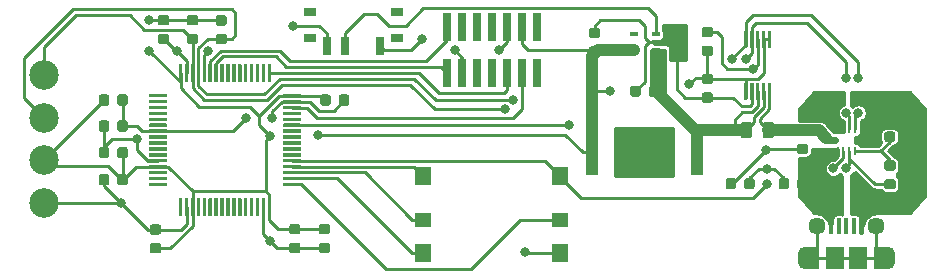
<source format=gbr>
G04 #@! TF.GenerationSoftware,KiCad,Pcbnew,(5.1.5)-3*
G04 #@! TF.CreationDate,2021-08-11T14:04:56+02:00*
G04 #@! TF.ProjectId,18650_UPS_PCB,31383635-305f-4555-9053-5f5043422e6b,rev?*
G04 #@! TF.SameCoordinates,Original*
G04 #@! TF.FileFunction,Copper,L1,Top*
G04 #@! TF.FilePolarity,Positive*
%FSLAX46Y46*%
G04 Gerber Fmt 4.6, Leading zero omitted, Abs format (unit mm)*
G04 Created by KiCad (PCBNEW (5.1.5)-3) date 2021-08-11 14:04:56*
%MOMM*%
%LPD*%
G04 APERTURE LIST*
%ADD10C,0.100000*%
%ADD11R,1.400000X1.500000*%
%ADD12R,1.400000X1.300000*%
%ADD13R,1.000000X4.000000*%
%ADD14C,2.500000*%
%ADD15R,1.000000X0.800000*%
%ADD16R,0.700000X1.500000*%
%ADD17R,0.250000X0.750000*%
%ADD18R,0.750000X0.250000*%
%ADD19R,0.650000X0.400000*%
%ADD20R,1.200000X1.900000*%
%ADD21O,1.200000X1.900000*%
%ADD22R,1.500000X1.900000*%
%ADD23C,1.450000*%
%ADD24R,0.400000X1.350000*%
%ADD25R,0.740000X2.400000*%
%ADD26C,0.800000*%
%ADD27C,1.000000*%
%ADD28C,0.250000*%
%ADD29C,0.600000*%
%ADD30C,0.254000*%
G04 APERTURE END LIST*
G04 #@! TA.AperFunction,SMDPad,CuDef*
D10*
G36*
X203590191Y-87413553D02*
G01*
X203611426Y-87416703D01*
X203632250Y-87421919D01*
X203652462Y-87429151D01*
X203671868Y-87438330D01*
X203690281Y-87449366D01*
X203707524Y-87462154D01*
X203723430Y-87476570D01*
X203737846Y-87492476D01*
X203750634Y-87509719D01*
X203761670Y-87528132D01*
X203770849Y-87547538D01*
X203778081Y-87567750D01*
X203783297Y-87588574D01*
X203786447Y-87609809D01*
X203787500Y-87631250D01*
X203787500Y-88068750D01*
X203786447Y-88090191D01*
X203783297Y-88111426D01*
X203778081Y-88132250D01*
X203770849Y-88152462D01*
X203761670Y-88171868D01*
X203750634Y-88190281D01*
X203737846Y-88207524D01*
X203723430Y-88223430D01*
X203707524Y-88237846D01*
X203690281Y-88250634D01*
X203671868Y-88261670D01*
X203652462Y-88270849D01*
X203632250Y-88278081D01*
X203611426Y-88283297D01*
X203590191Y-88286447D01*
X203568750Y-88287500D01*
X203056250Y-88287500D01*
X203034809Y-88286447D01*
X203013574Y-88283297D01*
X202992750Y-88278081D01*
X202972538Y-88270849D01*
X202953132Y-88261670D01*
X202934719Y-88250634D01*
X202917476Y-88237846D01*
X202901570Y-88223430D01*
X202887154Y-88207524D01*
X202874366Y-88190281D01*
X202863330Y-88171868D01*
X202854151Y-88152462D01*
X202846919Y-88132250D01*
X202841703Y-88111426D01*
X202838553Y-88090191D01*
X202837500Y-88068750D01*
X202837500Y-87631250D01*
X202838553Y-87609809D01*
X202841703Y-87588574D01*
X202846919Y-87567750D01*
X202854151Y-87547538D01*
X202863330Y-87528132D01*
X202874366Y-87509719D01*
X202887154Y-87492476D01*
X202901570Y-87476570D01*
X202917476Y-87462154D01*
X202934719Y-87449366D01*
X202953132Y-87438330D01*
X202972538Y-87429151D01*
X202992750Y-87421919D01*
X203013574Y-87416703D01*
X203034809Y-87413553D01*
X203056250Y-87412500D01*
X203568750Y-87412500D01*
X203590191Y-87413553D01*
G37*
G04 #@! TD.AperFunction*
G04 #@! TA.AperFunction,SMDPad,CuDef*
G36*
X203590191Y-88988553D02*
G01*
X203611426Y-88991703D01*
X203632250Y-88996919D01*
X203652462Y-89004151D01*
X203671868Y-89013330D01*
X203690281Y-89024366D01*
X203707524Y-89037154D01*
X203723430Y-89051570D01*
X203737846Y-89067476D01*
X203750634Y-89084719D01*
X203761670Y-89103132D01*
X203770849Y-89122538D01*
X203778081Y-89142750D01*
X203783297Y-89163574D01*
X203786447Y-89184809D01*
X203787500Y-89206250D01*
X203787500Y-89643750D01*
X203786447Y-89665191D01*
X203783297Y-89686426D01*
X203778081Y-89707250D01*
X203770849Y-89727462D01*
X203761670Y-89746868D01*
X203750634Y-89765281D01*
X203737846Y-89782524D01*
X203723430Y-89798430D01*
X203707524Y-89812846D01*
X203690281Y-89825634D01*
X203671868Y-89836670D01*
X203652462Y-89845849D01*
X203632250Y-89853081D01*
X203611426Y-89858297D01*
X203590191Y-89861447D01*
X203568750Y-89862500D01*
X203056250Y-89862500D01*
X203034809Y-89861447D01*
X203013574Y-89858297D01*
X202992750Y-89853081D01*
X202972538Y-89845849D01*
X202953132Y-89836670D01*
X202934719Y-89825634D01*
X202917476Y-89812846D01*
X202901570Y-89798430D01*
X202887154Y-89782524D01*
X202874366Y-89765281D01*
X202863330Y-89746868D01*
X202854151Y-89727462D01*
X202846919Y-89707250D01*
X202841703Y-89686426D01*
X202838553Y-89665191D01*
X202837500Y-89643750D01*
X202837500Y-89206250D01*
X202838553Y-89184809D01*
X202841703Y-89163574D01*
X202846919Y-89142750D01*
X202854151Y-89122538D01*
X202863330Y-89103132D01*
X202874366Y-89084719D01*
X202887154Y-89067476D01*
X202901570Y-89051570D01*
X202917476Y-89037154D01*
X202934719Y-89024366D01*
X202953132Y-89013330D01*
X202972538Y-89004151D01*
X202992750Y-88996919D01*
X203013574Y-88991703D01*
X203034809Y-88988553D01*
X203056250Y-88987500D01*
X203568750Y-88987500D01*
X203590191Y-88988553D01*
G37*
G04 #@! TD.AperFunction*
D11*
X175400000Y-88750000D03*
D12*
X175400000Y-92450000D03*
D11*
X175400000Y-95250000D03*
X163800000Y-95250000D03*
D12*
X163800000Y-92450000D03*
D11*
X163800000Y-88750000D03*
G04 #@! TA.AperFunction,SMDPad,CuDef*
D10*
G36*
X182002691Y-81076053D02*
G01*
X182023926Y-81079203D01*
X182044750Y-81084419D01*
X182064962Y-81091651D01*
X182084368Y-81100830D01*
X182102781Y-81111866D01*
X182120024Y-81124654D01*
X182135930Y-81139070D01*
X182150346Y-81154976D01*
X182163134Y-81172219D01*
X182174170Y-81190632D01*
X182183349Y-81210038D01*
X182190581Y-81230250D01*
X182195797Y-81251074D01*
X182198947Y-81272309D01*
X182200000Y-81293750D01*
X182200000Y-81806250D01*
X182198947Y-81827691D01*
X182195797Y-81848926D01*
X182190581Y-81869750D01*
X182183349Y-81889962D01*
X182174170Y-81909368D01*
X182163134Y-81927781D01*
X182150346Y-81945024D01*
X182135930Y-81960930D01*
X182120024Y-81975346D01*
X182102781Y-81988134D01*
X182084368Y-81999170D01*
X182064962Y-82008349D01*
X182044750Y-82015581D01*
X182023926Y-82020797D01*
X182002691Y-82023947D01*
X181981250Y-82025000D01*
X181543750Y-82025000D01*
X181522309Y-82023947D01*
X181501074Y-82020797D01*
X181480250Y-82015581D01*
X181460038Y-82008349D01*
X181440632Y-81999170D01*
X181422219Y-81988134D01*
X181404976Y-81975346D01*
X181389070Y-81960930D01*
X181374654Y-81945024D01*
X181361866Y-81927781D01*
X181350830Y-81909368D01*
X181341651Y-81889962D01*
X181334419Y-81869750D01*
X181329203Y-81848926D01*
X181326053Y-81827691D01*
X181325000Y-81806250D01*
X181325000Y-81293750D01*
X181326053Y-81272309D01*
X181329203Y-81251074D01*
X181334419Y-81230250D01*
X181341651Y-81210038D01*
X181350830Y-81190632D01*
X181361866Y-81172219D01*
X181374654Y-81154976D01*
X181389070Y-81139070D01*
X181404976Y-81124654D01*
X181422219Y-81111866D01*
X181440632Y-81100830D01*
X181460038Y-81091651D01*
X181480250Y-81084419D01*
X181501074Y-81079203D01*
X181522309Y-81076053D01*
X181543750Y-81075000D01*
X181981250Y-81075000D01*
X182002691Y-81076053D01*
G37*
G04 #@! TD.AperFunction*
G04 #@! TA.AperFunction,SMDPad,CuDef*
G36*
X183577691Y-81076053D02*
G01*
X183598926Y-81079203D01*
X183619750Y-81084419D01*
X183639962Y-81091651D01*
X183659368Y-81100830D01*
X183677781Y-81111866D01*
X183695024Y-81124654D01*
X183710930Y-81139070D01*
X183725346Y-81154976D01*
X183738134Y-81172219D01*
X183749170Y-81190632D01*
X183758349Y-81210038D01*
X183765581Y-81230250D01*
X183770797Y-81251074D01*
X183773947Y-81272309D01*
X183775000Y-81293750D01*
X183775000Y-81806250D01*
X183773947Y-81827691D01*
X183770797Y-81848926D01*
X183765581Y-81869750D01*
X183758349Y-81889962D01*
X183749170Y-81909368D01*
X183738134Y-81927781D01*
X183725346Y-81945024D01*
X183710930Y-81960930D01*
X183695024Y-81975346D01*
X183677781Y-81988134D01*
X183659368Y-81999170D01*
X183639962Y-82008349D01*
X183619750Y-82015581D01*
X183598926Y-82020797D01*
X183577691Y-82023947D01*
X183556250Y-82025000D01*
X183118750Y-82025000D01*
X183097309Y-82023947D01*
X183076074Y-82020797D01*
X183055250Y-82015581D01*
X183035038Y-82008349D01*
X183015632Y-81999170D01*
X182997219Y-81988134D01*
X182979976Y-81975346D01*
X182964070Y-81960930D01*
X182949654Y-81945024D01*
X182936866Y-81927781D01*
X182925830Y-81909368D01*
X182916651Y-81889962D01*
X182909419Y-81869750D01*
X182904203Y-81848926D01*
X182901053Y-81827691D01*
X182900000Y-81806250D01*
X182900000Y-81293750D01*
X182901053Y-81272309D01*
X182904203Y-81251074D01*
X182909419Y-81230250D01*
X182916651Y-81210038D01*
X182925830Y-81190632D01*
X182936866Y-81172219D01*
X182949654Y-81154976D01*
X182964070Y-81139070D01*
X182979976Y-81124654D01*
X182997219Y-81111866D01*
X183015632Y-81100830D01*
X183035038Y-81091651D01*
X183055250Y-81084419D01*
X183076074Y-81079203D01*
X183097309Y-81076053D01*
X183118750Y-81075000D01*
X183556250Y-81075000D01*
X183577691Y-81076053D01*
G37*
G04 #@! TD.AperFunction*
G04 #@! TA.AperFunction,SMDPad,CuDef*
G36*
X178577691Y-76176053D02*
G01*
X178598926Y-76179203D01*
X178619750Y-76184419D01*
X178639962Y-76191651D01*
X178659368Y-76200830D01*
X178677781Y-76211866D01*
X178695024Y-76224654D01*
X178710930Y-76239070D01*
X178725346Y-76254976D01*
X178738134Y-76272219D01*
X178749170Y-76290632D01*
X178758349Y-76310038D01*
X178765581Y-76330250D01*
X178770797Y-76351074D01*
X178773947Y-76372309D01*
X178775000Y-76393750D01*
X178775000Y-76831250D01*
X178773947Y-76852691D01*
X178770797Y-76873926D01*
X178765581Y-76894750D01*
X178758349Y-76914962D01*
X178749170Y-76934368D01*
X178738134Y-76952781D01*
X178725346Y-76970024D01*
X178710930Y-76985930D01*
X178695024Y-77000346D01*
X178677781Y-77013134D01*
X178659368Y-77024170D01*
X178639962Y-77033349D01*
X178619750Y-77040581D01*
X178598926Y-77045797D01*
X178577691Y-77048947D01*
X178556250Y-77050000D01*
X178043750Y-77050000D01*
X178022309Y-77048947D01*
X178001074Y-77045797D01*
X177980250Y-77040581D01*
X177960038Y-77033349D01*
X177940632Y-77024170D01*
X177922219Y-77013134D01*
X177904976Y-77000346D01*
X177889070Y-76985930D01*
X177874654Y-76970024D01*
X177861866Y-76952781D01*
X177850830Y-76934368D01*
X177841651Y-76914962D01*
X177834419Y-76894750D01*
X177829203Y-76873926D01*
X177826053Y-76852691D01*
X177825000Y-76831250D01*
X177825000Y-76393750D01*
X177826053Y-76372309D01*
X177829203Y-76351074D01*
X177834419Y-76330250D01*
X177841651Y-76310038D01*
X177850830Y-76290632D01*
X177861866Y-76272219D01*
X177874654Y-76254976D01*
X177889070Y-76239070D01*
X177904976Y-76224654D01*
X177922219Y-76211866D01*
X177940632Y-76200830D01*
X177960038Y-76191651D01*
X177980250Y-76184419D01*
X178001074Y-76179203D01*
X178022309Y-76176053D01*
X178043750Y-76175000D01*
X178556250Y-76175000D01*
X178577691Y-76176053D01*
G37*
G04 #@! TD.AperFunction*
G04 #@! TA.AperFunction,SMDPad,CuDef*
G36*
X178577691Y-77751053D02*
G01*
X178598926Y-77754203D01*
X178619750Y-77759419D01*
X178639962Y-77766651D01*
X178659368Y-77775830D01*
X178677781Y-77786866D01*
X178695024Y-77799654D01*
X178710930Y-77814070D01*
X178725346Y-77829976D01*
X178738134Y-77847219D01*
X178749170Y-77865632D01*
X178758349Y-77885038D01*
X178765581Y-77905250D01*
X178770797Y-77926074D01*
X178773947Y-77947309D01*
X178775000Y-77968750D01*
X178775000Y-78406250D01*
X178773947Y-78427691D01*
X178770797Y-78448926D01*
X178765581Y-78469750D01*
X178758349Y-78489962D01*
X178749170Y-78509368D01*
X178738134Y-78527781D01*
X178725346Y-78545024D01*
X178710930Y-78560930D01*
X178695024Y-78575346D01*
X178677781Y-78588134D01*
X178659368Y-78599170D01*
X178639962Y-78608349D01*
X178619750Y-78615581D01*
X178598926Y-78620797D01*
X178577691Y-78623947D01*
X178556250Y-78625000D01*
X178043750Y-78625000D01*
X178022309Y-78623947D01*
X178001074Y-78620797D01*
X177980250Y-78615581D01*
X177960038Y-78608349D01*
X177940632Y-78599170D01*
X177922219Y-78588134D01*
X177904976Y-78575346D01*
X177889070Y-78560930D01*
X177874654Y-78545024D01*
X177861866Y-78527781D01*
X177850830Y-78509368D01*
X177841651Y-78489962D01*
X177834419Y-78469750D01*
X177829203Y-78448926D01*
X177826053Y-78427691D01*
X177825000Y-78406250D01*
X177825000Y-77968750D01*
X177826053Y-77947309D01*
X177829203Y-77926074D01*
X177834419Y-77905250D01*
X177841651Y-77885038D01*
X177850830Y-77865632D01*
X177861866Y-77847219D01*
X177874654Y-77829976D01*
X177889070Y-77814070D01*
X177904976Y-77799654D01*
X177922219Y-77786866D01*
X177940632Y-77775830D01*
X177960038Y-77766651D01*
X177980250Y-77759419D01*
X178001074Y-77754203D01*
X178022309Y-77751053D01*
X178043750Y-77750000D01*
X178556250Y-77750000D01*
X178577691Y-77751053D01*
G37*
G04 #@! TD.AperFunction*
G04 #@! TA.AperFunction,SMDPad,CuDef*
G36*
X142042351Y-81785361D02*
G01*
X142049632Y-81786441D01*
X142056771Y-81788229D01*
X142063701Y-81790709D01*
X142070355Y-81793856D01*
X142076668Y-81797640D01*
X142082579Y-81802024D01*
X142088033Y-81806967D01*
X142092976Y-81812421D01*
X142097360Y-81818332D01*
X142101144Y-81824645D01*
X142104291Y-81831299D01*
X142106771Y-81838229D01*
X142108559Y-81845368D01*
X142109639Y-81852649D01*
X142110000Y-81860000D01*
X142110000Y-82010000D01*
X142109639Y-82017351D01*
X142108559Y-82024632D01*
X142106771Y-82031771D01*
X142104291Y-82038701D01*
X142101144Y-82045355D01*
X142097360Y-82051668D01*
X142092976Y-82057579D01*
X142088033Y-82063033D01*
X142082579Y-82067976D01*
X142076668Y-82072360D01*
X142070355Y-82076144D01*
X142063701Y-82079291D01*
X142056771Y-82081771D01*
X142049632Y-82083559D01*
X142042351Y-82084639D01*
X142035000Y-82085000D01*
X140635000Y-82085000D01*
X140627649Y-82084639D01*
X140620368Y-82083559D01*
X140613229Y-82081771D01*
X140606299Y-82079291D01*
X140599645Y-82076144D01*
X140593332Y-82072360D01*
X140587421Y-82067976D01*
X140581967Y-82063033D01*
X140577024Y-82057579D01*
X140572640Y-82051668D01*
X140568856Y-82045355D01*
X140565709Y-82038701D01*
X140563229Y-82031771D01*
X140561441Y-82024632D01*
X140560361Y-82017351D01*
X140560000Y-82010000D01*
X140560000Y-81860000D01*
X140560361Y-81852649D01*
X140561441Y-81845368D01*
X140563229Y-81838229D01*
X140565709Y-81831299D01*
X140568856Y-81824645D01*
X140572640Y-81818332D01*
X140577024Y-81812421D01*
X140581967Y-81806967D01*
X140587421Y-81802024D01*
X140593332Y-81797640D01*
X140599645Y-81793856D01*
X140606299Y-81790709D01*
X140613229Y-81788229D01*
X140620368Y-81786441D01*
X140627649Y-81785361D01*
X140635000Y-81785000D01*
X142035000Y-81785000D01*
X142042351Y-81785361D01*
G37*
G04 #@! TD.AperFunction*
G04 #@! TA.AperFunction,SMDPad,CuDef*
G36*
X142042351Y-82285361D02*
G01*
X142049632Y-82286441D01*
X142056771Y-82288229D01*
X142063701Y-82290709D01*
X142070355Y-82293856D01*
X142076668Y-82297640D01*
X142082579Y-82302024D01*
X142088033Y-82306967D01*
X142092976Y-82312421D01*
X142097360Y-82318332D01*
X142101144Y-82324645D01*
X142104291Y-82331299D01*
X142106771Y-82338229D01*
X142108559Y-82345368D01*
X142109639Y-82352649D01*
X142110000Y-82360000D01*
X142110000Y-82510000D01*
X142109639Y-82517351D01*
X142108559Y-82524632D01*
X142106771Y-82531771D01*
X142104291Y-82538701D01*
X142101144Y-82545355D01*
X142097360Y-82551668D01*
X142092976Y-82557579D01*
X142088033Y-82563033D01*
X142082579Y-82567976D01*
X142076668Y-82572360D01*
X142070355Y-82576144D01*
X142063701Y-82579291D01*
X142056771Y-82581771D01*
X142049632Y-82583559D01*
X142042351Y-82584639D01*
X142035000Y-82585000D01*
X140635000Y-82585000D01*
X140627649Y-82584639D01*
X140620368Y-82583559D01*
X140613229Y-82581771D01*
X140606299Y-82579291D01*
X140599645Y-82576144D01*
X140593332Y-82572360D01*
X140587421Y-82567976D01*
X140581967Y-82563033D01*
X140577024Y-82557579D01*
X140572640Y-82551668D01*
X140568856Y-82545355D01*
X140565709Y-82538701D01*
X140563229Y-82531771D01*
X140561441Y-82524632D01*
X140560361Y-82517351D01*
X140560000Y-82510000D01*
X140560000Y-82360000D01*
X140560361Y-82352649D01*
X140561441Y-82345368D01*
X140563229Y-82338229D01*
X140565709Y-82331299D01*
X140568856Y-82324645D01*
X140572640Y-82318332D01*
X140577024Y-82312421D01*
X140581967Y-82306967D01*
X140587421Y-82302024D01*
X140593332Y-82297640D01*
X140599645Y-82293856D01*
X140606299Y-82290709D01*
X140613229Y-82288229D01*
X140620368Y-82286441D01*
X140627649Y-82285361D01*
X140635000Y-82285000D01*
X142035000Y-82285000D01*
X142042351Y-82285361D01*
G37*
G04 #@! TD.AperFunction*
G04 #@! TA.AperFunction,SMDPad,CuDef*
G36*
X142042351Y-82785361D02*
G01*
X142049632Y-82786441D01*
X142056771Y-82788229D01*
X142063701Y-82790709D01*
X142070355Y-82793856D01*
X142076668Y-82797640D01*
X142082579Y-82802024D01*
X142088033Y-82806967D01*
X142092976Y-82812421D01*
X142097360Y-82818332D01*
X142101144Y-82824645D01*
X142104291Y-82831299D01*
X142106771Y-82838229D01*
X142108559Y-82845368D01*
X142109639Y-82852649D01*
X142110000Y-82860000D01*
X142110000Y-83010000D01*
X142109639Y-83017351D01*
X142108559Y-83024632D01*
X142106771Y-83031771D01*
X142104291Y-83038701D01*
X142101144Y-83045355D01*
X142097360Y-83051668D01*
X142092976Y-83057579D01*
X142088033Y-83063033D01*
X142082579Y-83067976D01*
X142076668Y-83072360D01*
X142070355Y-83076144D01*
X142063701Y-83079291D01*
X142056771Y-83081771D01*
X142049632Y-83083559D01*
X142042351Y-83084639D01*
X142035000Y-83085000D01*
X140635000Y-83085000D01*
X140627649Y-83084639D01*
X140620368Y-83083559D01*
X140613229Y-83081771D01*
X140606299Y-83079291D01*
X140599645Y-83076144D01*
X140593332Y-83072360D01*
X140587421Y-83067976D01*
X140581967Y-83063033D01*
X140577024Y-83057579D01*
X140572640Y-83051668D01*
X140568856Y-83045355D01*
X140565709Y-83038701D01*
X140563229Y-83031771D01*
X140561441Y-83024632D01*
X140560361Y-83017351D01*
X140560000Y-83010000D01*
X140560000Y-82860000D01*
X140560361Y-82852649D01*
X140561441Y-82845368D01*
X140563229Y-82838229D01*
X140565709Y-82831299D01*
X140568856Y-82824645D01*
X140572640Y-82818332D01*
X140577024Y-82812421D01*
X140581967Y-82806967D01*
X140587421Y-82802024D01*
X140593332Y-82797640D01*
X140599645Y-82793856D01*
X140606299Y-82790709D01*
X140613229Y-82788229D01*
X140620368Y-82786441D01*
X140627649Y-82785361D01*
X140635000Y-82785000D01*
X142035000Y-82785000D01*
X142042351Y-82785361D01*
G37*
G04 #@! TD.AperFunction*
G04 #@! TA.AperFunction,SMDPad,CuDef*
G36*
X142042351Y-83285361D02*
G01*
X142049632Y-83286441D01*
X142056771Y-83288229D01*
X142063701Y-83290709D01*
X142070355Y-83293856D01*
X142076668Y-83297640D01*
X142082579Y-83302024D01*
X142088033Y-83306967D01*
X142092976Y-83312421D01*
X142097360Y-83318332D01*
X142101144Y-83324645D01*
X142104291Y-83331299D01*
X142106771Y-83338229D01*
X142108559Y-83345368D01*
X142109639Y-83352649D01*
X142110000Y-83360000D01*
X142110000Y-83510000D01*
X142109639Y-83517351D01*
X142108559Y-83524632D01*
X142106771Y-83531771D01*
X142104291Y-83538701D01*
X142101144Y-83545355D01*
X142097360Y-83551668D01*
X142092976Y-83557579D01*
X142088033Y-83563033D01*
X142082579Y-83567976D01*
X142076668Y-83572360D01*
X142070355Y-83576144D01*
X142063701Y-83579291D01*
X142056771Y-83581771D01*
X142049632Y-83583559D01*
X142042351Y-83584639D01*
X142035000Y-83585000D01*
X140635000Y-83585000D01*
X140627649Y-83584639D01*
X140620368Y-83583559D01*
X140613229Y-83581771D01*
X140606299Y-83579291D01*
X140599645Y-83576144D01*
X140593332Y-83572360D01*
X140587421Y-83567976D01*
X140581967Y-83563033D01*
X140577024Y-83557579D01*
X140572640Y-83551668D01*
X140568856Y-83545355D01*
X140565709Y-83538701D01*
X140563229Y-83531771D01*
X140561441Y-83524632D01*
X140560361Y-83517351D01*
X140560000Y-83510000D01*
X140560000Y-83360000D01*
X140560361Y-83352649D01*
X140561441Y-83345368D01*
X140563229Y-83338229D01*
X140565709Y-83331299D01*
X140568856Y-83324645D01*
X140572640Y-83318332D01*
X140577024Y-83312421D01*
X140581967Y-83306967D01*
X140587421Y-83302024D01*
X140593332Y-83297640D01*
X140599645Y-83293856D01*
X140606299Y-83290709D01*
X140613229Y-83288229D01*
X140620368Y-83286441D01*
X140627649Y-83285361D01*
X140635000Y-83285000D01*
X142035000Y-83285000D01*
X142042351Y-83285361D01*
G37*
G04 #@! TD.AperFunction*
G04 #@! TA.AperFunction,SMDPad,CuDef*
G36*
X142042351Y-83785361D02*
G01*
X142049632Y-83786441D01*
X142056771Y-83788229D01*
X142063701Y-83790709D01*
X142070355Y-83793856D01*
X142076668Y-83797640D01*
X142082579Y-83802024D01*
X142088033Y-83806967D01*
X142092976Y-83812421D01*
X142097360Y-83818332D01*
X142101144Y-83824645D01*
X142104291Y-83831299D01*
X142106771Y-83838229D01*
X142108559Y-83845368D01*
X142109639Y-83852649D01*
X142110000Y-83860000D01*
X142110000Y-84010000D01*
X142109639Y-84017351D01*
X142108559Y-84024632D01*
X142106771Y-84031771D01*
X142104291Y-84038701D01*
X142101144Y-84045355D01*
X142097360Y-84051668D01*
X142092976Y-84057579D01*
X142088033Y-84063033D01*
X142082579Y-84067976D01*
X142076668Y-84072360D01*
X142070355Y-84076144D01*
X142063701Y-84079291D01*
X142056771Y-84081771D01*
X142049632Y-84083559D01*
X142042351Y-84084639D01*
X142035000Y-84085000D01*
X140635000Y-84085000D01*
X140627649Y-84084639D01*
X140620368Y-84083559D01*
X140613229Y-84081771D01*
X140606299Y-84079291D01*
X140599645Y-84076144D01*
X140593332Y-84072360D01*
X140587421Y-84067976D01*
X140581967Y-84063033D01*
X140577024Y-84057579D01*
X140572640Y-84051668D01*
X140568856Y-84045355D01*
X140565709Y-84038701D01*
X140563229Y-84031771D01*
X140561441Y-84024632D01*
X140560361Y-84017351D01*
X140560000Y-84010000D01*
X140560000Y-83860000D01*
X140560361Y-83852649D01*
X140561441Y-83845368D01*
X140563229Y-83838229D01*
X140565709Y-83831299D01*
X140568856Y-83824645D01*
X140572640Y-83818332D01*
X140577024Y-83812421D01*
X140581967Y-83806967D01*
X140587421Y-83802024D01*
X140593332Y-83797640D01*
X140599645Y-83793856D01*
X140606299Y-83790709D01*
X140613229Y-83788229D01*
X140620368Y-83786441D01*
X140627649Y-83785361D01*
X140635000Y-83785000D01*
X142035000Y-83785000D01*
X142042351Y-83785361D01*
G37*
G04 #@! TD.AperFunction*
G04 #@! TA.AperFunction,SMDPad,CuDef*
G36*
X142042351Y-84285361D02*
G01*
X142049632Y-84286441D01*
X142056771Y-84288229D01*
X142063701Y-84290709D01*
X142070355Y-84293856D01*
X142076668Y-84297640D01*
X142082579Y-84302024D01*
X142088033Y-84306967D01*
X142092976Y-84312421D01*
X142097360Y-84318332D01*
X142101144Y-84324645D01*
X142104291Y-84331299D01*
X142106771Y-84338229D01*
X142108559Y-84345368D01*
X142109639Y-84352649D01*
X142110000Y-84360000D01*
X142110000Y-84510000D01*
X142109639Y-84517351D01*
X142108559Y-84524632D01*
X142106771Y-84531771D01*
X142104291Y-84538701D01*
X142101144Y-84545355D01*
X142097360Y-84551668D01*
X142092976Y-84557579D01*
X142088033Y-84563033D01*
X142082579Y-84567976D01*
X142076668Y-84572360D01*
X142070355Y-84576144D01*
X142063701Y-84579291D01*
X142056771Y-84581771D01*
X142049632Y-84583559D01*
X142042351Y-84584639D01*
X142035000Y-84585000D01*
X140635000Y-84585000D01*
X140627649Y-84584639D01*
X140620368Y-84583559D01*
X140613229Y-84581771D01*
X140606299Y-84579291D01*
X140599645Y-84576144D01*
X140593332Y-84572360D01*
X140587421Y-84567976D01*
X140581967Y-84563033D01*
X140577024Y-84557579D01*
X140572640Y-84551668D01*
X140568856Y-84545355D01*
X140565709Y-84538701D01*
X140563229Y-84531771D01*
X140561441Y-84524632D01*
X140560361Y-84517351D01*
X140560000Y-84510000D01*
X140560000Y-84360000D01*
X140560361Y-84352649D01*
X140561441Y-84345368D01*
X140563229Y-84338229D01*
X140565709Y-84331299D01*
X140568856Y-84324645D01*
X140572640Y-84318332D01*
X140577024Y-84312421D01*
X140581967Y-84306967D01*
X140587421Y-84302024D01*
X140593332Y-84297640D01*
X140599645Y-84293856D01*
X140606299Y-84290709D01*
X140613229Y-84288229D01*
X140620368Y-84286441D01*
X140627649Y-84285361D01*
X140635000Y-84285000D01*
X142035000Y-84285000D01*
X142042351Y-84285361D01*
G37*
G04 #@! TD.AperFunction*
G04 #@! TA.AperFunction,SMDPad,CuDef*
G36*
X142042351Y-84785361D02*
G01*
X142049632Y-84786441D01*
X142056771Y-84788229D01*
X142063701Y-84790709D01*
X142070355Y-84793856D01*
X142076668Y-84797640D01*
X142082579Y-84802024D01*
X142088033Y-84806967D01*
X142092976Y-84812421D01*
X142097360Y-84818332D01*
X142101144Y-84824645D01*
X142104291Y-84831299D01*
X142106771Y-84838229D01*
X142108559Y-84845368D01*
X142109639Y-84852649D01*
X142110000Y-84860000D01*
X142110000Y-85010000D01*
X142109639Y-85017351D01*
X142108559Y-85024632D01*
X142106771Y-85031771D01*
X142104291Y-85038701D01*
X142101144Y-85045355D01*
X142097360Y-85051668D01*
X142092976Y-85057579D01*
X142088033Y-85063033D01*
X142082579Y-85067976D01*
X142076668Y-85072360D01*
X142070355Y-85076144D01*
X142063701Y-85079291D01*
X142056771Y-85081771D01*
X142049632Y-85083559D01*
X142042351Y-85084639D01*
X142035000Y-85085000D01*
X140635000Y-85085000D01*
X140627649Y-85084639D01*
X140620368Y-85083559D01*
X140613229Y-85081771D01*
X140606299Y-85079291D01*
X140599645Y-85076144D01*
X140593332Y-85072360D01*
X140587421Y-85067976D01*
X140581967Y-85063033D01*
X140577024Y-85057579D01*
X140572640Y-85051668D01*
X140568856Y-85045355D01*
X140565709Y-85038701D01*
X140563229Y-85031771D01*
X140561441Y-85024632D01*
X140560361Y-85017351D01*
X140560000Y-85010000D01*
X140560000Y-84860000D01*
X140560361Y-84852649D01*
X140561441Y-84845368D01*
X140563229Y-84838229D01*
X140565709Y-84831299D01*
X140568856Y-84824645D01*
X140572640Y-84818332D01*
X140577024Y-84812421D01*
X140581967Y-84806967D01*
X140587421Y-84802024D01*
X140593332Y-84797640D01*
X140599645Y-84793856D01*
X140606299Y-84790709D01*
X140613229Y-84788229D01*
X140620368Y-84786441D01*
X140627649Y-84785361D01*
X140635000Y-84785000D01*
X142035000Y-84785000D01*
X142042351Y-84785361D01*
G37*
G04 #@! TD.AperFunction*
G04 #@! TA.AperFunction,SMDPad,CuDef*
G36*
X142042351Y-85285361D02*
G01*
X142049632Y-85286441D01*
X142056771Y-85288229D01*
X142063701Y-85290709D01*
X142070355Y-85293856D01*
X142076668Y-85297640D01*
X142082579Y-85302024D01*
X142088033Y-85306967D01*
X142092976Y-85312421D01*
X142097360Y-85318332D01*
X142101144Y-85324645D01*
X142104291Y-85331299D01*
X142106771Y-85338229D01*
X142108559Y-85345368D01*
X142109639Y-85352649D01*
X142110000Y-85360000D01*
X142110000Y-85510000D01*
X142109639Y-85517351D01*
X142108559Y-85524632D01*
X142106771Y-85531771D01*
X142104291Y-85538701D01*
X142101144Y-85545355D01*
X142097360Y-85551668D01*
X142092976Y-85557579D01*
X142088033Y-85563033D01*
X142082579Y-85567976D01*
X142076668Y-85572360D01*
X142070355Y-85576144D01*
X142063701Y-85579291D01*
X142056771Y-85581771D01*
X142049632Y-85583559D01*
X142042351Y-85584639D01*
X142035000Y-85585000D01*
X140635000Y-85585000D01*
X140627649Y-85584639D01*
X140620368Y-85583559D01*
X140613229Y-85581771D01*
X140606299Y-85579291D01*
X140599645Y-85576144D01*
X140593332Y-85572360D01*
X140587421Y-85567976D01*
X140581967Y-85563033D01*
X140577024Y-85557579D01*
X140572640Y-85551668D01*
X140568856Y-85545355D01*
X140565709Y-85538701D01*
X140563229Y-85531771D01*
X140561441Y-85524632D01*
X140560361Y-85517351D01*
X140560000Y-85510000D01*
X140560000Y-85360000D01*
X140560361Y-85352649D01*
X140561441Y-85345368D01*
X140563229Y-85338229D01*
X140565709Y-85331299D01*
X140568856Y-85324645D01*
X140572640Y-85318332D01*
X140577024Y-85312421D01*
X140581967Y-85306967D01*
X140587421Y-85302024D01*
X140593332Y-85297640D01*
X140599645Y-85293856D01*
X140606299Y-85290709D01*
X140613229Y-85288229D01*
X140620368Y-85286441D01*
X140627649Y-85285361D01*
X140635000Y-85285000D01*
X142035000Y-85285000D01*
X142042351Y-85285361D01*
G37*
G04 #@! TD.AperFunction*
G04 #@! TA.AperFunction,SMDPad,CuDef*
G36*
X142042351Y-85785361D02*
G01*
X142049632Y-85786441D01*
X142056771Y-85788229D01*
X142063701Y-85790709D01*
X142070355Y-85793856D01*
X142076668Y-85797640D01*
X142082579Y-85802024D01*
X142088033Y-85806967D01*
X142092976Y-85812421D01*
X142097360Y-85818332D01*
X142101144Y-85824645D01*
X142104291Y-85831299D01*
X142106771Y-85838229D01*
X142108559Y-85845368D01*
X142109639Y-85852649D01*
X142110000Y-85860000D01*
X142110000Y-86010000D01*
X142109639Y-86017351D01*
X142108559Y-86024632D01*
X142106771Y-86031771D01*
X142104291Y-86038701D01*
X142101144Y-86045355D01*
X142097360Y-86051668D01*
X142092976Y-86057579D01*
X142088033Y-86063033D01*
X142082579Y-86067976D01*
X142076668Y-86072360D01*
X142070355Y-86076144D01*
X142063701Y-86079291D01*
X142056771Y-86081771D01*
X142049632Y-86083559D01*
X142042351Y-86084639D01*
X142035000Y-86085000D01*
X140635000Y-86085000D01*
X140627649Y-86084639D01*
X140620368Y-86083559D01*
X140613229Y-86081771D01*
X140606299Y-86079291D01*
X140599645Y-86076144D01*
X140593332Y-86072360D01*
X140587421Y-86067976D01*
X140581967Y-86063033D01*
X140577024Y-86057579D01*
X140572640Y-86051668D01*
X140568856Y-86045355D01*
X140565709Y-86038701D01*
X140563229Y-86031771D01*
X140561441Y-86024632D01*
X140560361Y-86017351D01*
X140560000Y-86010000D01*
X140560000Y-85860000D01*
X140560361Y-85852649D01*
X140561441Y-85845368D01*
X140563229Y-85838229D01*
X140565709Y-85831299D01*
X140568856Y-85824645D01*
X140572640Y-85818332D01*
X140577024Y-85812421D01*
X140581967Y-85806967D01*
X140587421Y-85802024D01*
X140593332Y-85797640D01*
X140599645Y-85793856D01*
X140606299Y-85790709D01*
X140613229Y-85788229D01*
X140620368Y-85786441D01*
X140627649Y-85785361D01*
X140635000Y-85785000D01*
X142035000Y-85785000D01*
X142042351Y-85785361D01*
G37*
G04 #@! TD.AperFunction*
G04 #@! TA.AperFunction,SMDPad,CuDef*
G36*
X142042351Y-86285361D02*
G01*
X142049632Y-86286441D01*
X142056771Y-86288229D01*
X142063701Y-86290709D01*
X142070355Y-86293856D01*
X142076668Y-86297640D01*
X142082579Y-86302024D01*
X142088033Y-86306967D01*
X142092976Y-86312421D01*
X142097360Y-86318332D01*
X142101144Y-86324645D01*
X142104291Y-86331299D01*
X142106771Y-86338229D01*
X142108559Y-86345368D01*
X142109639Y-86352649D01*
X142110000Y-86360000D01*
X142110000Y-86510000D01*
X142109639Y-86517351D01*
X142108559Y-86524632D01*
X142106771Y-86531771D01*
X142104291Y-86538701D01*
X142101144Y-86545355D01*
X142097360Y-86551668D01*
X142092976Y-86557579D01*
X142088033Y-86563033D01*
X142082579Y-86567976D01*
X142076668Y-86572360D01*
X142070355Y-86576144D01*
X142063701Y-86579291D01*
X142056771Y-86581771D01*
X142049632Y-86583559D01*
X142042351Y-86584639D01*
X142035000Y-86585000D01*
X140635000Y-86585000D01*
X140627649Y-86584639D01*
X140620368Y-86583559D01*
X140613229Y-86581771D01*
X140606299Y-86579291D01*
X140599645Y-86576144D01*
X140593332Y-86572360D01*
X140587421Y-86567976D01*
X140581967Y-86563033D01*
X140577024Y-86557579D01*
X140572640Y-86551668D01*
X140568856Y-86545355D01*
X140565709Y-86538701D01*
X140563229Y-86531771D01*
X140561441Y-86524632D01*
X140560361Y-86517351D01*
X140560000Y-86510000D01*
X140560000Y-86360000D01*
X140560361Y-86352649D01*
X140561441Y-86345368D01*
X140563229Y-86338229D01*
X140565709Y-86331299D01*
X140568856Y-86324645D01*
X140572640Y-86318332D01*
X140577024Y-86312421D01*
X140581967Y-86306967D01*
X140587421Y-86302024D01*
X140593332Y-86297640D01*
X140599645Y-86293856D01*
X140606299Y-86290709D01*
X140613229Y-86288229D01*
X140620368Y-86286441D01*
X140627649Y-86285361D01*
X140635000Y-86285000D01*
X142035000Y-86285000D01*
X142042351Y-86285361D01*
G37*
G04 #@! TD.AperFunction*
G04 #@! TA.AperFunction,SMDPad,CuDef*
G36*
X142042351Y-86785361D02*
G01*
X142049632Y-86786441D01*
X142056771Y-86788229D01*
X142063701Y-86790709D01*
X142070355Y-86793856D01*
X142076668Y-86797640D01*
X142082579Y-86802024D01*
X142088033Y-86806967D01*
X142092976Y-86812421D01*
X142097360Y-86818332D01*
X142101144Y-86824645D01*
X142104291Y-86831299D01*
X142106771Y-86838229D01*
X142108559Y-86845368D01*
X142109639Y-86852649D01*
X142110000Y-86860000D01*
X142110000Y-87010000D01*
X142109639Y-87017351D01*
X142108559Y-87024632D01*
X142106771Y-87031771D01*
X142104291Y-87038701D01*
X142101144Y-87045355D01*
X142097360Y-87051668D01*
X142092976Y-87057579D01*
X142088033Y-87063033D01*
X142082579Y-87067976D01*
X142076668Y-87072360D01*
X142070355Y-87076144D01*
X142063701Y-87079291D01*
X142056771Y-87081771D01*
X142049632Y-87083559D01*
X142042351Y-87084639D01*
X142035000Y-87085000D01*
X140635000Y-87085000D01*
X140627649Y-87084639D01*
X140620368Y-87083559D01*
X140613229Y-87081771D01*
X140606299Y-87079291D01*
X140599645Y-87076144D01*
X140593332Y-87072360D01*
X140587421Y-87067976D01*
X140581967Y-87063033D01*
X140577024Y-87057579D01*
X140572640Y-87051668D01*
X140568856Y-87045355D01*
X140565709Y-87038701D01*
X140563229Y-87031771D01*
X140561441Y-87024632D01*
X140560361Y-87017351D01*
X140560000Y-87010000D01*
X140560000Y-86860000D01*
X140560361Y-86852649D01*
X140561441Y-86845368D01*
X140563229Y-86838229D01*
X140565709Y-86831299D01*
X140568856Y-86824645D01*
X140572640Y-86818332D01*
X140577024Y-86812421D01*
X140581967Y-86806967D01*
X140587421Y-86802024D01*
X140593332Y-86797640D01*
X140599645Y-86793856D01*
X140606299Y-86790709D01*
X140613229Y-86788229D01*
X140620368Y-86786441D01*
X140627649Y-86785361D01*
X140635000Y-86785000D01*
X142035000Y-86785000D01*
X142042351Y-86785361D01*
G37*
G04 #@! TD.AperFunction*
G04 #@! TA.AperFunction,SMDPad,CuDef*
G36*
X142042351Y-87285361D02*
G01*
X142049632Y-87286441D01*
X142056771Y-87288229D01*
X142063701Y-87290709D01*
X142070355Y-87293856D01*
X142076668Y-87297640D01*
X142082579Y-87302024D01*
X142088033Y-87306967D01*
X142092976Y-87312421D01*
X142097360Y-87318332D01*
X142101144Y-87324645D01*
X142104291Y-87331299D01*
X142106771Y-87338229D01*
X142108559Y-87345368D01*
X142109639Y-87352649D01*
X142110000Y-87360000D01*
X142110000Y-87510000D01*
X142109639Y-87517351D01*
X142108559Y-87524632D01*
X142106771Y-87531771D01*
X142104291Y-87538701D01*
X142101144Y-87545355D01*
X142097360Y-87551668D01*
X142092976Y-87557579D01*
X142088033Y-87563033D01*
X142082579Y-87567976D01*
X142076668Y-87572360D01*
X142070355Y-87576144D01*
X142063701Y-87579291D01*
X142056771Y-87581771D01*
X142049632Y-87583559D01*
X142042351Y-87584639D01*
X142035000Y-87585000D01*
X140635000Y-87585000D01*
X140627649Y-87584639D01*
X140620368Y-87583559D01*
X140613229Y-87581771D01*
X140606299Y-87579291D01*
X140599645Y-87576144D01*
X140593332Y-87572360D01*
X140587421Y-87567976D01*
X140581967Y-87563033D01*
X140577024Y-87557579D01*
X140572640Y-87551668D01*
X140568856Y-87545355D01*
X140565709Y-87538701D01*
X140563229Y-87531771D01*
X140561441Y-87524632D01*
X140560361Y-87517351D01*
X140560000Y-87510000D01*
X140560000Y-87360000D01*
X140560361Y-87352649D01*
X140561441Y-87345368D01*
X140563229Y-87338229D01*
X140565709Y-87331299D01*
X140568856Y-87324645D01*
X140572640Y-87318332D01*
X140577024Y-87312421D01*
X140581967Y-87306967D01*
X140587421Y-87302024D01*
X140593332Y-87297640D01*
X140599645Y-87293856D01*
X140606299Y-87290709D01*
X140613229Y-87288229D01*
X140620368Y-87286441D01*
X140627649Y-87285361D01*
X140635000Y-87285000D01*
X142035000Y-87285000D01*
X142042351Y-87285361D01*
G37*
G04 #@! TD.AperFunction*
G04 #@! TA.AperFunction,SMDPad,CuDef*
G36*
X142042351Y-87785361D02*
G01*
X142049632Y-87786441D01*
X142056771Y-87788229D01*
X142063701Y-87790709D01*
X142070355Y-87793856D01*
X142076668Y-87797640D01*
X142082579Y-87802024D01*
X142088033Y-87806967D01*
X142092976Y-87812421D01*
X142097360Y-87818332D01*
X142101144Y-87824645D01*
X142104291Y-87831299D01*
X142106771Y-87838229D01*
X142108559Y-87845368D01*
X142109639Y-87852649D01*
X142110000Y-87860000D01*
X142110000Y-88010000D01*
X142109639Y-88017351D01*
X142108559Y-88024632D01*
X142106771Y-88031771D01*
X142104291Y-88038701D01*
X142101144Y-88045355D01*
X142097360Y-88051668D01*
X142092976Y-88057579D01*
X142088033Y-88063033D01*
X142082579Y-88067976D01*
X142076668Y-88072360D01*
X142070355Y-88076144D01*
X142063701Y-88079291D01*
X142056771Y-88081771D01*
X142049632Y-88083559D01*
X142042351Y-88084639D01*
X142035000Y-88085000D01*
X140635000Y-88085000D01*
X140627649Y-88084639D01*
X140620368Y-88083559D01*
X140613229Y-88081771D01*
X140606299Y-88079291D01*
X140599645Y-88076144D01*
X140593332Y-88072360D01*
X140587421Y-88067976D01*
X140581967Y-88063033D01*
X140577024Y-88057579D01*
X140572640Y-88051668D01*
X140568856Y-88045355D01*
X140565709Y-88038701D01*
X140563229Y-88031771D01*
X140561441Y-88024632D01*
X140560361Y-88017351D01*
X140560000Y-88010000D01*
X140560000Y-87860000D01*
X140560361Y-87852649D01*
X140561441Y-87845368D01*
X140563229Y-87838229D01*
X140565709Y-87831299D01*
X140568856Y-87824645D01*
X140572640Y-87818332D01*
X140577024Y-87812421D01*
X140581967Y-87806967D01*
X140587421Y-87802024D01*
X140593332Y-87797640D01*
X140599645Y-87793856D01*
X140606299Y-87790709D01*
X140613229Y-87788229D01*
X140620368Y-87786441D01*
X140627649Y-87785361D01*
X140635000Y-87785000D01*
X142035000Y-87785000D01*
X142042351Y-87785361D01*
G37*
G04 #@! TD.AperFunction*
G04 #@! TA.AperFunction,SMDPad,CuDef*
G36*
X142042351Y-88285361D02*
G01*
X142049632Y-88286441D01*
X142056771Y-88288229D01*
X142063701Y-88290709D01*
X142070355Y-88293856D01*
X142076668Y-88297640D01*
X142082579Y-88302024D01*
X142088033Y-88306967D01*
X142092976Y-88312421D01*
X142097360Y-88318332D01*
X142101144Y-88324645D01*
X142104291Y-88331299D01*
X142106771Y-88338229D01*
X142108559Y-88345368D01*
X142109639Y-88352649D01*
X142110000Y-88360000D01*
X142110000Y-88510000D01*
X142109639Y-88517351D01*
X142108559Y-88524632D01*
X142106771Y-88531771D01*
X142104291Y-88538701D01*
X142101144Y-88545355D01*
X142097360Y-88551668D01*
X142092976Y-88557579D01*
X142088033Y-88563033D01*
X142082579Y-88567976D01*
X142076668Y-88572360D01*
X142070355Y-88576144D01*
X142063701Y-88579291D01*
X142056771Y-88581771D01*
X142049632Y-88583559D01*
X142042351Y-88584639D01*
X142035000Y-88585000D01*
X140635000Y-88585000D01*
X140627649Y-88584639D01*
X140620368Y-88583559D01*
X140613229Y-88581771D01*
X140606299Y-88579291D01*
X140599645Y-88576144D01*
X140593332Y-88572360D01*
X140587421Y-88567976D01*
X140581967Y-88563033D01*
X140577024Y-88557579D01*
X140572640Y-88551668D01*
X140568856Y-88545355D01*
X140565709Y-88538701D01*
X140563229Y-88531771D01*
X140561441Y-88524632D01*
X140560361Y-88517351D01*
X140560000Y-88510000D01*
X140560000Y-88360000D01*
X140560361Y-88352649D01*
X140561441Y-88345368D01*
X140563229Y-88338229D01*
X140565709Y-88331299D01*
X140568856Y-88324645D01*
X140572640Y-88318332D01*
X140577024Y-88312421D01*
X140581967Y-88306967D01*
X140587421Y-88302024D01*
X140593332Y-88297640D01*
X140599645Y-88293856D01*
X140606299Y-88290709D01*
X140613229Y-88288229D01*
X140620368Y-88286441D01*
X140627649Y-88285361D01*
X140635000Y-88285000D01*
X142035000Y-88285000D01*
X142042351Y-88285361D01*
G37*
G04 #@! TD.AperFunction*
G04 #@! TA.AperFunction,SMDPad,CuDef*
G36*
X142042351Y-88785361D02*
G01*
X142049632Y-88786441D01*
X142056771Y-88788229D01*
X142063701Y-88790709D01*
X142070355Y-88793856D01*
X142076668Y-88797640D01*
X142082579Y-88802024D01*
X142088033Y-88806967D01*
X142092976Y-88812421D01*
X142097360Y-88818332D01*
X142101144Y-88824645D01*
X142104291Y-88831299D01*
X142106771Y-88838229D01*
X142108559Y-88845368D01*
X142109639Y-88852649D01*
X142110000Y-88860000D01*
X142110000Y-89010000D01*
X142109639Y-89017351D01*
X142108559Y-89024632D01*
X142106771Y-89031771D01*
X142104291Y-89038701D01*
X142101144Y-89045355D01*
X142097360Y-89051668D01*
X142092976Y-89057579D01*
X142088033Y-89063033D01*
X142082579Y-89067976D01*
X142076668Y-89072360D01*
X142070355Y-89076144D01*
X142063701Y-89079291D01*
X142056771Y-89081771D01*
X142049632Y-89083559D01*
X142042351Y-89084639D01*
X142035000Y-89085000D01*
X140635000Y-89085000D01*
X140627649Y-89084639D01*
X140620368Y-89083559D01*
X140613229Y-89081771D01*
X140606299Y-89079291D01*
X140599645Y-89076144D01*
X140593332Y-89072360D01*
X140587421Y-89067976D01*
X140581967Y-89063033D01*
X140577024Y-89057579D01*
X140572640Y-89051668D01*
X140568856Y-89045355D01*
X140565709Y-89038701D01*
X140563229Y-89031771D01*
X140561441Y-89024632D01*
X140560361Y-89017351D01*
X140560000Y-89010000D01*
X140560000Y-88860000D01*
X140560361Y-88852649D01*
X140561441Y-88845368D01*
X140563229Y-88838229D01*
X140565709Y-88831299D01*
X140568856Y-88824645D01*
X140572640Y-88818332D01*
X140577024Y-88812421D01*
X140581967Y-88806967D01*
X140587421Y-88802024D01*
X140593332Y-88797640D01*
X140599645Y-88793856D01*
X140606299Y-88790709D01*
X140613229Y-88788229D01*
X140620368Y-88786441D01*
X140627649Y-88785361D01*
X140635000Y-88785000D01*
X142035000Y-88785000D01*
X142042351Y-88785361D01*
G37*
G04 #@! TD.AperFunction*
G04 #@! TA.AperFunction,SMDPad,CuDef*
G36*
X142042351Y-89285361D02*
G01*
X142049632Y-89286441D01*
X142056771Y-89288229D01*
X142063701Y-89290709D01*
X142070355Y-89293856D01*
X142076668Y-89297640D01*
X142082579Y-89302024D01*
X142088033Y-89306967D01*
X142092976Y-89312421D01*
X142097360Y-89318332D01*
X142101144Y-89324645D01*
X142104291Y-89331299D01*
X142106771Y-89338229D01*
X142108559Y-89345368D01*
X142109639Y-89352649D01*
X142110000Y-89360000D01*
X142110000Y-89510000D01*
X142109639Y-89517351D01*
X142108559Y-89524632D01*
X142106771Y-89531771D01*
X142104291Y-89538701D01*
X142101144Y-89545355D01*
X142097360Y-89551668D01*
X142092976Y-89557579D01*
X142088033Y-89563033D01*
X142082579Y-89567976D01*
X142076668Y-89572360D01*
X142070355Y-89576144D01*
X142063701Y-89579291D01*
X142056771Y-89581771D01*
X142049632Y-89583559D01*
X142042351Y-89584639D01*
X142035000Y-89585000D01*
X140635000Y-89585000D01*
X140627649Y-89584639D01*
X140620368Y-89583559D01*
X140613229Y-89581771D01*
X140606299Y-89579291D01*
X140599645Y-89576144D01*
X140593332Y-89572360D01*
X140587421Y-89567976D01*
X140581967Y-89563033D01*
X140577024Y-89557579D01*
X140572640Y-89551668D01*
X140568856Y-89545355D01*
X140565709Y-89538701D01*
X140563229Y-89531771D01*
X140561441Y-89524632D01*
X140560361Y-89517351D01*
X140560000Y-89510000D01*
X140560000Y-89360000D01*
X140560361Y-89352649D01*
X140561441Y-89345368D01*
X140563229Y-89338229D01*
X140565709Y-89331299D01*
X140568856Y-89324645D01*
X140572640Y-89318332D01*
X140577024Y-89312421D01*
X140581967Y-89306967D01*
X140587421Y-89302024D01*
X140593332Y-89297640D01*
X140599645Y-89293856D01*
X140606299Y-89290709D01*
X140613229Y-89288229D01*
X140620368Y-89286441D01*
X140627649Y-89285361D01*
X140635000Y-89285000D01*
X142035000Y-89285000D01*
X142042351Y-89285361D01*
G37*
G04 #@! TD.AperFunction*
G04 #@! TA.AperFunction,SMDPad,CuDef*
G36*
X143342351Y-90585361D02*
G01*
X143349632Y-90586441D01*
X143356771Y-90588229D01*
X143363701Y-90590709D01*
X143370355Y-90593856D01*
X143376668Y-90597640D01*
X143382579Y-90602024D01*
X143388033Y-90606967D01*
X143392976Y-90612421D01*
X143397360Y-90618332D01*
X143401144Y-90624645D01*
X143404291Y-90631299D01*
X143406771Y-90638229D01*
X143408559Y-90645368D01*
X143409639Y-90652649D01*
X143410000Y-90660000D01*
X143410000Y-92060000D01*
X143409639Y-92067351D01*
X143408559Y-92074632D01*
X143406771Y-92081771D01*
X143404291Y-92088701D01*
X143401144Y-92095355D01*
X143397360Y-92101668D01*
X143392976Y-92107579D01*
X143388033Y-92113033D01*
X143382579Y-92117976D01*
X143376668Y-92122360D01*
X143370355Y-92126144D01*
X143363701Y-92129291D01*
X143356771Y-92131771D01*
X143349632Y-92133559D01*
X143342351Y-92134639D01*
X143335000Y-92135000D01*
X143185000Y-92135000D01*
X143177649Y-92134639D01*
X143170368Y-92133559D01*
X143163229Y-92131771D01*
X143156299Y-92129291D01*
X143149645Y-92126144D01*
X143143332Y-92122360D01*
X143137421Y-92117976D01*
X143131967Y-92113033D01*
X143127024Y-92107579D01*
X143122640Y-92101668D01*
X143118856Y-92095355D01*
X143115709Y-92088701D01*
X143113229Y-92081771D01*
X143111441Y-92074632D01*
X143110361Y-92067351D01*
X143110000Y-92060000D01*
X143110000Y-90660000D01*
X143110361Y-90652649D01*
X143111441Y-90645368D01*
X143113229Y-90638229D01*
X143115709Y-90631299D01*
X143118856Y-90624645D01*
X143122640Y-90618332D01*
X143127024Y-90612421D01*
X143131967Y-90606967D01*
X143137421Y-90602024D01*
X143143332Y-90597640D01*
X143149645Y-90593856D01*
X143156299Y-90590709D01*
X143163229Y-90588229D01*
X143170368Y-90586441D01*
X143177649Y-90585361D01*
X143185000Y-90585000D01*
X143335000Y-90585000D01*
X143342351Y-90585361D01*
G37*
G04 #@! TD.AperFunction*
G04 #@! TA.AperFunction,SMDPad,CuDef*
G36*
X143842351Y-90585361D02*
G01*
X143849632Y-90586441D01*
X143856771Y-90588229D01*
X143863701Y-90590709D01*
X143870355Y-90593856D01*
X143876668Y-90597640D01*
X143882579Y-90602024D01*
X143888033Y-90606967D01*
X143892976Y-90612421D01*
X143897360Y-90618332D01*
X143901144Y-90624645D01*
X143904291Y-90631299D01*
X143906771Y-90638229D01*
X143908559Y-90645368D01*
X143909639Y-90652649D01*
X143910000Y-90660000D01*
X143910000Y-92060000D01*
X143909639Y-92067351D01*
X143908559Y-92074632D01*
X143906771Y-92081771D01*
X143904291Y-92088701D01*
X143901144Y-92095355D01*
X143897360Y-92101668D01*
X143892976Y-92107579D01*
X143888033Y-92113033D01*
X143882579Y-92117976D01*
X143876668Y-92122360D01*
X143870355Y-92126144D01*
X143863701Y-92129291D01*
X143856771Y-92131771D01*
X143849632Y-92133559D01*
X143842351Y-92134639D01*
X143835000Y-92135000D01*
X143685000Y-92135000D01*
X143677649Y-92134639D01*
X143670368Y-92133559D01*
X143663229Y-92131771D01*
X143656299Y-92129291D01*
X143649645Y-92126144D01*
X143643332Y-92122360D01*
X143637421Y-92117976D01*
X143631967Y-92113033D01*
X143627024Y-92107579D01*
X143622640Y-92101668D01*
X143618856Y-92095355D01*
X143615709Y-92088701D01*
X143613229Y-92081771D01*
X143611441Y-92074632D01*
X143610361Y-92067351D01*
X143610000Y-92060000D01*
X143610000Y-90660000D01*
X143610361Y-90652649D01*
X143611441Y-90645368D01*
X143613229Y-90638229D01*
X143615709Y-90631299D01*
X143618856Y-90624645D01*
X143622640Y-90618332D01*
X143627024Y-90612421D01*
X143631967Y-90606967D01*
X143637421Y-90602024D01*
X143643332Y-90597640D01*
X143649645Y-90593856D01*
X143656299Y-90590709D01*
X143663229Y-90588229D01*
X143670368Y-90586441D01*
X143677649Y-90585361D01*
X143685000Y-90585000D01*
X143835000Y-90585000D01*
X143842351Y-90585361D01*
G37*
G04 #@! TD.AperFunction*
G04 #@! TA.AperFunction,SMDPad,CuDef*
G36*
X144342351Y-90585361D02*
G01*
X144349632Y-90586441D01*
X144356771Y-90588229D01*
X144363701Y-90590709D01*
X144370355Y-90593856D01*
X144376668Y-90597640D01*
X144382579Y-90602024D01*
X144388033Y-90606967D01*
X144392976Y-90612421D01*
X144397360Y-90618332D01*
X144401144Y-90624645D01*
X144404291Y-90631299D01*
X144406771Y-90638229D01*
X144408559Y-90645368D01*
X144409639Y-90652649D01*
X144410000Y-90660000D01*
X144410000Y-92060000D01*
X144409639Y-92067351D01*
X144408559Y-92074632D01*
X144406771Y-92081771D01*
X144404291Y-92088701D01*
X144401144Y-92095355D01*
X144397360Y-92101668D01*
X144392976Y-92107579D01*
X144388033Y-92113033D01*
X144382579Y-92117976D01*
X144376668Y-92122360D01*
X144370355Y-92126144D01*
X144363701Y-92129291D01*
X144356771Y-92131771D01*
X144349632Y-92133559D01*
X144342351Y-92134639D01*
X144335000Y-92135000D01*
X144185000Y-92135000D01*
X144177649Y-92134639D01*
X144170368Y-92133559D01*
X144163229Y-92131771D01*
X144156299Y-92129291D01*
X144149645Y-92126144D01*
X144143332Y-92122360D01*
X144137421Y-92117976D01*
X144131967Y-92113033D01*
X144127024Y-92107579D01*
X144122640Y-92101668D01*
X144118856Y-92095355D01*
X144115709Y-92088701D01*
X144113229Y-92081771D01*
X144111441Y-92074632D01*
X144110361Y-92067351D01*
X144110000Y-92060000D01*
X144110000Y-90660000D01*
X144110361Y-90652649D01*
X144111441Y-90645368D01*
X144113229Y-90638229D01*
X144115709Y-90631299D01*
X144118856Y-90624645D01*
X144122640Y-90618332D01*
X144127024Y-90612421D01*
X144131967Y-90606967D01*
X144137421Y-90602024D01*
X144143332Y-90597640D01*
X144149645Y-90593856D01*
X144156299Y-90590709D01*
X144163229Y-90588229D01*
X144170368Y-90586441D01*
X144177649Y-90585361D01*
X144185000Y-90585000D01*
X144335000Y-90585000D01*
X144342351Y-90585361D01*
G37*
G04 #@! TD.AperFunction*
G04 #@! TA.AperFunction,SMDPad,CuDef*
G36*
X144842351Y-90585361D02*
G01*
X144849632Y-90586441D01*
X144856771Y-90588229D01*
X144863701Y-90590709D01*
X144870355Y-90593856D01*
X144876668Y-90597640D01*
X144882579Y-90602024D01*
X144888033Y-90606967D01*
X144892976Y-90612421D01*
X144897360Y-90618332D01*
X144901144Y-90624645D01*
X144904291Y-90631299D01*
X144906771Y-90638229D01*
X144908559Y-90645368D01*
X144909639Y-90652649D01*
X144910000Y-90660000D01*
X144910000Y-92060000D01*
X144909639Y-92067351D01*
X144908559Y-92074632D01*
X144906771Y-92081771D01*
X144904291Y-92088701D01*
X144901144Y-92095355D01*
X144897360Y-92101668D01*
X144892976Y-92107579D01*
X144888033Y-92113033D01*
X144882579Y-92117976D01*
X144876668Y-92122360D01*
X144870355Y-92126144D01*
X144863701Y-92129291D01*
X144856771Y-92131771D01*
X144849632Y-92133559D01*
X144842351Y-92134639D01*
X144835000Y-92135000D01*
X144685000Y-92135000D01*
X144677649Y-92134639D01*
X144670368Y-92133559D01*
X144663229Y-92131771D01*
X144656299Y-92129291D01*
X144649645Y-92126144D01*
X144643332Y-92122360D01*
X144637421Y-92117976D01*
X144631967Y-92113033D01*
X144627024Y-92107579D01*
X144622640Y-92101668D01*
X144618856Y-92095355D01*
X144615709Y-92088701D01*
X144613229Y-92081771D01*
X144611441Y-92074632D01*
X144610361Y-92067351D01*
X144610000Y-92060000D01*
X144610000Y-90660000D01*
X144610361Y-90652649D01*
X144611441Y-90645368D01*
X144613229Y-90638229D01*
X144615709Y-90631299D01*
X144618856Y-90624645D01*
X144622640Y-90618332D01*
X144627024Y-90612421D01*
X144631967Y-90606967D01*
X144637421Y-90602024D01*
X144643332Y-90597640D01*
X144649645Y-90593856D01*
X144656299Y-90590709D01*
X144663229Y-90588229D01*
X144670368Y-90586441D01*
X144677649Y-90585361D01*
X144685000Y-90585000D01*
X144835000Y-90585000D01*
X144842351Y-90585361D01*
G37*
G04 #@! TD.AperFunction*
G04 #@! TA.AperFunction,SMDPad,CuDef*
G36*
X145342351Y-90585361D02*
G01*
X145349632Y-90586441D01*
X145356771Y-90588229D01*
X145363701Y-90590709D01*
X145370355Y-90593856D01*
X145376668Y-90597640D01*
X145382579Y-90602024D01*
X145388033Y-90606967D01*
X145392976Y-90612421D01*
X145397360Y-90618332D01*
X145401144Y-90624645D01*
X145404291Y-90631299D01*
X145406771Y-90638229D01*
X145408559Y-90645368D01*
X145409639Y-90652649D01*
X145410000Y-90660000D01*
X145410000Y-92060000D01*
X145409639Y-92067351D01*
X145408559Y-92074632D01*
X145406771Y-92081771D01*
X145404291Y-92088701D01*
X145401144Y-92095355D01*
X145397360Y-92101668D01*
X145392976Y-92107579D01*
X145388033Y-92113033D01*
X145382579Y-92117976D01*
X145376668Y-92122360D01*
X145370355Y-92126144D01*
X145363701Y-92129291D01*
X145356771Y-92131771D01*
X145349632Y-92133559D01*
X145342351Y-92134639D01*
X145335000Y-92135000D01*
X145185000Y-92135000D01*
X145177649Y-92134639D01*
X145170368Y-92133559D01*
X145163229Y-92131771D01*
X145156299Y-92129291D01*
X145149645Y-92126144D01*
X145143332Y-92122360D01*
X145137421Y-92117976D01*
X145131967Y-92113033D01*
X145127024Y-92107579D01*
X145122640Y-92101668D01*
X145118856Y-92095355D01*
X145115709Y-92088701D01*
X145113229Y-92081771D01*
X145111441Y-92074632D01*
X145110361Y-92067351D01*
X145110000Y-92060000D01*
X145110000Y-90660000D01*
X145110361Y-90652649D01*
X145111441Y-90645368D01*
X145113229Y-90638229D01*
X145115709Y-90631299D01*
X145118856Y-90624645D01*
X145122640Y-90618332D01*
X145127024Y-90612421D01*
X145131967Y-90606967D01*
X145137421Y-90602024D01*
X145143332Y-90597640D01*
X145149645Y-90593856D01*
X145156299Y-90590709D01*
X145163229Y-90588229D01*
X145170368Y-90586441D01*
X145177649Y-90585361D01*
X145185000Y-90585000D01*
X145335000Y-90585000D01*
X145342351Y-90585361D01*
G37*
G04 #@! TD.AperFunction*
G04 #@! TA.AperFunction,SMDPad,CuDef*
G36*
X145842351Y-90585361D02*
G01*
X145849632Y-90586441D01*
X145856771Y-90588229D01*
X145863701Y-90590709D01*
X145870355Y-90593856D01*
X145876668Y-90597640D01*
X145882579Y-90602024D01*
X145888033Y-90606967D01*
X145892976Y-90612421D01*
X145897360Y-90618332D01*
X145901144Y-90624645D01*
X145904291Y-90631299D01*
X145906771Y-90638229D01*
X145908559Y-90645368D01*
X145909639Y-90652649D01*
X145910000Y-90660000D01*
X145910000Y-92060000D01*
X145909639Y-92067351D01*
X145908559Y-92074632D01*
X145906771Y-92081771D01*
X145904291Y-92088701D01*
X145901144Y-92095355D01*
X145897360Y-92101668D01*
X145892976Y-92107579D01*
X145888033Y-92113033D01*
X145882579Y-92117976D01*
X145876668Y-92122360D01*
X145870355Y-92126144D01*
X145863701Y-92129291D01*
X145856771Y-92131771D01*
X145849632Y-92133559D01*
X145842351Y-92134639D01*
X145835000Y-92135000D01*
X145685000Y-92135000D01*
X145677649Y-92134639D01*
X145670368Y-92133559D01*
X145663229Y-92131771D01*
X145656299Y-92129291D01*
X145649645Y-92126144D01*
X145643332Y-92122360D01*
X145637421Y-92117976D01*
X145631967Y-92113033D01*
X145627024Y-92107579D01*
X145622640Y-92101668D01*
X145618856Y-92095355D01*
X145615709Y-92088701D01*
X145613229Y-92081771D01*
X145611441Y-92074632D01*
X145610361Y-92067351D01*
X145610000Y-92060000D01*
X145610000Y-90660000D01*
X145610361Y-90652649D01*
X145611441Y-90645368D01*
X145613229Y-90638229D01*
X145615709Y-90631299D01*
X145618856Y-90624645D01*
X145622640Y-90618332D01*
X145627024Y-90612421D01*
X145631967Y-90606967D01*
X145637421Y-90602024D01*
X145643332Y-90597640D01*
X145649645Y-90593856D01*
X145656299Y-90590709D01*
X145663229Y-90588229D01*
X145670368Y-90586441D01*
X145677649Y-90585361D01*
X145685000Y-90585000D01*
X145835000Y-90585000D01*
X145842351Y-90585361D01*
G37*
G04 #@! TD.AperFunction*
G04 #@! TA.AperFunction,SMDPad,CuDef*
G36*
X146342351Y-90585361D02*
G01*
X146349632Y-90586441D01*
X146356771Y-90588229D01*
X146363701Y-90590709D01*
X146370355Y-90593856D01*
X146376668Y-90597640D01*
X146382579Y-90602024D01*
X146388033Y-90606967D01*
X146392976Y-90612421D01*
X146397360Y-90618332D01*
X146401144Y-90624645D01*
X146404291Y-90631299D01*
X146406771Y-90638229D01*
X146408559Y-90645368D01*
X146409639Y-90652649D01*
X146410000Y-90660000D01*
X146410000Y-92060000D01*
X146409639Y-92067351D01*
X146408559Y-92074632D01*
X146406771Y-92081771D01*
X146404291Y-92088701D01*
X146401144Y-92095355D01*
X146397360Y-92101668D01*
X146392976Y-92107579D01*
X146388033Y-92113033D01*
X146382579Y-92117976D01*
X146376668Y-92122360D01*
X146370355Y-92126144D01*
X146363701Y-92129291D01*
X146356771Y-92131771D01*
X146349632Y-92133559D01*
X146342351Y-92134639D01*
X146335000Y-92135000D01*
X146185000Y-92135000D01*
X146177649Y-92134639D01*
X146170368Y-92133559D01*
X146163229Y-92131771D01*
X146156299Y-92129291D01*
X146149645Y-92126144D01*
X146143332Y-92122360D01*
X146137421Y-92117976D01*
X146131967Y-92113033D01*
X146127024Y-92107579D01*
X146122640Y-92101668D01*
X146118856Y-92095355D01*
X146115709Y-92088701D01*
X146113229Y-92081771D01*
X146111441Y-92074632D01*
X146110361Y-92067351D01*
X146110000Y-92060000D01*
X146110000Y-90660000D01*
X146110361Y-90652649D01*
X146111441Y-90645368D01*
X146113229Y-90638229D01*
X146115709Y-90631299D01*
X146118856Y-90624645D01*
X146122640Y-90618332D01*
X146127024Y-90612421D01*
X146131967Y-90606967D01*
X146137421Y-90602024D01*
X146143332Y-90597640D01*
X146149645Y-90593856D01*
X146156299Y-90590709D01*
X146163229Y-90588229D01*
X146170368Y-90586441D01*
X146177649Y-90585361D01*
X146185000Y-90585000D01*
X146335000Y-90585000D01*
X146342351Y-90585361D01*
G37*
G04 #@! TD.AperFunction*
G04 #@! TA.AperFunction,SMDPad,CuDef*
G36*
X146842351Y-90585361D02*
G01*
X146849632Y-90586441D01*
X146856771Y-90588229D01*
X146863701Y-90590709D01*
X146870355Y-90593856D01*
X146876668Y-90597640D01*
X146882579Y-90602024D01*
X146888033Y-90606967D01*
X146892976Y-90612421D01*
X146897360Y-90618332D01*
X146901144Y-90624645D01*
X146904291Y-90631299D01*
X146906771Y-90638229D01*
X146908559Y-90645368D01*
X146909639Y-90652649D01*
X146910000Y-90660000D01*
X146910000Y-92060000D01*
X146909639Y-92067351D01*
X146908559Y-92074632D01*
X146906771Y-92081771D01*
X146904291Y-92088701D01*
X146901144Y-92095355D01*
X146897360Y-92101668D01*
X146892976Y-92107579D01*
X146888033Y-92113033D01*
X146882579Y-92117976D01*
X146876668Y-92122360D01*
X146870355Y-92126144D01*
X146863701Y-92129291D01*
X146856771Y-92131771D01*
X146849632Y-92133559D01*
X146842351Y-92134639D01*
X146835000Y-92135000D01*
X146685000Y-92135000D01*
X146677649Y-92134639D01*
X146670368Y-92133559D01*
X146663229Y-92131771D01*
X146656299Y-92129291D01*
X146649645Y-92126144D01*
X146643332Y-92122360D01*
X146637421Y-92117976D01*
X146631967Y-92113033D01*
X146627024Y-92107579D01*
X146622640Y-92101668D01*
X146618856Y-92095355D01*
X146615709Y-92088701D01*
X146613229Y-92081771D01*
X146611441Y-92074632D01*
X146610361Y-92067351D01*
X146610000Y-92060000D01*
X146610000Y-90660000D01*
X146610361Y-90652649D01*
X146611441Y-90645368D01*
X146613229Y-90638229D01*
X146615709Y-90631299D01*
X146618856Y-90624645D01*
X146622640Y-90618332D01*
X146627024Y-90612421D01*
X146631967Y-90606967D01*
X146637421Y-90602024D01*
X146643332Y-90597640D01*
X146649645Y-90593856D01*
X146656299Y-90590709D01*
X146663229Y-90588229D01*
X146670368Y-90586441D01*
X146677649Y-90585361D01*
X146685000Y-90585000D01*
X146835000Y-90585000D01*
X146842351Y-90585361D01*
G37*
G04 #@! TD.AperFunction*
G04 #@! TA.AperFunction,SMDPad,CuDef*
G36*
X147342351Y-90585361D02*
G01*
X147349632Y-90586441D01*
X147356771Y-90588229D01*
X147363701Y-90590709D01*
X147370355Y-90593856D01*
X147376668Y-90597640D01*
X147382579Y-90602024D01*
X147388033Y-90606967D01*
X147392976Y-90612421D01*
X147397360Y-90618332D01*
X147401144Y-90624645D01*
X147404291Y-90631299D01*
X147406771Y-90638229D01*
X147408559Y-90645368D01*
X147409639Y-90652649D01*
X147410000Y-90660000D01*
X147410000Y-92060000D01*
X147409639Y-92067351D01*
X147408559Y-92074632D01*
X147406771Y-92081771D01*
X147404291Y-92088701D01*
X147401144Y-92095355D01*
X147397360Y-92101668D01*
X147392976Y-92107579D01*
X147388033Y-92113033D01*
X147382579Y-92117976D01*
X147376668Y-92122360D01*
X147370355Y-92126144D01*
X147363701Y-92129291D01*
X147356771Y-92131771D01*
X147349632Y-92133559D01*
X147342351Y-92134639D01*
X147335000Y-92135000D01*
X147185000Y-92135000D01*
X147177649Y-92134639D01*
X147170368Y-92133559D01*
X147163229Y-92131771D01*
X147156299Y-92129291D01*
X147149645Y-92126144D01*
X147143332Y-92122360D01*
X147137421Y-92117976D01*
X147131967Y-92113033D01*
X147127024Y-92107579D01*
X147122640Y-92101668D01*
X147118856Y-92095355D01*
X147115709Y-92088701D01*
X147113229Y-92081771D01*
X147111441Y-92074632D01*
X147110361Y-92067351D01*
X147110000Y-92060000D01*
X147110000Y-90660000D01*
X147110361Y-90652649D01*
X147111441Y-90645368D01*
X147113229Y-90638229D01*
X147115709Y-90631299D01*
X147118856Y-90624645D01*
X147122640Y-90618332D01*
X147127024Y-90612421D01*
X147131967Y-90606967D01*
X147137421Y-90602024D01*
X147143332Y-90597640D01*
X147149645Y-90593856D01*
X147156299Y-90590709D01*
X147163229Y-90588229D01*
X147170368Y-90586441D01*
X147177649Y-90585361D01*
X147185000Y-90585000D01*
X147335000Y-90585000D01*
X147342351Y-90585361D01*
G37*
G04 #@! TD.AperFunction*
G04 #@! TA.AperFunction,SMDPad,CuDef*
G36*
X147842351Y-90585361D02*
G01*
X147849632Y-90586441D01*
X147856771Y-90588229D01*
X147863701Y-90590709D01*
X147870355Y-90593856D01*
X147876668Y-90597640D01*
X147882579Y-90602024D01*
X147888033Y-90606967D01*
X147892976Y-90612421D01*
X147897360Y-90618332D01*
X147901144Y-90624645D01*
X147904291Y-90631299D01*
X147906771Y-90638229D01*
X147908559Y-90645368D01*
X147909639Y-90652649D01*
X147910000Y-90660000D01*
X147910000Y-92060000D01*
X147909639Y-92067351D01*
X147908559Y-92074632D01*
X147906771Y-92081771D01*
X147904291Y-92088701D01*
X147901144Y-92095355D01*
X147897360Y-92101668D01*
X147892976Y-92107579D01*
X147888033Y-92113033D01*
X147882579Y-92117976D01*
X147876668Y-92122360D01*
X147870355Y-92126144D01*
X147863701Y-92129291D01*
X147856771Y-92131771D01*
X147849632Y-92133559D01*
X147842351Y-92134639D01*
X147835000Y-92135000D01*
X147685000Y-92135000D01*
X147677649Y-92134639D01*
X147670368Y-92133559D01*
X147663229Y-92131771D01*
X147656299Y-92129291D01*
X147649645Y-92126144D01*
X147643332Y-92122360D01*
X147637421Y-92117976D01*
X147631967Y-92113033D01*
X147627024Y-92107579D01*
X147622640Y-92101668D01*
X147618856Y-92095355D01*
X147615709Y-92088701D01*
X147613229Y-92081771D01*
X147611441Y-92074632D01*
X147610361Y-92067351D01*
X147610000Y-92060000D01*
X147610000Y-90660000D01*
X147610361Y-90652649D01*
X147611441Y-90645368D01*
X147613229Y-90638229D01*
X147615709Y-90631299D01*
X147618856Y-90624645D01*
X147622640Y-90618332D01*
X147627024Y-90612421D01*
X147631967Y-90606967D01*
X147637421Y-90602024D01*
X147643332Y-90597640D01*
X147649645Y-90593856D01*
X147656299Y-90590709D01*
X147663229Y-90588229D01*
X147670368Y-90586441D01*
X147677649Y-90585361D01*
X147685000Y-90585000D01*
X147835000Y-90585000D01*
X147842351Y-90585361D01*
G37*
G04 #@! TD.AperFunction*
G04 #@! TA.AperFunction,SMDPad,CuDef*
G36*
X148342351Y-90585361D02*
G01*
X148349632Y-90586441D01*
X148356771Y-90588229D01*
X148363701Y-90590709D01*
X148370355Y-90593856D01*
X148376668Y-90597640D01*
X148382579Y-90602024D01*
X148388033Y-90606967D01*
X148392976Y-90612421D01*
X148397360Y-90618332D01*
X148401144Y-90624645D01*
X148404291Y-90631299D01*
X148406771Y-90638229D01*
X148408559Y-90645368D01*
X148409639Y-90652649D01*
X148410000Y-90660000D01*
X148410000Y-92060000D01*
X148409639Y-92067351D01*
X148408559Y-92074632D01*
X148406771Y-92081771D01*
X148404291Y-92088701D01*
X148401144Y-92095355D01*
X148397360Y-92101668D01*
X148392976Y-92107579D01*
X148388033Y-92113033D01*
X148382579Y-92117976D01*
X148376668Y-92122360D01*
X148370355Y-92126144D01*
X148363701Y-92129291D01*
X148356771Y-92131771D01*
X148349632Y-92133559D01*
X148342351Y-92134639D01*
X148335000Y-92135000D01*
X148185000Y-92135000D01*
X148177649Y-92134639D01*
X148170368Y-92133559D01*
X148163229Y-92131771D01*
X148156299Y-92129291D01*
X148149645Y-92126144D01*
X148143332Y-92122360D01*
X148137421Y-92117976D01*
X148131967Y-92113033D01*
X148127024Y-92107579D01*
X148122640Y-92101668D01*
X148118856Y-92095355D01*
X148115709Y-92088701D01*
X148113229Y-92081771D01*
X148111441Y-92074632D01*
X148110361Y-92067351D01*
X148110000Y-92060000D01*
X148110000Y-90660000D01*
X148110361Y-90652649D01*
X148111441Y-90645368D01*
X148113229Y-90638229D01*
X148115709Y-90631299D01*
X148118856Y-90624645D01*
X148122640Y-90618332D01*
X148127024Y-90612421D01*
X148131967Y-90606967D01*
X148137421Y-90602024D01*
X148143332Y-90597640D01*
X148149645Y-90593856D01*
X148156299Y-90590709D01*
X148163229Y-90588229D01*
X148170368Y-90586441D01*
X148177649Y-90585361D01*
X148185000Y-90585000D01*
X148335000Y-90585000D01*
X148342351Y-90585361D01*
G37*
G04 #@! TD.AperFunction*
G04 #@! TA.AperFunction,SMDPad,CuDef*
G36*
X148842351Y-90585361D02*
G01*
X148849632Y-90586441D01*
X148856771Y-90588229D01*
X148863701Y-90590709D01*
X148870355Y-90593856D01*
X148876668Y-90597640D01*
X148882579Y-90602024D01*
X148888033Y-90606967D01*
X148892976Y-90612421D01*
X148897360Y-90618332D01*
X148901144Y-90624645D01*
X148904291Y-90631299D01*
X148906771Y-90638229D01*
X148908559Y-90645368D01*
X148909639Y-90652649D01*
X148910000Y-90660000D01*
X148910000Y-92060000D01*
X148909639Y-92067351D01*
X148908559Y-92074632D01*
X148906771Y-92081771D01*
X148904291Y-92088701D01*
X148901144Y-92095355D01*
X148897360Y-92101668D01*
X148892976Y-92107579D01*
X148888033Y-92113033D01*
X148882579Y-92117976D01*
X148876668Y-92122360D01*
X148870355Y-92126144D01*
X148863701Y-92129291D01*
X148856771Y-92131771D01*
X148849632Y-92133559D01*
X148842351Y-92134639D01*
X148835000Y-92135000D01*
X148685000Y-92135000D01*
X148677649Y-92134639D01*
X148670368Y-92133559D01*
X148663229Y-92131771D01*
X148656299Y-92129291D01*
X148649645Y-92126144D01*
X148643332Y-92122360D01*
X148637421Y-92117976D01*
X148631967Y-92113033D01*
X148627024Y-92107579D01*
X148622640Y-92101668D01*
X148618856Y-92095355D01*
X148615709Y-92088701D01*
X148613229Y-92081771D01*
X148611441Y-92074632D01*
X148610361Y-92067351D01*
X148610000Y-92060000D01*
X148610000Y-90660000D01*
X148610361Y-90652649D01*
X148611441Y-90645368D01*
X148613229Y-90638229D01*
X148615709Y-90631299D01*
X148618856Y-90624645D01*
X148622640Y-90618332D01*
X148627024Y-90612421D01*
X148631967Y-90606967D01*
X148637421Y-90602024D01*
X148643332Y-90597640D01*
X148649645Y-90593856D01*
X148656299Y-90590709D01*
X148663229Y-90588229D01*
X148670368Y-90586441D01*
X148677649Y-90585361D01*
X148685000Y-90585000D01*
X148835000Y-90585000D01*
X148842351Y-90585361D01*
G37*
G04 #@! TD.AperFunction*
G04 #@! TA.AperFunction,SMDPad,CuDef*
G36*
X149342351Y-90585361D02*
G01*
X149349632Y-90586441D01*
X149356771Y-90588229D01*
X149363701Y-90590709D01*
X149370355Y-90593856D01*
X149376668Y-90597640D01*
X149382579Y-90602024D01*
X149388033Y-90606967D01*
X149392976Y-90612421D01*
X149397360Y-90618332D01*
X149401144Y-90624645D01*
X149404291Y-90631299D01*
X149406771Y-90638229D01*
X149408559Y-90645368D01*
X149409639Y-90652649D01*
X149410000Y-90660000D01*
X149410000Y-92060000D01*
X149409639Y-92067351D01*
X149408559Y-92074632D01*
X149406771Y-92081771D01*
X149404291Y-92088701D01*
X149401144Y-92095355D01*
X149397360Y-92101668D01*
X149392976Y-92107579D01*
X149388033Y-92113033D01*
X149382579Y-92117976D01*
X149376668Y-92122360D01*
X149370355Y-92126144D01*
X149363701Y-92129291D01*
X149356771Y-92131771D01*
X149349632Y-92133559D01*
X149342351Y-92134639D01*
X149335000Y-92135000D01*
X149185000Y-92135000D01*
X149177649Y-92134639D01*
X149170368Y-92133559D01*
X149163229Y-92131771D01*
X149156299Y-92129291D01*
X149149645Y-92126144D01*
X149143332Y-92122360D01*
X149137421Y-92117976D01*
X149131967Y-92113033D01*
X149127024Y-92107579D01*
X149122640Y-92101668D01*
X149118856Y-92095355D01*
X149115709Y-92088701D01*
X149113229Y-92081771D01*
X149111441Y-92074632D01*
X149110361Y-92067351D01*
X149110000Y-92060000D01*
X149110000Y-90660000D01*
X149110361Y-90652649D01*
X149111441Y-90645368D01*
X149113229Y-90638229D01*
X149115709Y-90631299D01*
X149118856Y-90624645D01*
X149122640Y-90618332D01*
X149127024Y-90612421D01*
X149131967Y-90606967D01*
X149137421Y-90602024D01*
X149143332Y-90597640D01*
X149149645Y-90593856D01*
X149156299Y-90590709D01*
X149163229Y-90588229D01*
X149170368Y-90586441D01*
X149177649Y-90585361D01*
X149185000Y-90585000D01*
X149335000Y-90585000D01*
X149342351Y-90585361D01*
G37*
G04 #@! TD.AperFunction*
G04 #@! TA.AperFunction,SMDPad,CuDef*
G36*
X149842351Y-90585361D02*
G01*
X149849632Y-90586441D01*
X149856771Y-90588229D01*
X149863701Y-90590709D01*
X149870355Y-90593856D01*
X149876668Y-90597640D01*
X149882579Y-90602024D01*
X149888033Y-90606967D01*
X149892976Y-90612421D01*
X149897360Y-90618332D01*
X149901144Y-90624645D01*
X149904291Y-90631299D01*
X149906771Y-90638229D01*
X149908559Y-90645368D01*
X149909639Y-90652649D01*
X149910000Y-90660000D01*
X149910000Y-92060000D01*
X149909639Y-92067351D01*
X149908559Y-92074632D01*
X149906771Y-92081771D01*
X149904291Y-92088701D01*
X149901144Y-92095355D01*
X149897360Y-92101668D01*
X149892976Y-92107579D01*
X149888033Y-92113033D01*
X149882579Y-92117976D01*
X149876668Y-92122360D01*
X149870355Y-92126144D01*
X149863701Y-92129291D01*
X149856771Y-92131771D01*
X149849632Y-92133559D01*
X149842351Y-92134639D01*
X149835000Y-92135000D01*
X149685000Y-92135000D01*
X149677649Y-92134639D01*
X149670368Y-92133559D01*
X149663229Y-92131771D01*
X149656299Y-92129291D01*
X149649645Y-92126144D01*
X149643332Y-92122360D01*
X149637421Y-92117976D01*
X149631967Y-92113033D01*
X149627024Y-92107579D01*
X149622640Y-92101668D01*
X149618856Y-92095355D01*
X149615709Y-92088701D01*
X149613229Y-92081771D01*
X149611441Y-92074632D01*
X149610361Y-92067351D01*
X149610000Y-92060000D01*
X149610000Y-90660000D01*
X149610361Y-90652649D01*
X149611441Y-90645368D01*
X149613229Y-90638229D01*
X149615709Y-90631299D01*
X149618856Y-90624645D01*
X149622640Y-90618332D01*
X149627024Y-90612421D01*
X149631967Y-90606967D01*
X149637421Y-90602024D01*
X149643332Y-90597640D01*
X149649645Y-90593856D01*
X149656299Y-90590709D01*
X149663229Y-90588229D01*
X149670368Y-90586441D01*
X149677649Y-90585361D01*
X149685000Y-90585000D01*
X149835000Y-90585000D01*
X149842351Y-90585361D01*
G37*
G04 #@! TD.AperFunction*
G04 #@! TA.AperFunction,SMDPad,CuDef*
G36*
X150342351Y-90585361D02*
G01*
X150349632Y-90586441D01*
X150356771Y-90588229D01*
X150363701Y-90590709D01*
X150370355Y-90593856D01*
X150376668Y-90597640D01*
X150382579Y-90602024D01*
X150388033Y-90606967D01*
X150392976Y-90612421D01*
X150397360Y-90618332D01*
X150401144Y-90624645D01*
X150404291Y-90631299D01*
X150406771Y-90638229D01*
X150408559Y-90645368D01*
X150409639Y-90652649D01*
X150410000Y-90660000D01*
X150410000Y-92060000D01*
X150409639Y-92067351D01*
X150408559Y-92074632D01*
X150406771Y-92081771D01*
X150404291Y-92088701D01*
X150401144Y-92095355D01*
X150397360Y-92101668D01*
X150392976Y-92107579D01*
X150388033Y-92113033D01*
X150382579Y-92117976D01*
X150376668Y-92122360D01*
X150370355Y-92126144D01*
X150363701Y-92129291D01*
X150356771Y-92131771D01*
X150349632Y-92133559D01*
X150342351Y-92134639D01*
X150335000Y-92135000D01*
X150185000Y-92135000D01*
X150177649Y-92134639D01*
X150170368Y-92133559D01*
X150163229Y-92131771D01*
X150156299Y-92129291D01*
X150149645Y-92126144D01*
X150143332Y-92122360D01*
X150137421Y-92117976D01*
X150131967Y-92113033D01*
X150127024Y-92107579D01*
X150122640Y-92101668D01*
X150118856Y-92095355D01*
X150115709Y-92088701D01*
X150113229Y-92081771D01*
X150111441Y-92074632D01*
X150110361Y-92067351D01*
X150110000Y-92060000D01*
X150110000Y-90660000D01*
X150110361Y-90652649D01*
X150111441Y-90645368D01*
X150113229Y-90638229D01*
X150115709Y-90631299D01*
X150118856Y-90624645D01*
X150122640Y-90618332D01*
X150127024Y-90612421D01*
X150131967Y-90606967D01*
X150137421Y-90602024D01*
X150143332Y-90597640D01*
X150149645Y-90593856D01*
X150156299Y-90590709D01*
X150163229Y-90588229D01*
X150170368Y-90586441D01*
X150177649Y-90585361D01*
X150185000Y-90585000D01*
X150335000Y-90585000D01*
X150342351Y-90585361D01*
G37*
G04 #@! TD.AperFunction*
G04 #@! TA.AperFunction,SMDPad,CuDef*
G36*
X150842351Y-90585361D02*
G01*
X150849632Y-90586441D01*
X150856771Y-90588229D01*
X150863701Y-90590709D01*
X150870355Y-90593856D01*
X150876668Y-90597640D01*
X150882579Y-90602024D01*
X150888033Y-90606967D01*
X150892976Y-90612421D01*
X150897360Y-90618332D01*
X150901144Y-90624645D01*
X150904291Y-90631299D01*
X150906771Y-90638229D01*
X150908559Y-90645368D01*
X150909639Y-90652649D01*
X150910000Y-90660000D01*
X150910000Y-92060000D01*
X150909639Y-92067351D01*
X150908559Y-92074632D01*
X150906771Y-92081771D01*
X150904291Y-92088701D01*
X150901144Y-92095355D01*
X150897360Y-92101668D01*
X150892976Y-92107579D01*
X150888033Y-92113033D01*
X150882579Y-92117976D01*
X150876668Y-92122360D01*
X150870355Y-92126144D01*
X150863701Y-92129291D01*
X150856771Y-92131771D01*
X150849632Y-92133559D01*
X150842351Y-92134639D01*
X150835000Y-92135000D01*
X150685000Y-92135000D01*
X150677649Y-92134639D01*
X150670368Y-92133559D01*
X150663229Y-92131771D01*
X150656299Y-92129291D01*
X150649645Y-92126144D01*
X150643332Y-92122360D01*
X150637421Y-92117976D01*
X150631967Y-92113033D01*
X150627024Y-92107579D01*
X150622640Y-92101668D01*
X150618856Y-92095355D01*
X150615709Y-92088701D01*
X150613229Y-92081771D01*
X150611441Y-92074632D01*
X150610361Y-92067351D01*
X150610000Y-92060000D01*
X150610000Y-90660000D01*
X150610361Y-90652649D01*
X150611441Y-90645368D01*
X150613229Y-90638229D01*
X150615709Y-90631299D01*
X150618856Y-90624645D01*
X150622640Y-90618332D01*
X150627024Y-90612421D01*
X150631967Y-90606967D01*
X150637421Y-90602024D01*
X150643332Y-90597640D01*
X150649645Y-90593856D01*
X150656299Y-90590709D01*
X150663229Y-90588229D01*
X150670368Y-90586441D01*
X150677649Y-90585361D01*
X150685000Y-90585000D01*
X150835000Y-90585000D01*
X150842351Y-90585361D01*
G37*
G04 #@! TD.AperFunction*
G04 #@! TA.AperFunction,SMDPad,CuDef*
G36*
X153392351Y-89285361D02*
G01*
X153399632Y-89286441D01*
X153406771Y-89288229D01*
X153413701Y-89290709D01*
X153420355Y-89293856D01*
X153426668Y-89297640D01*
X153432579Y-89302024D01*
X153438033Y-89306967D01*
X153442976Y-89312421D01*
X153447360Y-89318332D01*
X153451144Y-89324645D01*
X153454291Y-89331299D01*
X153456771Y-89338229D01*
X153458559Y-89345368D01*
X153459639Y-89352649D01*
X153460000Y-89360000D01*
X153460000Y-89510000D01*
X153459639Y-89517351D01*
X153458559Y-89524632D01*
X153456771Y-89531771D01*
X153454291Y-89538701D01*
X153451144Y-89545355D01*
X153447360Y-89551668D01*
X153442976Y-89557579D01*
X153438033Y-89563033D01*
X153432579Y-89567976D01*
X153426668Y-89572360D01*
X153420355Y-89576144D01*
X153413701Y-89579291D01*
X153406771Y-89581771D01*
X153399632Y-89583559D01*
X153392351Y-89584639D01*
X153385000Y-89585000D01*
X151985000Y-89585000D01*
X151977649Y-89584639D01*
X151970368Y-89583559D01*
X151963229Y-89581771D01*
X151956299Y-89579291D01*
X151949645Y-89576144D01*
X151943332Y-89572360D01*
X151937421Y-89567976D01*
X151931967Y-89563033D01*
X151927024Y-89557579D01*
X151922640Y-89551668D01*
X151918856Y-89545355D01*
X151915709Y-89538701D01*
X151913229Y-89531771D01*
X151911441Y-89524632D01*
X151910361Y-89517351D01*
X151910000Y-89510000D01*
X151910000Y-89360000D01*
X151910361Y-89352649D01*
X151911441Y-89345368D01*
X151913229Y-89338229D01*
X151915709Y-89331299D01*
X151918856Y-89324645D01*
X151922640Y-89318332D01*
X151927024Y-89312421D01*
X151931967Y-89306967D01*
X151937421Y-89302024D01*
X151943332Y-89297640D01*
X151949645Y-89293856D01*
X151956299Y-89290709D01*
X151963229Y-89288229D01*
X151970368Y-89286441D01*
X151977649Y-89285361D01*
X151985000Y-89285000D01*
X153385000Y-89285000D01*
X153392351Y-89285361D01*
G37*
G04 #@! TD.AperFunction*
G04 #@! TA.AperFunction,SMDPad,CuDef*
G36*
X153392351Y-88785361D02*
G01*
X153399632Y-88786441D01*
X153406771Y-88788229D01*
X153413701Y-88790709D01*
X153420355Y-88793856D01*
X153426668Y-88797640D01*
X153432579Y-88802024D01*
X153438033Y-88806967D01*
X153442976Y-88812421D01*
X153447360Y-88818332D01*
X153451144Y-88824645D01*
X153454291Y-88831299D01*
X153456771Y-88838229D01*
X153458559Y-88845368D01*
X153459639Y-88852649D01*
X153460000Y-88860000D01*
X153460000Y-89010000D01*
X153459639Y-89017351D01*
X153458559Y-89024632D01*
X153456771Y-89031771D01*
X153454291Y-89038701D01*
X153451144Y-89045355D01*
X153447360Y-89051668D01*
X153442976Y-89057579D01*
X153438033Y-89063033D01*
X153432579Y-89067976D01*
X153426668Y-89072360D01*
X153420355Y-89076144D01*
X153413701Y-89079291D01*
X153406771Y-89081771D01*
X153399632Y-89083559D01*
X153392351Y-89084639D01*
X153385000Y-89085000D01*
X151985000Y-89085000D01*
X151977649Y-89084639D01*
X151970368Y-89083559D01*
X151963229Y-89081771D01*
X151956299Y-89079291D01*
X151949645Y-89076144D01*
X151943332Y-89072360D01*
X151937421Y-89067976D01*
X151931967Y-89063033D01*
X151927024Y-89057579D01*
X151922640Y-89051668D01*
X151918856Y-89045355D01*
X151915709Y-89038701D01*
X151913229Y-89031771D01*
X151911441Y-89024632D01*
X151910361Y-89017351D01*
X151910000Y-89010000D01*
X151910000Y-88860000D01*
X151910361Y-88852649D01*
X151911441Y-88845368D01*
X151913229Y-88838229D01*
X151915709Y-88831299D01*
X151918856Y-88824645D01*
X151922640Y-88818332D01*
X151927024Y-88812421D01*
X151931967Y-88806967D01*
X151937421Y-88802024D01*
X151943332Y-88797640D01*
X151949645Y-88793856D01*
X151956299Y-88790709D01*
X151963229Y-88788229D01*
X151970368Y-88786441D01*
X151977649Y-88785361D01*
X151985000Y-88785000D01*
X153385000Y-88785000D01*
X153392351Y-88785361D01*
G37*
G04 #@! TD.AperFunction*
G04 #@! TA.AperFunction,SMDPad,CuDef*
G36*
X153392351Y-88285361D02*
G01*
X153399632Y-88286441D01*
X153406771Y-88288229D01*
X153413701Y-88290709D01*
X153420355Y-88293856D01*
X153426668Y-88297640D01*
X153432579Y-88302024D01*
X153438033Y-88306967D01*
X153442976Y-88312421D01*
X153447360Y-88318332D01*
X153451144Y-88324645D01*
X153454291Y-88331299D01*
X153456771Y-88338229D01*
X153458559Y-88345368D01*
X153459639Y-88352649D01*
X153460000Y-88360000D01*
X153460000Y-88510000D01*
X153459639Y-88517351D01*
X153458559Y-88524632D01*
X153456771Y-88531771D01*
X153454291Y-88538701D01*
X153451144Y-88545355D01*
X153447360Y-88551668D01*
X153442976Y-88557579D01*
X153438033Y-88563033D01*
X153432579Y-88567976D01*
X153426668Y-88572360D01*
X153420355Y-88576144D01*
X153413701Y-88579291D01*
X153406771Y-88581771D01*
X153399632Y-88583559D01*
X153392351Y-88584639D01*
X153385000Y-88585000D01*
X151985000Y-88585000D01*
X151977649Y-88584639D01*
X151970368Y-88583559D01*
X151963229Y-88581771D01*
X151956299Y-88579291D01*
X151949645Y-88576144D01*
X151943332Y-88572360D01*
X151937421Y-88567976D01*
X151931967Y-88563033D01*
X151927024Y-88557579D01*
X151922640Y-88551668D01*
X151918856Y-88545355D01*
X151915709Y-88538701D01*
X151913229Y-88531771D01*
X151911441Y-88524632D01*
X151910361Y-88517351D01*
X151910000Y-88510000D01*
X151910000Y-88360000D01*
X151910361Y-88352649D01*
X151911441Y-88345368D01*
X151913229Y-88338229D01*
X151915709Y-88331299D01*
X151918856Y-88324645D01*
X151922640Y-88318332D01*
X151927024Y-88312421D01*
X151931967Y-88306967D01*
X151937421Y-88302024D01*
X151943332Y-88297640D01*
X151949645Y-88293856D01*
X151956299Y-88290709D01*
X151963229Y-88288229D01*
X151970368Y-88286441D01*
X151977649Y-88285361D01*
X151985000Y-88285000D01*
X153385000Y-88285000D01*
X153392351Y-88285361D01*
G37*
G04 #@! TD.AperFunction*
G04 #@! TA.AperFunction,SMDPad,CuDef*
G36*
X153392351Y-87785361D02*
G01*
X153399632Y-87786441D01*
X153406771Y-87788229D01*
X153413701Y-87790709D01*
X153420355Y-87793856D01*
X153426668Y-87797640D01*
X153432579Y-87802024D01*
X153438033Y-87806967D01*
X153442976Y-87812421D01*
X153447360Y-87818332D01*
X153451144Y-87824645D01*
X153454291Y-87831299D01*
X153456771Y-87838229D01*
X153458559Y-87845368D01*
X153459639Y-87852649D01*
X153460000Y-87860000D01*
X153460000Y-88010000D01*
X153459639Y-88017351D01*
X153458559Y-88024632D01*
X153456771Y-88031771D01*
X153454291Y-88038701D01*
X153451144Y-88045355D01*
X153447360Y-88051668D01*
X153442976Y-88057579D01*
X153438033Y-88063033D01*
X153432579Y-88067976D01*
X153426668Y-88072360D01*
X153420355Y-88076144D01*
X153413701Y-88079291D01*
X153406771Y-88081771D01*
X153399632Y-88083559D01*
X153392351Y-88084639D01*
X153385000Y-88085000D01*
X151985000Y-88085000D01*
X151977649Y-88084639D01*
X151970368Y-88083559D01*
X151963229Y-88081771D01*
X151956299Y-88079291D01*
X151949645Y-88076144D01*
X151943332Y-88072360D01*
X151937421Y-88067976D01*
X151931967Y-88063033D01*
X151927024Y-88057579D01*
X151922640Y-88051668D01*
X151918856Y-88045355D01*
X151915709Y-88038701D01*
X151913229Y-88031771D01*
X151911441Y-88024632D01*
X151910361Y-88017351D01*
X151910000Y-88010000D01*
X151910000Y-87860000D01*
X151910361Y-87852649D01*
X151911441Y-87845368D01*
X151913229Y-87838229D01*
X151915709Y-87831299D01*
X151918856Y-87824645D01*
X151922640Y-87818332D01*
X151927024Y-87812421D01*
X151931967Y-87806967D01*
X151937421Y-87802024D01*
X151943332Y-87797640D01*
X151949645Y-87793856D01*
X151956299Y-87790709D01*
X151963229Y-87788229D01*
X151970368Y-87786441D01*
X151977649Y-87785361D01*
X151985000Y-87785000D01*
X153385000Y-87785000D01*
X153392351Y-87785361D01*
G37*
G04 #@! TD.AperFunction*
G04 #@! TA.AperFunction,SMDPad,CuDef*
G36*
X153392351Y-87285361D02*
G01*
X153399632Y-87286441D01*
X153406771Y-87288229D01*
X153413701Y-87290709D01*
X153420355Y-87293856D01*
X153426668Y-87297640D01*
X153432579Y-87302024D01*
X153438033Y-87306967D01*
X153442976Y-87312421D01*
X153447360Y-87318332D01*
X153451144Y-87324645D01*
X153454291Y-87331299D01*
X153456771Y-87338229D01*
X153458559Y-87345368D01*
X153459639Y-87352649D01*
X153460000Y-87360000D01*
X153460000Y-87510000D01*
X153459639Y-87517351D01*
X153458559Y-87524632D01*
X153456771Y-87531771D01*
X153454291Y-87538701D01*
X153451144Y-87545355D01*
X153447360Y-87551668D01*
X153442976Y-87557579D01*
X153438033Y-87563033D01*
X153432579Y-87567976D01*
X153426668Y-87572360D01*
X153420355Y-87576144D01*
X153413701Y-87579291D01*
X153406771Y-87581771D01*
X153399632Y-87583559D01*
X153392351Y-87584639D01*
X153385000Y-87585000D01*
X151985000Y-87585000D01*
X151977649Y-87584639D01*
X151970368Y-87583559D01*
X151963229Y-87581771D01*
X151956299Y-87579291D01*
X151949645Y-87576144D01*
X151943332Y-87572360D01*
X151937421Y-87567976D01*
X151931967Y-87563033D01*
X151927024Y-87557579D01*
X151922640Y-87551668D01*
X151918856Y-87545355D01*
X151915709Y-87538701D01*
X151913229Y-87531771D01*
X151911441Y-87524632D01*
X151910361Y-87517351D01*
X151910000Y-87510000D01*
X151910000Y-87360000D01*
X151910361Y-87352649D01*
X151911441Y-87345368D01*
X151913229Y-87338229D01*
X151915709Y-87331299D01*
X151918856Y-87324645D01*
X151922640Y-87318332D01*
X151927024Y-87312421D01*
X151931967Y-87306967D01*
X151937421Y-87302024D01*
X151943332Y-87297640D01*
X151949645Y-87293856D01*
X151956299Y-87290709D01*
X151963229Y-87288229D01*
X151970368Y-87286441D01*
X151977649Y-87285361D01*
X151985000Y-87285000D01*
X153385000Y-87285000D01*
X153392351Y-87285361D01*
G37*
G04 #@! TD.AperFunction*
G04 #@! TA.AperFunction,SMDPad,CuDef*
G36*
X153392351Y-86785361D02*
G01*
X153399632Y-86786441D01*
X153406771Y-86788229D01*
X153413701Y-86790709D01*
X153420355Y-86793856D01*
X153426668Y-86797640D01*
X153432579Y-86802024D01*
X153438033Y-86806967D01*
X153442976Y-86812421D01*
X153447360Y-86818332D01*
X153451144Y-86824645D01*
X153454291Y-86831299D01*
X153456771Y-86838229D01*
X153458559Y-86845368D01*
X153459639Y-86852649D01*
X153460000Y-86860000D01*
X153460000Y-87010000D01*
X153459639Y-87017351D01*
X153458559Y-87024632D01*
X153456771Y-87031771D01*
X153454291Y-87038701D01*
X153451144Y-87045355D01*
X153447360Y-87051668D01*
X153442976Y-87057579D01*
X153438033Y-87063033D01*
X153432579Y-87067976D01*
X153426668Y-87072360D01*
X153420355Y-87076144D01*
X153413701Y-87079291D01*
X153406771Y-87081771D01*
X153399632Y-87083559D01*
X153392351Y-87084639D01*
X153385000Y-87085000D01*
X151985000Y-87085000D01*
X151977649Y-87084639D01*
X151970368Y-87083559D01*
X151963229Y-87081771D01*
X151956299Y-87079291D01*
X151949645Y-87076144D01*
X151943332Y-87072360D01*
X151937421Y-87067976D01*
X151931967Y-87063033D01*
X151927024Y-87057579D01*
X151922640Y-87051668D01*
X151918856Y-87045355D01*
X151915709Y-87038701D01*
X151913229Y-87031771D01*
X151911441Y-87024632D01*
X151910361Y-87017351D01*
X151910000Y-87010000D01*
X151910000Y-86860000D01*
X151910361Y-86852649D01*
X151911441Y-86845368D01*
X151913229Y-86838229D01*
X151915709Y-86831299D01*
X151918856Y-86824645D01*
X151922640Y-86818332D01*
X151927024Y-86812421D01*
X151931967Y-86806967D01*
X151937421Y-86802024D01*
X151943332Y-86797640D01*
X151949645Y-86793856D01*
X151956299Y-86790709D01*
X151963229Y-86788229D01*
X151970368Y-86786441D01*
X151977649Y-86785361D01*
X151985000Y-86785000D01*
X153385000Y-86785000D01*
X153392351Y-86785361D01*
G37*
G04 #@! TD.AperFunction*
G04 #@! TA.AperFunction,SMDPad,CuDef*
G36*
X153392351Y-86285361D02*
G01*
X153399632Y-86286441D01*
X153406771Y-86288229D01*
X153413701Y-86290709D01*
X153420355Y-86293856D01*
X153426668Y-86297640D01*
X153432579Y-86302024D01*
X153438033Y-86306967D01*
X153442976Y-86312421D01*
X153447360Y-86318332D01*
X153451144Y-86324645D01*
X153454291Y-86331299D01*
X153456771Y-86338229D01*
X153458559Y-86345368D01*
X153459639Y-86352649D01*
X153460000Y-86360000D01*
X153460000Y-86510000D01*
X153459639Y-86517351D01*
X153458559Y-86524632D01*
X153456771Y-86531771D01*
X153454291Y-86538701D01*
X153451144Y-86545355D01*
X153447360Y-86551668D01*
X153442976Y-86557579D01*
X153438033Y-86563033D01*
X153432579Y-86567976D01*
X153426668Y-86572360D01*
X153420355Y-86576144D01*
X153413701Y-86579291D01*
X153406771Y-86581771D01*
X153399632Y-86583559D01*
X153392351Y-86584639D01*
X153385000Y-86585000D01*
X151985000Y-86585000D01*
X151977649Y-86584639D01*
X151970368Y-86583559D01*
X151963229Y-86581771D01*
X151956299Y-86579291D01*
X151949645Y-86576144D01*
X151943332Y-86572360D01*
X151937421Y-86567976D01*
X151931967Y-86563033D01*
X151927024Y-86557579D01*
X151922640Y-86551668D01*
X151918856Y-86545355D01*
X151915709Y-86538701D01*
X151913229Y-86531771D01*
X151911441Y-86524632D01*
X151910361Y-86517351D01*
X151910000Y-86510000D01*
X151910000Y-86360000D01*
X151910361Y-86352649D01*
X151911441Y-86345368D01*
X151913229Y-86338229D01*
X151915709Y-86331299D01*
X151918856Y-86324645D01*
X151922640Y-86318332D01*
X151927024Y-86312421D01*
X151931967Y-86306967D01*
X151937421Y-86302024D01*
X151943332Y-86297640D01*
X151949645Y-86293856D01*
X151956299Y-86290709D01*
X151963229Y-86288229D01*
X151970368Y-86286441D01*
X151977649Y-86285361D01*
X151985000Y-86285000D01*
X153385000Y-86285000D01*
X153392351Y-86285361D01*
G37*
G04 #@! TD.AperFunction*
G04 #@! TA.AperFunction,SMDPad,CuDef*
G36*
X153392351Y-85785361D02*
G01*
X153399632Y-85786441D01*
X153406771Y-85788229D01*
X153413701Y-85790709D01*
X153420355Y-85793856D01*
X153426668Y-85797640D01*
X153432579Y-85802024D01*
X153438033Y-85806967D01*
X153442976Y-85812421D01*
X153447360Y-85818332D01*
X153451144Y-85824645D01*
X153454291Y-85831299D01*
X153456771Y-85838229D01*
X153458559Y-85845368D01*
X153459639Y-85852649D01*
X153460000Y-85860000D01*
X153460000Y-86010000D01*
X153459639Y-86017351D01*
X153458559Y-86024632D01*
X153456771Y-86031771D01*
X153454291Y-86038701D01*
X153451144Y-86045355D01*
X153447360Y-86051668D01*
X153442976Y-86057579D01*
X153438033Y-86063033D01*
X153432579Y-86067976D01*
X153426668Y-86072360D01*
X153420355Y-86076144D01*
X153413701Y-86079291D01*
X153406771Y-86081771D01*
X153399632Y-86083559D01*
X153392351Y-86084639D01*
X153385000Y-86085000D01*
X151985000Y-86085000D01*
X151977649Y-86084639D01*
X151970368Y-86083559D01*
X151963229Y-86081771D01*
X151956299Y-86079291D01*
X151949645Y-86076144D01*
X151943332Y-86072360D01*
X151937421Y-86067976D01*
X151931967Y-86063033D01*
X151927024Y-86057579D01*
X151922640Y-86051668D01*
X151918856Y-86045355D01*
X151915709Y-86038701D01*
X151913229Y-86031771D01*
X151911441Y-86024632D01*
X151910361Y-86017351D01*
X151910000Y-86010000D01*
X151910000Y-85860000D01*
X151910361Y-85852649D01*
X151911441Y-85845368D01*
X151913229Y-85838229D01*
X151915709Y-85831299D01*
X151918856Y-85824645D01*
X151922640Y-85818332D01*
X151927024Y-85812421D01*
X151931967Y-85806967D01*
X151937421Y-85802024D01*
X151943332Y-85797640D01*
X151949645Y-85793856D01*
X151956299Y-85790709D01*
X151963229Y-85788229D01*
X151970368Y-85786441D01*
X151977649Y-85785361D01*
X151985000Y-85785000D01*
X153385000Y-85785000D01*
X153392351Y-85785361D01*
G37*
G04 #@! TD.AperFunction*
G04 #@! TA.AperFunction,SMDPad,CuDef*
G36*
X153392351Y-85285361D02*
G01*
X153399632Y-85286441D01*
X153406771Y-85288229D01*
X153413701Y-85290709D01*
X153420355Y-85293856D01*
X153426668Y-85297640D01*
X153432579Y-85302024D01*
X153438033Y-85306967D01*
X153442976Y-85312421D01*
X153447360Y-85318332D01*
X153451144Y-85324645D01*
X153454291Y-85331299D01*
X153456771Y-85338229D01*
X153458559Y-85345368D01*
X153459639Y-85352649D01*
X153460000Y-85360000D01*
X153460000Y-85510000D01*
X153459639Y-85517351D01*
X153458559Y-85524632D01*
X153456771Y-85531771D01*
X153454291Y-85538701D01*
X153451144Y-85545355D01*
X153447360Y-85551668D01*
X153442976Y-85557579D01*
X153438033Y-85563033D01*
X153432579Y-85567976D01*
X153426668Y-85572360D01*
X153420355Y-85576144D01*
X153413701Y-85579291D01*
X153406771Y-85581771D01*
X153399632Y-85583559D01*
X153392351Y-85584639D01*
X153385000Y-85585000D01*
X151985000Y-85585000D01*
X151977649Y-85584639D01*
X151970368Y-85583559D01*
X151963229Y-85581771D01*
X151956299Y-85579291D01*
X151949645Y-85576144D01*
X151943332Y-85572360D01*
X151937421Y-85567976D01*
X151931967Y-85563033D01*
X151927024Y-85557579D01*
X151922640Y-85551668D01*
X151918856Y-85545355D01*
X151915709Y-85538701D01*
X151913229Y-85531771D01*
X151911441Y-85524632D01*
X151910361Y-85517351D01*
X151910000Y-85510000D01*
X151910000Y-85360000D01*
X151910361Y-85352649D01*
X151911441Y-85345368D01*
X151913229Y-85338229D01*
X151915709Y-85331299D01*
X151918856Y-85324645D01*
X151922640Y-85318332D01*
X151927024Y-85312421D01*
X151931967Y-85306967D01*
X151937421Y-85302024D01*
X151943332Y-85297640D01*
X151949645Y-85293856D01*
X151956299Y-85290709D01*
X151963229Y-85288229D01*
X151970368Y-85286441D01*
X151977649Y-85285361D01*
X151985000Y-85285000D01*
X153385000Y-85285000D01*
X153392351Y-85285361D01*
G37*
G04 #@! TD.AperFunction*
G04 #@! TA.AperFunction,SMDPad,CuDef*
G36*
X153392351Y-84785361D02*
G01*
X153399632Y-84786441D01*
X153406771Y-84788229D01*
X153413701Y-84790709D01*
X153420355Y-84793856D01*
X153426668Y-84797640D01*
X153432579Y-84802024D01*
X153438033Y-84806967D01*
X153442976Y-84812421D01*
X153447360Y-84818332D01*
X153451144Y-84824645D01*
X153454291Y-84831299D01*
X153456771Y-84838229D01*
X153458559Y-84845368D01*
X153459639Y-84852649D01*
X153460000Y-84860000D01*
X153460000Y-85010000D01*
X153459639Y-85017351D01*
X153458559Y-85024632D01*
X153456771Y-85031771D01*
X153454291Y-85038701D01*
X153451144Y-85045355D01*
X153447360Y-85051668D01*
X153442976Y-85057579D01*
X153438033Y-85063033D01*
X153432579Y-85067976D01*
X153426668Y-85072360D01*
X153420355Y-85076144D01*
X153413701Y-85079291D01*
X153406771Y-85081771D01*
X153399632Y-85083559D01*
X153392351Y-85084639D01*
X153385000Y-85085000D01*
X151985000Y-85085000D01*
X151977649Y-85084639D01*
X151970368Y-85083559D01*
X151963229Y-85081771D01*
X151956299Y-85079291D01*
X151949645Y-85076144D01*
X151943332Y-85072360D01*
X151937421Y-85067976D01*
X151931967Y-85063033D01*
X151927024Y-85057579D01*
X151922640Y-85051668D01*
X151918856Y-85045355D01*
X151915709Y-85038701D01*
X151913229Y-85031771D01*
X151911441Y-85024632D01*
X151910361Y-85017351D01*
X151910000Y-85010000D01*
X151910000Y-84860000D01*
X151910361Y-84852649D01*
X151911441Y-84845368D01*
X151913229Y-84838229D01*
X151915709Y-84831299D01*
X151918856Y-84824645D01*
X151922640Y-84818332D01*
X151927024Y-84812421D01*
X151931967Y-84806967D01*
X151937421Y-84802024D01*
X151943332Y-84797640D01*
X151949645Y-84793856D01*
X151956299Y-84790709D01*
X151963229Y-84788229D01*
X151970368Y-84786441D01*
X151977649Y-84785361D01*
X151985000Y-84785000D01*
X153385000Y-84785000D01*
X153392351Y-84785361D01*
G37*
G04 #@! TD.AperFunction*
G04 #@! TA.AperFunction,SMDPad,CuDef*
G36*
X153392351Y-84285361D02*
G01*
X153399632Y-84286441D01*
X153406771Y-84288229D01*
X153413701Y-84290709D01*
X153420355Y-84293856D01*
X153426668Y-84297640D01*
X153432579Y-84302024D01*
X153438033Y-84306967D01*
X153442976Y-84312421D01*
X153447360Y-84318332D01*
X153451144Y-84324645D01*
X153454291Y-84331299D01*
X153456771Y-84338229D01*
X153458559Y-84345368D01*
X153459639Y-84352649D01*
X153460000Y-84360000D01*
X153460000Y-84510000D01*
X153459639Y-84517351D01*
X153458559Y-84524632D01*
X153456771Y-84531771D01*
X153454291Y-84538701D01*
X153451144Y-84545355D01*
X153447360Y-84551668D01*
X153442976Y-84557579D01*
X153438033Y-84563033D01*
X153432579Y-84567976D01*
X153426668Y-84572360D01*
X153420355Y-84576144D01*
X153413701Y-84579291D01*
X153406771Y-84581771D01*
X153399632Y-84583559D01*
X153392351Y-84584639D01*
X153385000Y-84585000D01*
X151985000Y-84585000D01*
X151977649Y-84584639D01*
X151970368Y-84583559D01*
X151963229Y-84581771D01*
X151956299Y-84579291D01*
X151949645Y-84576144D01*
X151943332Y-84572360D01*
X151937421Y-84567976D01*
X151931967Y-84563033D01*
X151927024Y-84557579D01*
X151922640Y-84551668D01*
X151918856Y-84545355D01*
X151915709Y-84538701D01*
X151913229Y-84531771D01*
X151911441Y-84524632D01*
X151910361Y-84517351D01*
X151910000Y-84510000D01*
X151910000Y-84360000D01*
X151910361Y-84352649D01*
X151911441Y-84345368D01*
X151913229Y-84338229D01*
X151915709Y-84331299D01*
X151918856Y-84324645D01*
X151922640Y-84318332D01*
X151927024Y-84312421D01*
X151931967Y-84306967D01*
X151937421Y-84302024D01*
X151943332Y-84297640D01*
X151949645Y-84293856D01*
X151956299Y-84290709D01*
X151963229Y-84288229D01*
X151970368Y-84286441D01*
X151977649Y-84285361D01*
X151985000Y-84285000D01*
X153385000Y-84285000D01*
X153392351Y-84285361D01*
G37*
G04 #@! TD.AperFunction*
G04 #@! TA.AperFunction,SMDPad,CuDef*
G36*
X153392351Y-83785361D02*
G01*
X153399632Y-83786441D01*
X153406771Y-83788229D01*
X153413701Y-83790709D01*
X153420355Y-83793856D01*
X153426668Y-83797640D01*
X153432579Y-83802024D01*
X153438033Y-83806967D01*
X153442976Y-83812421D01*
X153447360Y-83818332D01*
X153451144Y-83824645D01*
X153454291Y-83831299D01*
X153456771Y-83838229D01*
X153458559Y-83845368D01*
X153459639Y-83852649D01*
X153460000Y-83860000D01*
X153460000Y-84010000D01*
X153459639Y-84017351D01*
X153458559Y-84024632D01*
X153456771Y-84031771D01*
X153454291Y-84038701D01*
X153451144Y-84045355D01*
X153447360Y-84051668D01*
X153442976Y-84057579D01*
X153438033Y-84063033D01*
X153432579Y-84067976D01*
X153426668Y-84072360D01*
X153420355Y-84076144D01*
X153413701Y-84079291D01*
X153406771Y-84081771D01*
X153399632Y-84083559D01*
X153392351Y-84084639D01*
X153385000Y-84085000D01*
X151985000Y-84085000D01*
X151977649Y-84084639D01*
X151970368Y-84083559D01*
X151963229Y-84081771D01*
X151956299Y-84079291D01*
X151949645Y-84076144D01*
X151943332Y-84072360D01*
X151937421Y-84067976D01*
X151931967Y-84063033D01*
X151927024Y-84057579D01*
X151922640Y-84051668D01*
X151918856Y-84045355D01*
X151915709Y-84038701D01*
X151913229Y-84031771D01*
X151911441Y-84024632D01*
X151910361Y-84017351D01*
X151910000Y-84010000D01*
X151910000Y-83860000D01*
X151910361Y-83852649D01*
X151911441Y-83845368D01*
X151913229Y-83838229D01*
X151915709Y-83831299D01*
X151918856Y-83824645D01*
X151922640Y-83818332D01*
X151927024Y-83812421D01*
X151931967Y-83806967D01*
X151937421Y-83802024D01*
X151943332Y-83797640D01*
X151949645Y-83793856D01*
X151956299Y-83790709D01*
X151963229Y-83788229D01*
X151970368Y-83786441D01*
X151977649Y-83785361D01*
X151985000Y-83785000D01*
X153385000Y-83785000D01*
X153392351Y-83785361D01*
G37*
G04 #@! TD.AperFunction*
G04 #@! TA.AperFunction,SMDPad,CuDef*
G36*
X153392351Y-83285361D02*
G01*
X153399632Y-83286441D01*
X153406771Y-83288229D01*
X153413701Y-83290709D01*
X153420355Y-83293856D01*
X153426668Y-83297640D01*
X153432579Y-83302024D01*
X153438033Y-83306967D01*
X153442976Y-83312421D01*
X153447360Y-83318332D01*
X153451144Y-83324645D01*
X153454291Y-83331299D01*
X153456771Y-83338229D01*
X153458559Y-83345368D01*
X153459639Y-83352649D01*
X153460000Y-83360000D01*
X153460000Y-83510000D01*
X153459639Y-83517351D01*
X153458559Y-83524632D01*
X153456771Y-83531771D01*
X153454291Y-83538701D01*
X153451144Y-83545355D01*
X153447360Y-83551668D01*
X153442976Y-83557579D01*
X153438033Y-83563033D01*
X153432579Y-83567976D01*
X153426668Y-83572360D01*
X153420355Y-83576144D01*
X153413701Y-83579291D01*
X153406771Y-83581771D01*
X153399632Y-83583559D01*
X153392351Y-83584639D01*
X153385000Y-83585000D01*
X151985000Y-83585000D01*
X151977649Y-83584639D01*
X151970368Y-83583559D01*
X151963229Y-83581771D01*
X151956299Y-83579291D01*
X151949645Y-83576144D01*
X151943332Y-83572360D01*
X151937421Y-83567976D01*
X151931967Y-83563033D01*
X151927024Y-83557579D01*
X151922640Y-83551668D01*
X151918856Y-83545355D01*
X151915709Y-83538701D01*
X151913229Y-83531771D01*
X151911441Y-83524632D01*
X151910361Y-83517351D01*
X151910000Y-83510000D01*
X151910000Y-83360000D01*
X151910361Y-83352649D01*
X151911441Y-83345368D01*
X151913229Y-83338229D01*
X151915709Y-83331299D01*
X151918856Y-83324645D01*
X151922640Y-83318332D01*
X151927024Y-83312421D01*
X151931967Y-83306967D01*
X151937421Y-83302024D01*
X151943332Y-83297640D01*
X151949645Y-83293856D01*
X151956299Y-83290709D01*
X151963229Y-83288229D01*
X151970368Y-83286441D01*
X151977649Y-83285361D01*
X151985000Y-83285000D01*
X153385000Y-83285000D01*
X153392351Y-83285361D01*
G37*
G04 #@! TD.AperFunction*
G04 #@! TA.AperFunction,SMDPad,CuDef*
G36*
X153392351Y-82785361D02*
G01*
X153399632Y-82786441D01*
X153406771Y-82788229D01*
X153413701Y-82790709D01*
X153420355Y-82793856D01*
X153426668Y-82797640D01*
X153432579Y-82802024D01*
X153438033Y-82806967D01*
X153442976Y-82812421D01*
X153447360Y-82818332D01*
X153451144Y-82824645D01*
X153454291Y-82831299D01*
X153456771Y-82838229D01*
X153458559Y-82845368D01*
X153459639Y-82852649D01*
X153460000Y-82860000D01*
X153460000Y-83010000D01*
X153459639Y-83017351D01*
X153458559Y-83024632D01*
X153456771Y-83031771D01*
X153454291Y-83038701D01*
X153451144Y-83045355D01*
X153447360Y-83051668D01*
X153442976Y-83057579D01*
X153438033Y-83063033D01*
X153432579Y-83067976D01*
X153426668Y-83072360D01*
X153420355Y-83076144D01*
X153413701Y-83079291D01*
X153406771Y-83081771D01*
X153399632Y-83083559D01*
X153392351Y-83084639D01*
X153385000Y-83085000D01*
X151985000Y-83085000D01*
X151977649Y-83084639D01*
X151970368Y-83083559D01*
X151963229Y-83081771D01*
X151956299Y-83079291D01*
X151949645Y-83076144D01*
X151943332Y-83072360D01*
X151937421Y-83067976D01*
X151931967Y-83063033D01*
X151927024Y-83057579D01*
X151922640Y-83051668D01*
X151918856Y-83045355D01*
X151915709Y-83038701D01*
X151913229Y-83031771D01*
X151911441Y-83024632D01*
X151910361Y-83017351D01*
X151910000Y-83010000D01*
X151910000Y-82860000D01*
X151910361Y-82852649D01*
X151911441Y-82845368D01*
X151913229Y-82838229D01*
X151915709Y-82831299D01*
X151918856Y-82824645D01*
X151922640Y-82818332D01*
X151927024Y-82812421D01*
X151931967Y-82806967D01*
X151937421Y-82802024D01*
X151943332Y-82797640D01*
X151949645Y-82793856D01*
X151956299Y-82790709D01*
X151963229Y-82788229D01*
X151970368Y-82786441D01*
X151977649Y-82785361D01*
X151985000Y-82785000D01*
X153385000Y-82785000D01*
X153392351Y-82785361D01*
G37*
G04 #@! TD.AperFunction*
G04 #@! TA.AperFunction,SMDPad,CuDef*
G36*
X153392351Y-82285361D02*
G01*
X153399632Y-82286441D01*
X153406771Y-82288229D01*
X153413701Y-82290709D01*
X153420355Y-82293856D01*
X153426668Y-82297640D01*
X153432579Y-82302024D01*
X153438033Y-82306967D01*
X153442976Y-82312421D01*
X153447360Y-82318332D01*
X153451144Y-82324645D01*
X153454291Y-82331299D01*
X153456771Y-82338229D01*
X153458559Y-82345368D01*
X153459639Y-82352649D01*
X153460000Y-82360000D01*
X153460000Y-82510000D01*
X153459639Y-82517351D01*
X153458559Y-82524632D01*
X153456771Y-82531771D01*
X153454291Y-82538701D01*
X153451144Y-82545355D01*
X153447360Y-82551668D01*
X153442976Y-82557579D01*
X153438033Y-82563033D01*
X153432579Y-82567976D01*
X153426668Y-82572360D01*
X153420355Y-82576144D01*
X153413701Y-82579291D01*
X153406771Y-82581771D01*
X153399632Y-82583559D01*
X153392351Y-82584639D01*
X153385000Y-82585000D01*
X151985000Y-82585000D01*
X151977649Y-82584639D01*
X151970368Y-82583559D01*
X151963229Y-82581771D01*
X151956299Y-82579291D01*
X151949645Y-82576144D01*
X151943332Y-82572360D01*
X151937421Y-82567976D01*
X151931967Y-82563033D01*
X151927024Y-82557579D01*
X151922640Y-82551668D01*
X151918856Y-82545355D01*
X151915709Y-82538701D01*
X151913229Y-82531771D01*
X151911441Y-82524632D01*
X151910361Y-82517351D01*
X151910000Y-82510000D01*
X151910000Y-82360000D01*
X151910361Y-82352649D01*
X151911441Y-82345368D01*
X151913229Y-82338229D01*
X151915709Y-82331299D01*
X151918856Y-82324645D01*
X151922640Y-82318332D01*
X151927024Y-82312421D01*
X151931967Y-82306967D01*
X151937421Y-82302024D01*
X151943332Y-82297640D01*
X151949645Y-82293856D01*
X151956299Y-82290709D01*
X151963229Y-82288229D01*
X151970368Y-82286441D01*
X151977649Y-82285361D01*
X151985000Y-82285000D01*
X153385000Y-82285000D01*
X153392351Y-82285361D01*
G37*
G04 #@! TD.AperFunction*
G04 #@! TA.AperFunction,SMDPad,CuDef*
G36*
X153392351Y-81785361D02*
G01*
X153399632Y-81786441D01*
X153406771Y-81788229D01*
X153413701Y-81790709D01*
X153420355Y-81793856D01*
X153426668Y-81797640D01*
X153432579Y-81802024D01*
X153438033Y-81806967D01*
X153442976Y-81812421D01*
X153447360Y-81818332D01*
X153451144Y-81824645D01*
X153454291Y-81831299D01*
X153456771Y-81838229D01*
X153458559Y-81845368D01*
X153459639Y-81852649D01*
X153460000Y-81860000D01*
X153460000Y-82010000D01*
X153459639Y-82017351D01*
X153458559Y-82024632D01*
X153456771Y-82031771D01*
X153454291Y-82038701D01*
X153451144Y-82045355D01*
X153447360Y-82051668D01*
X153442976Y-82057579D01*
X153438033Y-82063033D01*
X153432579Y-82067976D01*
X153426668Y-82072360D01*
X153420355Y-82076144D01*
X153413701Y-82079291D01*
X153406771Y-82081771D01*
X153399632Y-82083559D01*
X153392351Y-82084639D01*
X153385000Y-82085000D01*
X151985000Y-82085000D01*
X151977649Y-82084639D01*
X151970368Y-82083559D01*
X151963229Y-82081771D01*
X151956299Y-82079291D01*
X151949645Y-82076144D01*
X151943332Y-82072360D01*
X151937421Y-82067976D01*
X151931967Y-82063033D01*
X151927024Y-82057579D01*
X151922640Y-82051668D01*
X151918856Y-82045355D01*
X151915709Y-82038701D01*
X151913229Y-82031771D01*
X151911441Y-82024632D01*
X151910361Y-82017351D01*
X151910000Y-82010000D01*
X151910000Y-81860000D01*
X151910361Y-81852649D01*
X151911441Y-81845368D01*
X151913229Y-81838229D01*
X151915709Y-81831299D01*
X151918856Y-81824645D01*
X151922640Y-81818332D01*
X151927024Y-81812421D01*
X151931967Y-81806967D01*
X151937421Y-81802024D01*
X151943332Y-81797640D01*
X151949645Y-81793856D01*
X151956299Y-81790709D01*
X151963229Y-81788229D01*
X151970368Y-81786441D01*
X151977649Y-81785361D01*
X151985000Y-81785000D01*
X153385000Y-81785000D01*
X153392351Y-81785361D01*
G37*
G04 #@! TD.AperFunction*
G04 #@! TA.AperFunction,SMDPad,CuDef*
G36*
X150842351Y-79235361D02*
G01*
X150849632Y-79236441D01*
X150856771Y-79238229D01*
X150863701Y-79240709D01*
X150870355Y-79243856D01*
X150876668Y-79247640D01*
X150882579Y-79252024D01*
X150888033Y-79256967D01*
X150892976Y-79262421D01*
X150897360Y-79268332D01*
X150901144Y-79274645D01*
X150904291Y-79281299D01*
X150906771Y-79288229D01*
X150908559Y-79295368D01*
X150909639Y-79302649D01*
X150910000Y-79310000D01*
X150910000Y-80710000D01*
X150909639Y-80717351D01*
X150908559Y-80724632D01*
X150906771Y-80731771D01*
X150904291Y-80738701D01*
X150901144Y-80745355D01*
X150897360Y-80751668D01*
X150892976Y-80757579D01*
X150888033Y-80763033D01*
X150882579Y-80767976D01*
X150876668Y-80772360D01*
X150870355Y-80776144D01*
X150863701Y-80779291D01*
X150856771Y-80781771D01*
X150849632Y-80783559D01*
X150842351Y-80784639D01*
X150835000Y-80785000D01*
X150685000Y-80785000D01*
X150677649Y-80784639D01*
X150670368Y-80783559D01*
X150663229Y-80781771D01*
X150656299Y-80779291D01*
X150649645Y-80776144D01*
X150643332Y-80772360D01*
X150637421Y-80767976D01*
X150631967Y-80763033D01*
X150627024Y-80757579D01*
X150622640Y-80751668D01*
X150618856Y-80745355D01*
X150615709Y-80738701D01*
X150613229Y-80731771D01*
X150611441Y-80724632D01*
X150610361Y-80717351D01*
X150610000Y-80710000D01*
X150610000Y-79310000D01*
X150610361Y-79302649D01*
X150611441Y-79295368D01*
X150613229Y-79288229D01*
X150615709Y-79281299D01*
X150618856Y-79274645D01*
X150622640Y-79268332D01*
X150627024Y-79262421D01*
X150631967Y-79256967D01*
X150637421Y-79252024D01*
X150643332Y-79247640D01*
X150649645Y-79243856D01*
X150656299Y-79240709D01*
X150663229Y-79238229D01*
X150670368Y-79236441D01*
X150677649Y-79235361D01*
X150685000Y-79235000D01*
X150835000Y-79235000D01*
X150842351Y-79235361D01*
G37*
G04 #@! TD.AperFunction*
G04 #@! TA.AperFunction,SMDPad,CuDef*
G36*
X150342351Y-79235361D02*
G01*
X150349632Y-79236441D01*
X150356771Y-79238229D01*
X150363701Y-79240709D01*
X150370355Y-79243856D01*
X150376668Y-79247640D01*
X150382579Y-79252024D01*
X150388033Y-79256967D01*
X150392976Y-79262421D01*
X150397360Y-79268332D01*
X150401144Y-79274645D01*
X150404291Y-79281299D01*
X150406771Y-79288229D01*
X150408559Y-79295368D01*
X150409639Y-79302649D01*
X150410000Y-79310000D01*
X150410000Y-80710000D01*
X150409639Y-80717351D01*
X150408559Y-80724632D01*
X150406771Y-80731771D01*
X150404291Y-80738701D01*
X150401144Y-80745355D01*
X150397360Y-80751668D01*
X150392976Y-80757579D01*
X150388033Y-80763033D01*
X150382579Y-80767976D01*
X150376668Y-80772360D01*
X150370355Y-80776144D01*
X150363701Y-80779291D01*
X150356771Y-80781771D01*
X150349632Y-80783559D01*
X150342351Y-80784639D01*
X150335000Y-80785000D01*
X150185000Y-80785000D01*
X150177649Y-80784639D01*
X150170368Y-80783559D01*
X150163229Y-80781771D01*
X150156299Y-80779291D01*
X150149645Y-80776144D01*
X150143332Y-80772360D01*
X150137421Y-80767976D01*
X150131967Y-80763033D01*
X150127024Y-80757579D01*
X150122640Y-80751668D01*
X150118856Y-80745355D01*
X150115709Y-80738701D01*
X150113229Y-80731771D01*
X150111441Y-80724632D01*
X150110361Y-80717351D01*
X150110000Y-80710000D01*
X150110000Y-79310000D01*
X150110361Y-79302649D01*
X150111441Y-79295368D01*
X150113229Y-79288229D01*
X150115709Y-79281299D01*
X150118856Y-79274645D01*
X150122640Y-79268332D01*
X150127024Y-79262421D01*
X150131967Y-79256967D01*
X150137421Y-79252024D01*
X150143332Y-79247640D01*
X150149645Y-79243856D01*
X150156299Y-79240709D01*
X150163229Y-79238229D01*
X150170368Y-79236441D01*
X150177649Y-79235361D01*
X150185000Y-79235000D01*
X150335000Y-79235000D01*
X150342351Y-79235361D01*
G37*
G04 #@! TD.AperFunction*
G04 #@! TA.AperFunction,SMDPad,CuDef*
G36*
X149842351Y-79235361D02*
G01*
X149849632Y-79236441D01*
X149856771Y-79238229D01*
X149863701Y-79240709D01*
X149870355Y-79243856D01*
X149876668Y-79247640D01*
X149882579Y-79252024D01*
X149888033Y-79256967D01*
X149892976Y-79262421D01*
X149897360Y-79268332D01*
X149901144Y-79274645D01*
X149904291Y-79281299D01*
X149906771Y-79288229D01*
X149908559Y-79295368D01*
X149909639Y-79302649D01*
X149910000Y-79310000D01*
X149910000Y-80710000D01*
X149909639Y-80717351D01*
X149908559Y-80724632D01*
X149906771Y-80731771D01*
X149904291Y-80738701D01*
X149901144Y-80745355D01*
X149897360Y-80751668D01*
X149892976Y-80757579D01*
X149888033Y-80763033D01*
X149882579Y-80767976D01*
X149876668Y-80772360D01*
X149870355Y-80776144D01*
X149863701Y-80779291D01*
X149856771Y-80781771D01*
X149849632Y-80783559D01*
X149842351Y-80784639D01*
X149835000Y-80785000D01*
X149685000Y-80785000D01*
X149677649Y-80784639D01*
X149670368Y-80783559D01*
X149663229Y-80781771D01*
X149656299Y-80779291D01*
X149649645Y-80776144D01*
X149643332Y-80772360D01*
X149637421Y-80767976D01*
X149631967Y-80763033D01*
X149627024Y-80757579D01*
X149622640Y-80751668D01*
X149618856Y-80745355D01*
X149615709Y-80738701D01*
X149613229Y-80731771D01*
X149611441Y-80724632D01*
X149610361Y-80717351D01*
X149610000Y-80710000D01*
X149610000Y-79310000D01*
X149610361Y-79302649D01*
X149611441Y-79295368D01*
X149613229Y-79288229D01*
X149615709Y-79281299D01*
X149618856Y-79274645D01*
X149622640Y-79268332D01*
X149627024Y-79262421D01*
X149631967Y-79256967D01*
X149637421Y-79252024D01*
X149643332Y-79247640D01*
X149649645Y-79243856D01*
X149656299Y-79240709D01*
X149663229Y-79238229D01*
X149670368Y-79236441D01*
X149677649Y-79235361D01*
X149685000Y-79235000D01*
X149835000Y-79235000D01*
X149842351Y-79235361D01*
G37*
G04 #@! TD.AperFunction*
G04 #@! TA.AperFunction,SMDPad,CuDef*
G36*
X149342351Y-79235361D02*
G01*
X149349632Y-79236441D01*
X149356771Y-79238229D01*
X149363701Y-79240709D01*
X149370355Y-79243856D01*
X149376668Y-79247640D01*
X149382579Y-79252024D01*
X149388033Y-79256967D01*
X149392976Y-79262421D01*
X149397360Y-79268332D01*
X149401144Y-79274645D01*
X149404291Y-79281299D01*
X149406771Y-79288229D01*
X149408559Y-79295368D01*
X149409639Y-79302649D01*
X149410000Y-79310000D01*
X149410000Y-80710000D01*
X149409639Y-80717351D01*
X149408559Y-80724632D01*
X149406771Y-80731771D01*
X149404291Y-80738701D01*
X149401144Y-80745355D01*
X149397360Y-80751668D01*
X149392976Y-80757579D01*
X149388033Y-80763033D01*
X149382579Y-80767976D01*
X149376668Y-80772360D01*
X149370355Y-80776144D01*
X149363701Y-80779291D01*
X149356771Y-80781771D01*
X149349632Y-80783559D01*
X149342351Y-80784639D01*
X149335000Y-80785000D01*
X149185000Y-80785000D01*
X149177649Y-80784639D01*
X149170368Y-80783559D01*
X149163229Y-80781771D01*
X149156299Y-80779291D01*
X149149645Y-80776144D01*
X149143332Y-80772360D01*
X149137421Y-80767976D01*
X149131967Y-80763033D01*
X149127024Y-80757579D01*
X149122640Y-80751668D01*
X149118856Y-80745355D01*
X149115709Y-80738701D01*
X149113229Y-80731771D01*
X149111441Y-80724632D01*
X149110361Y-80717351D01*
X149110000Y-80710000D01*
X149110000Y-79310000D01*
X149110361Y-79302649D01*
X149111441Y-79295368D01*
X149113229Y-79288229D01*
X149115709Y-79281299D01*
X149118856Y-79274645D01*
X149122640Y-79268332D01*
X149127024Y-79262421D01*
X149131967Y-79256967D01*
X149137421Y-79252024D01*
X149143332Y-79247640D01*
X149149645Y-79243856D01*
X149156299Y-79240709D01*
X149163229Y-79238229D01*
X149170368Y-79236441D01*
X149177649Y-79235361D01*
X149185000Y-79235000D01*
X149335000Y-79235000D01*
X149342351Y-79235361D01*
G37*
G04 #@! TD.AperFunction*
G04 #@! TA.AperFunction,SMDPad,CuDef*
G36*
X148842351Y-79235361D02*
G01*
X148849632Y-79236441D01*
X148856771Y-79238229D01*
X148863701Y-79240709D01*
X148870355Y-79243856D01*
X148876668Y-79247640D01*
X148882579Y-79252024D01*
X148888033Y-79256967D01*
X148892976Y-79262421D01*
X148897360Y-79268332D01*
X148901144Y-79274645D01*
X148904291Y-79281299D01*
X148906771Y-79288229D01*
X148908559Y-79295368D01*
X148909639Y-79302649D01*
X148910000Y-79310000D01*
X148910000Y-80710000D01*
X148909639Y-80717351D01*
X148908559Y-80724632D01*
X148906771Y-80731771D01*
X148904291Y-80738701D01*
X148901144Y-80745355D01*
X148897360Y-80751668D01*
X148892976Y-80757579D01*
X148888033Y-80763033D01*
X148882579Y-80767976D01*
X148876668Y-80772360D01*
X148870355Y-80776144D01*
X148863701Y-80779291D01*
X148856771Y-80781771D01*
X148849632Y-80783559D01*
X148842351Y-80784639D01*
X148835000Y-80785000D01*
X148685000Y-80785000D01*
X148677649Y-80784639D01*
X148670368Y-80783559D01*
X148663229Y-80781771D01*
X148656299Y-80779291D01*
X148649645Y-80776144D01*
X148643332Y-80772360D01*
X148637421Y-80767976D01*
X148631967Y-80763033D01*
X148627024Y-80757579D01*
X148622640Y-80751668D01*
X148618856Y-80745355D01*
X148615709Y-80738701D01*
X148613229Y-80731771D01*
X148611441Y-80724632D01*
X148610361Y-80717351D01*
X148610000Y-80710000D01*
X148610000Y-79310000D01*
X148610361Y-79302649D01*
X148611441Y-79295368D01*
X148613229Y-79288229D01*
X148615709Y-79281299D01*
X148618856Y-79274645D01*
X148622640Y-79268332D01*
X148627024Y-79262421D01*
X148631967Y-79256967D01*
X148637421Y-79252024D01*
X148643332Y-79247640D01*
X148649645Y-79243856D01*
X148656299Y-79240709D01*
X148663229Y-79238229D01*
X148670368Y-79236441D01*
X148677649Y-79235361D01*
X148685000Y-79235000D01*
X148835000Y-79235000D01*
X148842351Y-79235361D01*
G37*
G04 #@! TD.AperFunction*
G04 #@! TA.AperFunction,SMDPad,CuDef*
G36*
X148342351Y-79235361D02*
G01*
X148349632Y-79236441D01*
X148356771Y-79238229D01*
X148363701Y-79240709D01*
X148370355Y-79243856D01*
X148376668Y-79247640D01*
X148382579Y-79252024D01*
X148388033Y-79256967D01*
X148392976Y-79262421D01*
X148397360Y-79268332D01*
X148401144Y-79274645D01*
X148404291Y-79281299D01*
X148406771Y-79288229D01*
X148408559Y-79295368D01*
X148409639Y-79302649D01*
X148410000Y-79310000D01*
X148410000Y-80710000D01*
X148409639Y-80717351D01*
X148408559Y-80724632D01*
X148406771Y-80731771D01*
X148404291Y-80738701D01*
X148401144Y-80745355D01*
X148397360Y-80751668D01*
X148392976Y-80757579D01*
X148388033Y-80763033D01*
X148382579Y-80767976D01*
X148376668Y-80772360D01*
X148370355Y-80776144D01*
X148363701Y-80779291D01*
X148356771Y-80781771D01*
X148349632Y-80783559D01*
X148342351Y-80784639D01*
X148335000Y-80785000D01*
X148185000Y-80785000D01*
X148177649Y-80784639D01*
X148170368Y-80783559D01*
X148163229Y-80781771D01*
X148156299Y-80779291D01*
X148149645Y-80776144D01*
X148143332Y-80772360D01*
X148137421Y-80767976D01*
X148131967Y-80763033D01*
X148127024Y-80757579D01*
X148122640Y-80751668D01*
X148118856Y-80745355D01*
X148115709Y-80738701D01*
X148113229Y-80731771D01*
X148111441Y-80724632D01*
X148110361Y-80717351D01*
X148110000Y-80710000D01*
X148110000Y-79310000D01*
X148110361Y-79302649D01*
X148111441Y-79295368D01*
X148113229Y-79288229D01*
X148115709Y-79281299D01*
X148118856Y-79274645D01*
X148122640Y-79268332D01*
X148127024Y-79262421D01*
X148131967Y-79256967D01*
X148137421Y-79252024D01*
X148143332Y-79247640D01*
X148149645Y-79243856D01*
X148156299Y-79240709D01*
X148163229Y-79238229D01*
X148170368Y-79236441D01*
X148177649Y-79235361D01*
X148185000Y-79235000D01*
X148335000Y-79235000D01*
X148342351Y-79235361D01*
G37*
G04 #@! TD.AperFunction*
G04 #@! TA.AperFunction,SMDPad,CuDef*
G36*
X147842351Y-79235361D02*
G01*
X147849632Y-79236441D01*
X147856771Y-79238229D01*
X147863701Y-79240709D01*
X147870355Y-79243856D01*
X147876668Y-79247640D01*
X147882579Y-79252024D01*
X147888033Y-79256967D01*
X147892976Y-79262421D01*
X147897360Y-79268332D01*
X147901144Y-79274645D01*
X147904291Y-79281299D01*
X147906771Y-79288229D01*
X147908559Y-79295368D01*
X147909639Y-79302649D01*
X147910000Y-79310000D01*
X147910000Y-80710000D01*
X147909639Y-80717351D01*
X147908559Y-80724632D01*
X147906771Y-80731771D01*
X147904291Y-80738701D01*
X147901144Y-80745355D01*
X147897360Y-80751668D01*
X147892976Y-80757579D01*
X147888033Y-80763033D01*
X147882579Y-80767976D01*
X147876668Y-80772360D01*
X147870355Y-80776144D01*
X147863701Y-80779291D01*
X147856771Y-80781771D01*
X147849632Y-80783559D01*
X147842351Y-80784639D01*
X147835000Y-80785000D01*
X147685000Y-80785000D01*
X147677649Y-80784639D01*
X147670368Y-80783559D01*
X147663229Y-80781771D01*
X147656299Y-80779291D01*
X147649645Y-80776144D01*
X147643332Y-80772360D01*
X147637421Y-80767976D01*
X147631967Y-80763033D01*
X147627024Y-80757579D01*
X147622640Y-80751668D01*
X147618856Y-80745355D01*
X147615709Y-80738701D01*
X147613229Y-80731771D01*
X147611441Y-80724632D01*
X147610361Y-80717351D01*
X147610000Y-80710000D01*
X147610000Y-79310000D01*
X147610361Y-79302649D01*
X147611441Y-79295368D01*
X147613229Y-79288229D01*
X147615709Y-79281299D01*
X147618856Y-79274645D01*
X147622640Y-79268332D01*
X147627024Y-79262421D01*
X147631967Y-79256967D01*
X147637421Y-79252024D01*
X147643332Y-79247640D01*
X147649645Y-79243856D01*
X147656299Y-79240709D01*
X147663229Y-79238229D01*
X147670368Y-79236441D01*
X147677649Y-79235361D01*
X147685000Y-79235000D01*
X147835000Y-79235000D01*
X147842351Y-79235361D01*
G37*
G04 #@! TD.AperFunction*
G04 #@! TA.AperFunction,SMDPad,CuDef*
G36*
X147342351Y-79235361D02*
G01*
X147349632Y-79236441D01*
X147356771Y-79238229D01*
X147363701Y-79240709D01*
X147370355Y-79243856D01*
X147376668Y-79247640D01*
X147382579Y-79252024D01*
X147388033Y-79256967D01*
X147392976Y-79262421D01*
X147397360Y-79268332D01*
X147401144Y-79274645D01*
X147404291Y-79281299D01*
X147406771Y-79288229D01*
X147408559Y-79295368D01*
X147409639Y-79302649D01*
X147410000Y-79310000D01*
X147410000Y-80710000D01*
X147409639Y-80717351D01*
X147408559Y-80724632D01*
X147406771Y-80731771D01*
X147404291Y-80738701D01*
X147401144Y-80745355D01*
X147397360Y-80751668D01*
X147392976Y-80757579D01*
X147388033Y-80763033D01*
X147382579Y-80767976D01*
X147376668Y-80772360D01*
X147370355Y-80776144D01*
X147363701Y-80779291D01*
X147356771Y-80781771D01*
X147349632Y-80783559D01*
X147342351Y-80784639D01*
X147335000Y-80785000D01*
X147185000Y-80785000D01*
X147177649Y-80784639D01*
X147170368Y-80783559D01*
X147163229Y-80781771D01*
X147156299Y-80779291D01*
X147149645Y-80776144D01*
X147143332Y-80772360D01*
X147137421Y-80767976D01*
X147131967Y-80763033D01*
X147127024Y-80757579D01*
X147122640Y-80751668D01*
X147118856Y-80745355D01*
X147115709Y-80738701D01*
X147113229Y-80731771D01*
X147111441Y-80724632D01*
X147110361Y-80717351D01*
X147110000Y-80710000D01*
X147110000Y-79310000D01*
X147110361Y-79302649D01*
X147111441Y-79295368D01*
X147113229Y-79288229D01*
X147115709Y-79281299D01*
X147118856Y-79274645D01*
X147122640Y-79268332D01*
X147127024Y-79262421D01*
X147131967Y-79256967D01*
X147137421Y-79252024D01*
X147143332Y-79247640D01*
X147149645Y-79243856D01*
X147156299Y-79240709D01*
X147163229Y-79238229D01*
X147170368Y-79236441D01*
X147177649Y-79235361D01*
X147185000Y-79235000D01*
X147335000Y-79235000D01*
X147342351Y-79235361D01*
G37*
G04 #@! TD.AperFunction*
G04 #@! TA.AperFunction,SMDPad,CuDef*
G36*
X146842351Y-79235361D02*
G01*
X146849632Y-79236441D01*
X146856771Y-79238229D01*
X146863701Y-79240709D01*
X146870355Y-79243856D01*
X146876668Y-79247640D01*
X146882579Y-79252024D01*
X146888033Y-79256967D01*
X146892976Y-79262421D01*
X146897360Y-79268332D01*
X146901144Y-79274645D01*
X146904291Y-79281299D01*
X146906771Y-79288229D01*
X146908559Y-79295368D01*
X146909639Y-79302649D01*
X146910000Y-79310000D01*
X146910000Y-80710000D01*
X146909639Y-80717351D01*
X146908559Y-80724632D01*
X146906771Y-80731771D01*
X146904291Y-80738701D01*
X146901144Y-80745355D01*
X146897360Y-80751668D01*
X146892976Y-80757579D01*
X146888033Y-80763033D01*
X146882579Y-80767976D01*
X146876668Y-80772360D01*
X146870355Y-80776144D01*
X146863701Y-80779291D01*
X146856771Y-80781771D01*
X146849632Y-80783559D01*
X146842351Y-80784639D01*
X146835000Y-80785000D01*
X146685000Y-80785000D01*
X146677649Y-80784639D01*
X146670368Y-80783559D01*
X146663229Y-80781771D01*
X146656299Y-80779291D01*
X146649645Y-80776144D01*
X146643332Y-80772360D01*
X146637421Y-80767976D01*
X146631967Y-80763033D01*
X146627024Y-80757579D01*
X146622640Y-80751668D01*
X146618856Y-80745355D01*
X146615709Y-80738701D01*
X146613229Y-80731771D01*
X146611441Y-80724632D01*
X146610361Y-80717351D01*
X146610000Y-80710000D01*
X146610000Y-79310000D01*
X146610361Y-79302649D01*
X146611441Y-79295368D01*
X146613229Y-79288229D01*
X146615709Y-79281299D01*
X146618856Y-79274645D01*
X146622640Y-79268332D01*
X146627024Y-79262421D01*
X146631967Y-79256967D01*
X146637421Y-79252024D01*
X146643332Y-79247640D01*
X146649645Y-79243856D01*
X146656299Y-79240709D01*
X146663229Y-79238229D01*
X146670368Y-79236441D01*
X146677649Y-79235361D01*
X146685000Y-79235000D01*
X146835000Y-79235000D01*
X146842351Y-79235361D01*
G37*
G04 #@! TD.AperFunction*
G04 #@! TA.AperFunction,SMDPad,CuDef*
G36*
X146342351Y-79235361D02*
G01*
X146349632Y-79236441D01*
X146356771Y-79238229D01*
X146363701Y-79240709D01*
X146370355Y-79243856D01*
X146376668Y-79247640D01*
X146382579Y-79252024D01*
X146388033Y-79256967D01*
X146392976Y-79262421D01*
X146397360Y-79268332D01*
X146401144Y-79274645D01*
X146404291Y-79281299D01*
X146406771Y-79288229D01*
X146408559Y-79295368D01*
X146409639Y-79302649D01*
X146410000Y-79310000D01*
X146410000Y-80710000D01*
X146409639Y-80717351D01*
X146408559Y-80724632D01*
X146406771Y-80731771D01*
X146404291Y-80738701D01*
X146401144Y-80745355D01*
X146397360Y-80751668D01*
X146392976Y-80757579D01*
X146388033Y-80763033D01*
X146382579Y-80767976D01*
X146376668Y-80772360D01*
X146370355Y-80776144D01*
X146363701Y-80779291D01*
X146356771Y-80781771D01*
X146349632Y-80783559D01*
X146342351Y-80784639D01*
X146335000Y-80785000D01*
X146185000Y-80785000D01*
X146177649Y-80784639D01*
X146170368Y-80783559D01*
X146163229Y-80781771D01*
X146156299Y-80779291D01*
X146149645Y-80776144D01*
X146143332Y-80772360D01*
X146137421Y-80767976D01*
X146131967Y-80763033D01*
X146127024Y-80757579D01*
X146122640Y-80751668D01*
X146118856Y-80745355D01*
X146115709Y-80738701D01*
X146113229Y-80731771D01*
X146111441Y-80724632D01*
X146110361Y-80717351D01*
X146110000Y-80710000D01*
X146110000Y-79310000D01*
X146110361Y-79302649D01*
X146111441Y-79295368D01*
X146113229Y-79288229D01*
X146115709Y-79281299D01*
X146118856Y-79274645D01*
X146122640Y-79268332D01*
X146127024Y-79262421D01*
X146131967Y-79256967D01*
X146137421Y-79252024D01*
X146143332Y-79247640D01*
X146149645Y-79243856D01*
X146156299Y-79240709D01*
X146163229Y-79238229D01*
X146170368Y-79236441D01*
X146177649Y-79235361D01*
X146185000Y-79235000D01*
X146335000Y-79235000D01*
X146342351Y-79235361D01*
G37*
G04 #@! TD.AperFunction*
G04 #@! TA.AperFunction,SMDPad,CuDef*
G36*
X145842351Y-79235361D02*
G01*
X145849632Y-79236441D01*
X145856771Y-79238229D01*
X145863701Y-79240709D01*
X145870355Y-79243856D01*
X145876668Y-79247640D01*
X145882579Y-79252024D01*
X145888033Y-79256967D01*
X145892976Y-79262421D01*
X145897360Y-79268332D01*
X145901144Y-79274645D01*
X145904291Y-79281299D01*
X145906771Y-79288229D01*
X145908559Y-79295368D01*
X145909639Y-79302649D01*
X145910000Y-79310000D01*
X145910000Y-80710000D01*
X145909639Y-80717351D01*
X145908559Y-80724632D01*
X145906771Y-80731771D01*
X145904291Y-80738701D01*
X145901144Y-80745355D01*
X145897360Y-80751668D01*
X145892976Y-80757579D01*
X145888033Y-80763033D01*
X145882579Y-80767976D01*
X145876668Y-80772360D01*
X145870355Y-80776144D01*
X145863701Y-80779291D01*
X145856771Y-80781771D01*
X145849632Y-80783559D01*
X145842351Y-80784639D01*
X145835000Y-80785000D01*
X145685000Y-80785000D01*
X145677649Y-80784639D01*
X145670368Y-80783559D01*
X145663229Y-80781771D01*
X145656299Y-80779291D01*
X145649645Y-80776144D01*
X145643332Y-80772360D01*
X145637421Y-80767976D01*
X145631967Y-80763033D01*
X145627024Y-80757579D01*
X145622640Y-80751668D01*
X145618856Y-80745355D01*
X145615709Y-80738701D01*
X145613229Y-80731771D01*
X145611441Y-80724632D01*
X145610361Y-80717351D01*
X145610000Y-80710000D01*
X145610000Y-79310000D01*
X145610361Y-79302649D01*
X145611441Y-79295368D01*
X145613229Y-79288229D01*
X145615709Y-79281299D01*
X145618856Y-79274645D01*
X145622640Y-79268332D01*
X145627024Y-79262421D01*
X145631967Y-79256967D01*
X145637421Y-79252024D01*
X145643332Y-79247640D01*
X145649645Y-79243856D01*
X145656299Y-79240709D01*
X145663229Y-79238229D01*
X145670368Y-79236441D01*
X145677649Y-79235361D01*
X145685000Y-79235000D01*
X145835000Y-79235000D01*
X145842351Y-79235361D01*
G37*
G04 #@! TD.AperFunction*
G04 #@! TA.AperFunction,SMDPad,CuDef*
G36*
X145342351Y-79235361D02*
G01*
X145349632Y-79236441D01*
X145356771Y-79238229D01*
X145363701Y-79240709D01*
X145370355Y-79243856D01*
X145376668Y-79247640D01*
X145382579Y-79252024D01*
X145388033Y-79256967D01*
X145392976Y-79262421D01*
X145397360Y-79268332D01*
X145401144Y-79274645D01*
X145404291Y-79281299D01*
X145406771Y-79288229D01*
X145408559Y-79295368D01*
X145409639Y-79302649D01*
X145410000Y-79310000D01*
X145410000Y-80710000D01*
X145409639Y-80717351D01*
X145408559Y-80724632D01*
X145406771Y-80731771D01*
X145404291Y-80738701D01*
X145401144Y-80745355D01*
X145397360Y-80751668D01*
X145392976Y-80757579D01*
X145388033Y-80763033D01*
X145382579Y-80767976D01*
X145376668Y-80772360D01*
X145370355Y-80776144D01*
X145363701Y-80779291D01*
X145356771Y-80781771D01*
X145349632Y-80783559D01*
X145342351Y-80784639D01*
X145335000Y-80785000D01*
X145185000Y-80785000D01*
X145177649Y-80784639D01*
X145170368Y-80783559D01*
X145163229Y-80781771D01*
X145156299Y-80779291D01*
X145149645Y-80776144D01*
X145143332Y-80772360D01*
X145137421Y-80767976D01*
X145131967Y-80763033D01*
X145127024Y-80757579D01*
X145122640Y-80751668D01*
X145118856Y-80745355D01*
X145115709Y-80738701D01*
X145113229Y-80731771D01*
X145111441Y-80724632D01*
X145110361Y-80717351D01*
X145110000Y-80710000D01*
X145110000Y-79310000D01*
X145110361Y-79302649D01*
X145111441Y-79295368D01*
X145113229Y-79288229D01*
X145115709Y-79281299D01*
X145118856Y-79274645D01*
X145122640Y-79268332D01*
X145127024Y-79262421D01*
X145131967Y-79256967D01*
X145137421Y-79252024D01*
X145143332Y-79247640D01*
X145149645Y-79243856D01*
X145156299Y-79240709D01*
X145163229Y-79238229D01*
X145170368Y-79236441D01*
X145177649Y-79235361D01*
X145185000Y-79235000D01*
X145335000Y-79235000D01*
X145342351Y-79235361D01*
G37*
G04 #@! TD.AperFunction*
G04 #@! TA.AperFunction,SMDPad,CuDef*
G36*
X144842351Y-79235361D02*
G01*
X144849632Y-79236441D01*
X144856771Y-79238229D01*
X144863701Y-79240709D01*
X144870355Y-79243856D01*
X144876668Y-79247640D01*
X144882579Y-79252024D01*
X144888033Y-79256967D01*
X144892976Y-79262421D01*
X144897360Y-79268332D01*
X144901144Y-79274645D01*
X144904291Y-79281299D01*
X144906771Y-79288229D01*
X144908559Y-79295368D01*
X144909639Y-79302649D01*
X144910000Y-79310000D01*
X144910000Y-80710000D01*
X144909639Y-80717351D01*
X144908559Y-80724632D01*
X144906771Y-80731771D01*
X144904291Y-80738701D01*
X144901144Y-80745355D01*
X144897360Y-80751668D01*
X144892976Y-80757579D01*
X144888033Y-80763033D01*
X144882579Y-80767976D01*
X144876668Y-80772360D01*
X144870355Y-80776144D01*
X144863701Y-80779291D01*
X144856771Y-80781771D01*
X144849632Y-80783559D01*
X144842351Y-80784639D01*
X144835000Y-80785000D01*
X144685000Y-80785000D01*
X144677649Y-80784639D01*
X144670368Y-80783559D01*
X144663229Y-80781771D01*
X144656299Y-80779291D01*
X144649645Y-80776144D01*
X144643332Y-80772360D01*
X144637421Y-80767976D01*
X144631967Y-80763033D01*
X144627024Y-80757579D01*
X144622640Y-80751668D01*
X144618856Y-80745355D01*
X144615709Y-80738701D01*
X144613229Y-80731771D01*
X144611441Y-80724632D01*
X144610361Y-80717351D01*
X144610000Y-80710000D01*
X144610000Y-79310000D01*
X144610361Y-79302649D01*
X144611441Y-79295368D01*
X144613229Y-79288229D01*
X144615709Y-79281299D01*
X144618856Y-79274645D01*
X144622640Y-79268332D01*
X144627024Y-79262421D01*
X144631967Y-79256967D01*
X144637421Y-79252024D01*
X144643332Y-79247640D01*
X144649645Y-79243856D01*
X144656299Y-79240709D01*
X144663229Y-79238229D01*
X144670368Y-79236441D01*
X144677649Y-79235361D01*
X144685000Y-79235000D01*
X144835000Y-79235000D01*
X144842351Y-79235361D01*
G37*
G04 #@! TD.AperFunction*
G04 #@! TA.AperFunction,SMDPad,CuDef*
G36*
X144342351Y-79235361D02*
G01*
X144349632Y-79236441D01*
X144356771Y-79238229D01*
X144363701Y-79240709D01*
X144370355Y-79243856D01*
X144376668Y-79247640D01*
X144382579Y-79252024D01*
X144388033Y-79256967D01*
X144392976Y-79262421D01*
X144397360Y-79268332D01*
X144401144Y-79274645D01*
X144404291Y-79281299D01*
X144406771Y-79288229D01*
X144408559Y-79295368D01*
X144409639Y-79302649D01*
X144410000Y-79310000D01*
X144410000Y-80710000D01*
X144409639Y-80717351D01*
X144408559Y-80724632D01*
X144406771Y-80731771D01*
X144404291Y-80738701D01*
X144401144Y-80745355D01*
X144397360Y-80751668D01*
X144392976Y-80757579D01*
X144388033Y-80763033D01*
X144382579Y-80767976D01*
X144376668Y-80772360D01*
X144370355Y-80776144D01*
X144363701Y-80779291D01*
X144356771Y-80781771D01*
X144349632Y-80783559D01*
X144342351Y-80784639D01*
X144335000Y-80785000D01*
X144185000Y-80785000D01*
X144177649Y-80784639D01*
X144170368Y-80783559D01*
X144163229Y-80781771D01*
X144156299Y-80779291D01*
X144149645Y-80776144D01*
X144143332Y-80772360D01*
X144137421Y-80767976D01*
X144131967Y-80763033D01*
X144127024Y-80757579D01*
X144122640Y-80751668D01*
X144118856Y-80745355D01*
X144115709Y-80738701D01*
X144113229Y-80731771D01*
X144111441Y-80724632D01*
X144110361Y-80717351D01*
X144110000Y-80710000D01*
X144110000Y-79310000D01*
X144110361Y-79302649D01*
X144111441Y-79295368D01*
X144113229Y-79288229D01*
X144115709Y-79281299D01*
X144118856Y-79274645D01*
X144122640Y-79268332D01*
X144127024Y-79262421D01*
X144131967Y-79256967D01*
X144137421Y-79252024D01*
X144143332Y-79247640D01*
X144149645Y-79243856D01*
X144156299Y-79240709D01*
X144163229Y-79238229D01*
X144170368Y-79236441D01*
X144177649Y-79235361D01*
X144185000Y-79235000D01*
X144335000Y-79235000D01*
X144342351Y-79235361D01*
G37*
G04 #@! TD.AperFunction*
G04 #@! TA.AperFunction,SMDPad,CuDef*
G36*
X143842351Y-79235361D02*
G01*
X143849632Y-79236441D01*
X143856771Y-79238229D01*
X143863701Y-79240709D01*
X143870355Y-79243856D01*
X143876668Y-79247640D01*
X143882579Y-79252024D01*
X143888033Y-79256967D01*
X143892976Y-79262421D01*
X143897360Y-79268332D01*
X143901144Y-79274645D01*
X143904291Y-79281299D01*
X143906771Y-79288229D01*
X143908559Y-79295368D01*
X143909639Y-79302649D01*
X143910000Y-79310000D01*
X143910000Y-80710000D01*
X143909639Y-80717351D01*
X143908559Y-80724632D01*
X143906771Y-80731771D01*
X143904291Y-80738701D01*
X143901144Y-80745355D01*
X143897360Y-80751668D01*
X143892976Y-80757579D01*
X143888033Y-80763033D01*
X143882579Y-80767976D01*
X143876668Y-80772360D01*
X143870355Y-80776144D01*
X143863701Y-80779291D01*
X143856771Y-80781771D01*
X143849632Y-80783559D01*
X143842351Y-80784639D01*
X143835000Y-80785000D01*
X143685000Y-80785000D01*
X143677649Y-80784639D01*
X143670368Y-80783559D01*
X143663229Y-80781771D01*
X143656299Y-80779291D01*
X143649645Y-80776144D01*
X143643332Y-80772360D01*
X143637421Y-80767976D01*
X143631967Y-80763033D01*
X143627024Y-80757579D01*
X143622640Y-80751668D01*
X143618856Y-80745355D01*
X143615709Y-80738701D01*
X143613229Y-80731771D01*
X143611441Y-80724632D01*
X143610361Y-80717351D01*
X143610000Y-80710000D01*
X143610000Y-79310000D01*
X143610361Y-79302649D01*
X143611441Y-79295368D01*
X143613229Y-79288229D01*
X143615709Y-79281299D01*
X143618856Y-79274645D01*
X143622640Y-79268332D01*
X143627024Y-79262421D01*
X143631967Y-79256967D01*
X143637421Y-79252024D01*
X143643332Y-79247640D01*
X143649645Y-79243856D01*
X143656299Y-79240709D01*
X143663229Y-79238229D01*
X143670368Y-79236441D01*
X143677649Y-79235361D01*
X143685000Y-79235000D01*
X143835000Y-79235000D01*
X143842351Y-79235361D01*
G37*
G04 #@! TD.AperFunction*
G04 #@! TA.AperFunction,SMDPad,CuDef*
G36*
X143342351Y-79235361D02*
G01*
X143349632Y-79236441D01*
X143356771Y-79238229D01*
X143363701Y-79240709D01*
X143370355Y-79243856D01*
X143376668Y-79247640D01*
X143382579Y-79252024D01*
X143388033Y-79256967D01*
X143392976Y-79262421D01*
X143397360Y-79268332D01*
X143401144Y-79274645D01*
X143404291Y-79281299D01*
X143406771Y-79288229D01*
X143408559Y-79295368D01*
X143409639Y-79302649D01*
X143410000Y-79310000D01*
X143410000Y-80710000D01*
X143409639Y-80717351D01*
X143408559Y-80724632D01*
X143406771Y-80731771D01*
X143404291Y-80738701D01*
X143401144Y-80745355D01*
X143397360Y-80751668D01*
X143392976Y-80757579D01*
X143388033Y-80763033D01*
X143382579Y-80767976D01*
X143376668Y-80772360D01*
X143370355Y-80776144D01*
X143363701Y-80779291D01*
X143356771Y-80781771D01*
X143349632Y-80783559D01*
X143342351Y-80784639D01*
X143335000Y-80785000D01*
X143185000Y-80785000D01*
X143177649Y-80784639D01*
X143170368Y-80783559D01*
X143163229Y-80781771D01*
X143156299Y-80779291D01*
X143149645Y-80776144D01*
X143143332Y-80772360D01*
X143137421Y-80767976D01*
X143131967Y-80763033D01*
X143127024Y-80757579D01*
X143122640Y-80751668D01*
X143118856Y-80745355D01*
X143115709Y-80738701D01*
X143113229Y-80731771D01*
X143111441Y-80724632D01*
X143110361Y-80717351D01*
X143110000Y-80710000D01*
X143110000Y-79310000D01*
X143110361Y-79302649D01*
X143111441Y-79295368D01*
X143113229Y-79288229D01*
X143115709Y-79281299D01*
X143118856Y-79274645D01*
X143122640Y-79268332D01*
X143127024Y-79262421D01*
X143131967Y-79256967D01*
X143137421Y-79252024D01*
X143143332Y-79247640D01*
X143149645Y-79243856D01*
X143156299Y-79240709D01*
X143163229Y-79238229D01*
X143170368Y-79236441D01*
X143177649Y-79235361D01*
X143185000Y-79235000D01*
X143335000Y-79235000D01*
X143342351Y-79235361D01*
G37*
G04 #@! TD.AperFunction*
G04 #@! TA.AperFunction,SMDPad,CuDef*
G36*
X193192351Y-80825361D02*
G01*
X193199632Y-80826441D01*
X193206771Y-80828229D01*
X193213701Y-80830709D01*
X193220355Y-80833856D01*
X193226668Y-80837640D01*
X193232579Y-80842024D01*
X193238033Y-80846967D01*
X193242976Y-80852421D01*
X193247360Y-80858332D01*
X193251144Y-80864645D01*
X193254291Y-80871299D01*
X193256771Y-80878229D01*
X193258559Y-80885368D01*
X193259639Y-80892649D01*
X193260000Y-80900000D01*
X193260000Y-82200000D01*
X193259639Y-82207351D01*
X193258559Y-82214632D01*
X193256771Y-82221771D01*
X193254291Y-82228701D01*
X193251144Y-82235355D01*
X193247360Y-82241668D01*
X193242976Y-82247579D01*
X193238033Y-82253033D01*
X193232579Y-82257976D01*
X193226668Y-82262360D01*
X193220355Y-82266144D01*
X193213701Y-82269291D01*
X193206771Y-82271771D01*
X193199632Y-82273559D01*
X193192351Y-82274639D01*
X193185000Y-82275000D01*
X193035000Y-82275000D01*
X193027649Y-82274639D01*
X193020368Y-82273559D01*
X193013229Y-82271771D01*
X193006299Y-82269291D01*
X192999645Y-82266144D01*
X192993332Y-82262360D01*
X192987421Y-82257976D01*
X192981967Y-82253033D01*
X192977024Y-82247579D01*
X192972640Y-82241668D01*
X192968856Y-82235355D01*
X192965709Y-82228701D01*
X192963229Y-82221771D01*
X192961441Y-82214632D01*
X192960361Y-82207351D01*
X192960000Y-82200000D01*
X192960000Y-80900000D01*
X192960361Y-80892649D01*
X192961441Y-80885368D01*
X192963229Y-80878229D01*
X192965709Y-80871299D01*
X192968856Y-80864645D01*
X192972640Y-80858332D01*
X192977024Y-80852421D01*
X192981967Y-80846967D01*
X192987421Y-80842024D01*
X192993332Y-80837640D01*
X192999645Y-80833856D01*
X193006299Y-80830709D01*
X193013229Y-80828229D01*
X193020368Y-80826441D01*
X193027649Y-80825361D01*
X193035000Y-80825000D01*
X193185000Y-80825000D01*
X193192351Y-80825361D01*
G37*
G04 #@! TD.AperFunction*
G04 #@! TA.AperFunction,SMDPad,CuDef*
G36*
X192692351Y-80825361D02*
G01*
X192699632Y-80826441D01*
X192706771Y-80828229D01*
X192713701Y-80830709D01*
X192720355Y-80833856D01*
X192726668Y-80837640D01*
X192732579Y-80842024D01*
X192738033Y-80846967D01*
X192742976Y-80852421D01*
X192747360Y-80858332D01*
X192751144Y-80864645D01*
X192754291Y-80871299D01*
X192756771Y-80878229D01*
X192758559Y-80885368D01*
X192759639Y-80892649D01*
X192760000Y-80900000D01*
X192760000Y-82200000D01*
X192759639Y-82207351D01*
X192758559Y-82214632D01*
X192756771Y-82221771D01*
X192754291Y-82228701D01*
X192751144Y-82235355D01*
X192747360Y-82241668D01*
X192742976Y-82247579D01*
X192738033Y-82253033D01*
X192732579Y-82257976D01*
X192726668Y-82262360D01*
X192720355Y-82266144D01*
X192713701Y-82269291D01*
X192706771Y-82271771D01*
X192699632Y-82273559D01*
X192692351Y-82274639D01*
X192685000Y-82275000D01*
X192535000Y-82275000D01*
X192527649Y-82274639D01*
X192520368Y-82273559D01*
X192513229Y-82271771D01*
X192506299Y-82269291D01*
X192499645Y-82266144D01*
X192493332Y-82262360D01*
X192487421Y-82257976D01*
X192481967Y-82253033D01*
X192477024Y-82247579D01*
X192472640Y-82241668D01*
X192468856Y-82235355D01*
X192465709Y-82228701D01*
X192463229Y-82221771D01*
X192461441Y-82214632D01*
X192460361Y-82207351D01*
X192460000Y-82200000D01*
X192460000Y-80900000D01*
X192460361Y-80892649D01*
X192461441Y-80885368D01*
X192463229Y-80878229D01*
X192465709Y-80871299D01*
X192468856Y-80864645D01*
X192472640Y-80858332D01*
X192477024Y-80852421D01*
X192481967Y-80846967D01*
X192487421Y-80842024D01*
X192493332Y-80837640D01*
X192499645Y-80833856D01*
X192506299Y-80830709D01*
X192513229Y-80828229D01*
X192520368Y-80826441D01*
X192527649Y-80825361D01*
X192535000Y-80825000D01*
X192685000Y-80825000D01*
X192692351Y-80825361D01*
G37*
G04 #@! TD.AperFunction*
G04 #@! TA.AperFunction,SMDPad,CuDef*
G36*
X192192351Y-80825361D02*
G01*
X192199632Y-80826441D01*
X192206771Y-80828229D01*
X192213701Y-80830709D01*
X192220355Y-80833856D01*
X192226668Y-80837640D01*
X192232579Y-80842024D01*
X192238033Y-80846967D01*
X192242976Y-80852421D01*
X192247360Y-80858332D01*
X192251144Y-80864645D01*
X192254291Y-80871299D01*
X192256771Y-80878229D01*
X192258559Y-80885368D01*
X192259639Y-80892649D01*
X192260000Y-80900000D01*
X192260000Y-82200000D01*
X192259639Y-82207351D01*
X192258559Y-82214632D01*
X192256771Y-82221771D01*
X192254291Y-82228701D01*
X192251144Y-82235355D01*
X192247360Y-82241668D01*
X192242976Y-82247579D01*
X192238033Y-82253033D01*
X192232579Y-82257976D01*
X192226668Y-82262360D01*
X192220355Y-82266144D01*
X192213701Y-82269291D01*
X192206771Y-82271771D01*
X192199632Y-82273559D01*
X192192351Y-82274639D01*
X192185000Y-82275000D01*
X192035000Y-82275000D01*
X192027649Y-82274639D01*
X192020368Y-82273559D01*
X192013229Y-82271771D01*
X192006299Y-82269291D01*
X191999645Y-82266144D01*
X191993332Y-82262360D01*
X191987421Y-82257976D01*
X191981967Y-82253033D01*
X191977024Y-82247579D01*
X191972640Y-82241668D01*
X191968856Y-82235355D01*
X191965709Y-82228701D01*
X191963229Y-82221771D01*
X191961441Y-82214632D01*
X191960361Y-82207351D01*
X191960000Y-82200000D01*
X191960000Y-80900000D01*
X191960361Y-80892649D01*
X191961441Y-80885368D01*
X191963229Y-80878229D01*
X191965709Y-80871299D01*
X191968856Y-80864645D01*
X191972640Y-80858332D01*
X191977024Y-80852421D01*
X191981967Y-80846967D01*
X191987421Y-80842024D01*
X191993332Y-80837640D01*
X191999645Y-80833856D01*
X192006299Y-80830709D01*
X192013229Y-80828229D01*
X192020368Y-80826441D01*
X192027649Y-80825361D01*
X192035000Y-80825000D01*
X192185000Y-80825000D01*
X192192351Y-80825361D01*
G37*
G04 #@! TD.AperFunction*
G04 #@! TA.AperFunction,SMDPad,CuDef*
G36*
X191692351Y-80825361D02*
G01*
X191699632Y-80826441D01*
X191706771Y-80828229D01*
X191713701Y-80830709D01*
X191720355Y-80833856D01*
X191726668Y-80837640D01*
X191732579Y-80842024D01*
X191738033Y-80846967D01*
X191742976Y-80852421D01*
X191747360Y-80858332D01*
X191751144Y-80864645D01*
X191754291Y-80871299D01*
X191756771Y-80878229D01*
X191758559Y-80885368D01*
X191759639Y-80892649D01*
X191760000Y-80900000D01*
X191760000Y-82200000D01*
X191759639Y-82207351D01*
X191758559Y-82214632D01*
X191756771Y-82221771D01*
X191754291Y-82228701D01*
X191751144Y-82235355D01*
X191747360Y-82241668D01*
X191742976Y-82247579D01*
X191738033Y-82253033D01*
X191732579Y-82257976D01*
X191726668Y-82262360D01*
X191720355Y-82266144D01*
X191713701Y-82269291D01*
X191706771Y-82271771D01*
X191699632Y-82273559D01*
X191692351Y-82274639D01*
X191685000Y-82275000D01*
X191535000Y-82275000D01*
X191527649Y-82274639D01*
X191520368Y-82273559D01*
X191513229Y-82271771D01*
X191506299Y-82269291D01*
X191499645Y-82266144D01*
X191493332Y-82262360D01*
X191487421Y-82257976D01*
X191481967Y-82253033D01*
X191477024Y-82247579D01*
X191472640Y-82241668D01*
X191468856Y-82235355D01*
X191465709Y-82228701D01*
X191463229Y-82221771D01*
X191461441Y-82214632D01*
X191460361Y-82207351D01*
X191460000Y-82200000D01*
X191460000Y-80900000D01*
X191460361Y-80892649D01*
X191461441Y-80885368D01*
X191463229Y-80878229D01*
X191465709Y-80871299D01*
X191468856Y-80864645D01*
X191472640Y-80858332D01*
X191477024Y-80852421D01*
X191481967Y-80846967D01*
X191487421Y-80842024D01*
X191493332Y-80837640D01*
X191499645Y-80833856D01*
X191506299Y-80830709D01*
X191513229Y-80828229D01*
X191520368Y-80826441D01*
X191527649Y-80825361D01*
X191535000Y-80825000D01*
X191685000Y-80825000D01*
X191692351Y-80825361D01*
G37*
G04 #@! TD.AperFunction*
G04 #@! TA.AperFunction,SMDPad,CuDef*
G36*
X191192351Y-80825361D02*
G01*
X191199632Y-80826441D01*
X191206771Y-80828229D01*
X191213701Y-80830709D01*
X191220355Y-80833856D01*
X191226668Y-80837640D01*
X191232579Y-80842024D01*
X191238033Y-80846967D01*
X191242976Y-80852421D01*
X191247360Y-80858332D01*
X191251144Y-80864645D01*
X191254291Y-80871299D01*
X191256771Y-80878229D01*
X191258559Y-80885368D01*
X191259639Y-80892649D01*
X191260000Y-80900000D01*
X191260000Y-82200000D01*
X191259639Y-82207351D01*
X191258559Y-82214632D01*
X191256771Y-82221771D01*
X191254291Y-82228701D01*
X191251144Y-82235355D01*
X191247360Y-82241668D01*
X191242976Y-82247579D01*
X191238033Y-82253033D01*
X191232579Y-82257976D01*
X191226668Y-82262360D01*
X191220355Y-82266144D01*
X191213701Y-82269291D01*
X191206771Y-82271771D01*
X191199632Y-82273559D01*
X191192351Y-82274639D01*
X191185000Y-82275000D01*
X191035000Y-82275000D01*
X191027649Y-82274639D01*
X191020368Y-82273559D01*
X191013229Y-82271771D01*
X191006299Y-82269291D01*
X190999645Y-82266144D01*
X190993332Y-82262360D01*
X190987421Y-82257976D01*
X190981967Y-82253033D01*
X190977024Y-82247579D01*
X190972640Y-82241668D01*
X190968856Y-82235355D01*
X190965709Y-82228701D01*
X190963229Y-82221771D01*
X190961441Y-82214632D01*
X190960361Y-82207351D01*
X190960000Y-82200000D01*
X190960000Y-80900000D01*
X190960361Y-80892649D01*
X190961441Y-80885368D01*
X190963229Y-80878229D01*
X190965709Y-80871299D01*
X190968856Y-80864645D01*
X190972640Y-80858332D01*
X190977024Y-80852421D01*
X190981967Y-80846967D01*
X190987421Y-80842024D01*
X190993332Y-80837640D01*
X190999645Y-80833856D01*
X191006299Y-80830709D01*
X191013229Y-80828229D01*
X191020368Y-80826441D01*
X191027649Y-80825361D01*
X191035000Y-80825000D01*
X191185000Y-80825000D01*
X191192351Y-80825361D01*
G37*
G04 #@! TD.AperFunction*
G04 #@! TA.AperFunction,SMDPad,CuDef*
G36*
X191192351Y-76425361D02*
G01*
X191199632Y-76426441D01*
X191206771Y-76428229D01*
X191213701Y-76430709D01*
X191220355Y-76433856D01*
X191226668Y-76437640D01*
X191232579Y-76442024D01*
X191238033Y-76446967D01*
X191242976Y-76452421D01*
X191247360Y-76458332D01*
X191251144Y-76464645D01*
X191254291Y-76471299D01*
X191256771Y-76478229D01*
X191258559Y-76485368D01*
X191259639Y-76492649D01*
X191260000Y-76500000D01*
X191260000Y-77800000D01*
X191259639Y-77807351D01*
X191258559Y-77814632D01*
X191256771Y-77821771D01*
X191254291Y-77828701D01*
X191251144Y-77835355D01*
X191247360Y-77841668D01*
X191242976Y-77847579D01*
X191238033Y-77853033D01*
X191232579Y-77857976D01*
X191226668Y-77862360D01*
X191220355Y-77866144D01*
X191213701Y-77869291D01*
X191206771Y-77871771D01*
X191199632Y-77873559D01*
X191192351Y-77874639D01*
X191185000Y-77875000D01*
X191035000Y-77875000D01*
X191027649Y-77874639D01*
X191020368Y-77873559D01*
X191013229Y-77871771D01*
X191006299Y-77869291D01*
X190999645Y-77866144D01*
X190993332Y-77862360D01*
X190987421Y-77857976D01*
X190981967Y-77853033D01*
X190977024Y-77847579D01*
X190972640Y-77841668D01*
X190968856Y-77835355D01*
X190965709Y-77828701D01*
X190963229Y-77821771D01*
X190961441Y-77814632D01*
X190960361Y-77807351D01*
X190960000Y-77800000D01*
X190960000Y-76500000D01*
X190960361Y-76492649D01*
X190961441Y-76485368D01*
X190963229Y-76478229D01*
X190965709Y-76471299D01*
X190968856Y-76464645D01*
X190972640Y-76458332D01*
X190977024Y-76452421D01*
X190981967Y-76446967D01*
X190987421Y-76442024D01*
X190993332Y-76437640D01*
X190999645Y-76433856D01*
X191006299Y-76430709D01*
X191013229Y-76428229D01*
X191020368Y-76426441D01*
X191027649Y-76425361D01*
X191035000Y-76425000D01*
X191185000Y-76425000D01*
X191192351Y-76425361D01*
G37*
G04 #@! TD.AperFunction*
G04 #@! TA.AperFunction,SMDPad,CuDef*
G36*
X191692351Y-76425361D02*
G01*
X191699632Y-76426441D01*
X191706771Y-76428229D01*
X191713701Y-76430709D01*
X191720355Y-76433856D01*
X191726668Y-76437640D01*
X191732579Y-76442024D01*
X191738033Y-76446967D01*
X191742976Y-76452421D01*
X191747360Y-76458332D01*
X191751144Y-76464645D01*
X191754291Y-76471299D01*
X191756771Y-76478229D01*
X191758559Y-76485368D01*
X191759639Y-76492649D01*
X191760000Y-76500000D01*
X191760000Y-77800000D01*
X191759639Y-77807351D01*
X191758559Y-77814632D01*
X191756771Y-77821771D01*
X191754291Y-77828701D01*
X191751144Y-77835355D01*
X191747360Y-77841668D01*
X191742976Y-77847579D01*
X191738033Y-77853033D01*
X191732579Y-77857976D01*
X191726668Y-77862360D01*
X191720355Y-77866144D01*
X191713701Y-77869291D01*
X191706771Y-77871771D01*
X191699632Y-77873559D01*
X191692351Y-77874639D01*
X191685000Y-77875000D01*
X191535000Y-77875000D01*
X191527649Y-77874639D01*
X191520368Y-77873559D01*
X191513229Y-77871771D01*
X191506299Y-77869291D01*
X191499645Y-77866144D01*
X191493332Y-77862360D01*
X191487421Y-77857976D01*
X191481967Y-77853033D01*
X191477024Y-77847579D01*
X191472640Y-77841668D01*
X191468856Y-77835355D01*
X191465709Y-77828701D01*
X191463229Y-77821771D01*
X191461441Y-77814632D01*
X191460361Y-77807351D01*
X191460000Y-77800000D01*
X191460000Y-76500000D01*
X191460361Y-76492649D01*
X191461441Y-76485368D01*
X191463229Y-76478229D01*
X191465709Y-76471299D01*
X191468856Y-76464645D01*
X191472640Y-76458332D01*
X191477024Y-76452421D01*
X191481967Y-76446967D01*
X191487421Y-76442024D01*
X191493332Y-76437640D01*
X191499645Y-76433856D01*
X191506299Y-76430709D01*
X191513229Y-76428229D01*
X191520368Y-76426441D01*
X191527649Y-76425361D01*
X191535000Y-76425000D01*
X191685000Y-76425000D01*
X191692351Y-76425361D01*
G37*
G04 #@! TD.AperFunction*
G04 #@! TA.AperFunction,SMDPad,CuDef*
G36*
X192192351Y-76425361D02*
G01*
X192199632Y-76426441D01*
X192206771Y-76428229D01*
X192213701Y-76430709D01*
X192220355Y-76433856D01*
X192226668Y-76437640D01*
X192232579Y-76442024D01*
X192238033Y-76446967D01*
X192242976Y-76452421D01*
X192247360Y-76458332D01*
X192251144Y-76464645D01*
X192254291Y-76471299D01*
X192256771Y-76478229D01*
X192258559Y-76485368D01*
X192259639Y-76492649D01*
X192260000Y-76500000D01*
X192260000Y-77800000D01*
X192259639Y-77807351D01*
X192258559Y-77814632D01*
X192256771Y-77821771D01*
X192254291Y-77828701D01*
X192251144Y-77835355D01*
X192247360Y-77841668D01*
X192242976Y-77847579D01*
X192238033Y-77853033D01*
X192232579Y-77857976D01*
X192226668Y-77862360D01*
X192220355Y-77866144D01*
X192213701Y-77869291D01*
X192206771Y-77871771D01*
X192199632Y-77873559D01*
X192192351Y-77874639D01*
X192185000Y-77875000D01*
X192035000Y-77875000D01*
X192027649Y-77874639D01*
X192020368Y-77873559D01*
X192013229Y-77871771D01*
X192006299Y-77869291D01*
X191999645Y-77866144D01*
X191993332Y-77862360D01*
X191987421Y-77857976D01*
X191981967Y-77853033D01*
X191977024Y-77847579D01*
X191972640Y-77841668D01*
X191968856Y-77835355D01*
X191965709Y-77828701D01*
X191963229Y-77821771D01*
X191961441Y-77814632D01*
X191960361Y-77807351D01*
X191960000Y-77800000D01*
X191960000Y-76500000D01*
X191960361Y-76492649D01*
X191961441Y-76485368D01*
X191963229Y-76478229D01*
X191965709Y-76471299D01*
X191968856Y-76464645D01*
X191972640Y-76458332D01*
X191977024Y-76452421D01*
X191981967Y-76446967D01*
X191987421Y-76442024D01*
X191993332Y-76437640D01*
X191999645Y-76433856D01*
X192006299Y-76430709D01*
X192013229Y-76428229D01*
X192020368Y-76426441D01*
X192027649Y-76425361D01*
X192035000Y-76425000D01*
X192185000Y-76425000D01*
X192192351Y-76425361D01*
G37*
G04 #@! TD.AperFunction*
G04 #@! TA.AperFunction,SMDPad,CuDef*
G36*
X192692351Y-76425361D02*
G01*
X192699632Y-76426441D01*
X192706771Y-76428229D01*
X192713701Y-76430709D01*
X192720355Y-76433856D01*
X192726668Y-76437640D01*
X192732579Y-76442024D01*
X192738033Y-76446967D01*
X192742976Y-76452421D01*
X192747360Y-76458332D01*
X192751144Y-76464645D01*
X192754291Y-76471299D01*
X192756771Y-76478229D01*
X192758559Y-76485368D01*
X192759639Y-76492649D01*
X192760000Y-76500000D01*
X192760000Y-77800000D01*
X192759639Y-77807351D01*
X192758559Y-77814632D01*
X192756771Y-77821771D01*
X192754291Y-77828701D01*
X192751144Y-77835355D01*
X192747360Y-77841668D01*
X192742976Y-77847579D01*
X192738033Y-77853033D01*
X192732579Y-77857976D01*
X192726668Y-77862360D01*
X192720355Y-77866144D01*
X192713701Y-77869291D01*
X192706771Y-77871771D01*
X192699632Y-77873559D01*
X192692351Y-77874639D01*
X192685000Y-77875000D01*
X192535000Y-77875000D01*
X192527649Y-77874639D01*
X192520368Y-77873559D01*
X192513229Y-77871771D01*
X192506299Y-77869291D01*
X192499645Y-77866144D01*
X192493332Y-77862360D01*
X192487421Y-77857976D01*
X192481967Y-77853033D01*
X192477024Y-77847579D01*
X192472640Y-77841668D01*
X192468856Y-77835355D01*
X192465709Y-77828701D01*
X192463229Y-77821771D01*
X192461441Y-77814632D01*
X192460361Y-77807351D01*
X192460000Y-77800000D01*
X192460000Y-76500000D01*
X192460361Y-76492649D01*
X192461441Y-76485368D01*
X192463229Y-76478229D01*
X192465709Y-76471299D01*
X192468856Y-76464645D01*
X192472640Y-76458332D01*
X192477024Y-76452421D01*
X192481967Y-76446967D01*
X192487421Y-76442024D01*
X192493332Y-76437640D01*
X192499645Y-76433856D01*
X192506299Y-76430709D01*
X192513229Y-76428229D01*
X192520368Y-76426441D01*
X192527649Y-76425361D01*
X192535000Y-76425000D01*
X192685000Y-76425000D01*
X192692351Y-76425361D01*
G37*
G04 #@! TD.AperFunction*
G04 #@! TA.AperFunction,SMDPad,CuDef*
G36*
X193192351Y-76425361D02*
G01*
X193199632Y-76426441D01*
X193206771Y-76428229D01*
X193213701Y-76430709D01*
X193220355Y-76433856D01*
X193226668Y-76437640D01*
X193232579Y-76442024D01*
X193238033Y-76446967D01*
X193242976Y-76452421D01*
X193247360Y-76458332D01*
X193251144Y-76464645D01*
X193254291Y-76471299D01*
X193256771Y-76478229D01*
X193258559Y-76485368D01*
X193259639Y-76492649D01*
X193260000Y-76500000D01*
X193260000Y-77800000D01*
X193259639Y-77807351D01*
X193258559Y-77814632D01*
X193256771Y-77821771D01*
X193254291Y-77828701D01*
X193251144Y-77835355D01*
X193247360Y-77841668D01*
X193242976Y-77847579D01*
X193238033Y-77853033D01*
X193232579Y-77857976D01*
X193226668Y-77862360D01*
X193220355Y-77866144D01*
X193213701Y-77869291D01*
X193206771Y-77871771D01*
X193199632Y-77873559D01*
X193192351Y-77874639D01*
X193185000Y-77875000D01*
X193035000Y-77875000D01*
X193027649Y-77874639D01*
X193020368Y-77873559D01*
X193013229Y-77871771D01*
X193006299Y-77869291D01*
X192999645Y-77866144D01*
X192993332Y-77862360D01*
X192987421Y-77857976D01*
X192981967Y-77853033D01*
X192977024Y-77847579D01*
X192972640Y-77841668D01*
X192968856Y-77835355D01*
X192965709Y-77828701D01*
X192963229Y-77821771D01*
X192961441Y-77814632D01*
X192960361Y-77807351D01*
X192960000Y-77800000D01*
X192960000Y-76500000D01*
X192960361Y-76492649D01*
X192961441Y-76485368D01*
X192963229Y-76478229D01*
X192965709Y-76471299D01*
X192968856Y-76464645D01*
X192972640Y-76458332D01*
X192977024Y-76452421D01*
X192981967Y-76446967D01*
X192987421Y-76442024D01*
X192993332Y-76437640D01*
X192999645Y-76433856D01*
X193006299Y-76430709D01*
X193013229Y-76428229D01*
X193020368Y-76426441D01*
X193027649Y-76425361D01*
X193035000Y-76425000D01*
X193185000Y-76425000D01*
X193192351Y-76425361D01*
G37*
G04 #@! TD.AperFunction*
G04 #@! TA.AperFunction,SMDPad,CuDef*
G36*
X144527691Y-76688553D02*
G01*
X144548926Y-76691703D01*
X144569750Y-76696919D01*
X144589962Y-76704151D01*
X144609368Y-76713330D01*
X144627781Y-76724366D01*
X144645024Y-76737154D01*
X144660930Y-76751570D01*
X144675346Y-76767476D01*
X144688134Y-76784719D01*
X144699170Y-76803132D01*
X144708349Y-76822538D01*
X144715581Y-76842750D01*
X144720797Y-76863574D01*
X144723947Y-76884809D01*
X144725000Y-76906250D01*
X144725000Y-77343750D01*
X144723947Y-77365191D01*
X144720797Y-77386426D01*
X144715581Y-77407250D01*
X144708349Y-77427462D01*
X144699170Y-77446868D01*
X144688134Y-77465281D01*
X144675346Y-77482524D01*
X144660930Y-77498430D01*
X144645024Y-77512846D01*
X144627781Y-77525634D01*
X144609368Y-77536670D01*
X144589962Y-77545849D01*
X144569750Y-77553081D01*
X144548926Y-77558297D01*
X144527691Y-77561447D01*
X144506250Y-77562500D01*
X143993750Y-77562500D01*
X143972309Y-77561447D01*
X143951074Y-77558297D01*
X143930250Y-77553081D01*
X143910038Y-77545849D01*
X143890632Y-77536670D01*
X143872219Y-77525634D01*
X143854976Y-77512846D01*
X143839070Y-77498430D01*
X143824654Y-77482524D01*
X143811866Y-77465281D01*
X143800830Y-77446868D01*
X143791651Y-77427462D01*
X143784419Y-77407250D01*
X143779203Y-77386426D01*
X143776053Y-77365191D01*
X143775000Y-77343750D01*
X143775000Y-76906250D01*
X143776053Y-76884809D01*
X143779203Y-76863574D01*
X143784419Y-76842750D01*
X143791651Y-76822538D01*
X143800830Y-76803132D01*
X143811866Y-76784719D01*
X143824654Y-76767476D01*
X143839070Y-76751570D01*
X143854976Y-76737154D01*
X143872219Y-76724366D01*
X143890632Y-76713330D01*
X143910038Y-76704151D01*
X143930250Y-76696919D01*
X143951074Y-76691703D01*
X143972309Y-76688553D01*
X143993750Y-76687500D01*
X144506250Y-76687500D01*
X144527691Y-76688553D01*
G37*
G04 #@! TD.AperFunction*
G04 #@! TA.AperFunction,SMDPad,CuDef*
G36*
X144527691Y-75113553D02*
G01*
X144548926Y-75116703D01*
X144569750Y-75121919D01*
X144589962Y-75129151D01*
X144609368Y-75138330D01*
X144627781Y-75149366D01*
X144645024Y-75162154D01*
X144660930Y-75176570D01*
X144675346Y-75192476D01*
X144688134Y-75209719D01*
X144699170Y-75228132D01*
X144708349Y-75247538D01*
X144715581Y-75267750D01*
X144720797Y-75288574D01*
X144723947Y-75309809D01*
X144725000Y-75331250D01*
X144725000Y-75768750D01*
X144723947Y-75790191D01*
X144720797Y-75811426D01*
X144715581Y-75832250D01*
X144708349Y-75852462D01*
X144699170Y-75871868D01*
X144688134Y-75890281D01*
X144675346Y-75907524D01*
X144660930Y-75923430D01*
X144645024Y-75937846D01*
X144627781Y-75950634D01*
X144609368Y-75961670D01*
X144589962Y-75970849D01*
X144569750Y-75978081D01*
X144548926Y-75983297D01*
X144527691Y-75986447D01*
X144506250Y-75987500D01*
X143993750Y-75987500D01*
X143972309Y-75986447D01*
X143951074Y-75983297D01*
X143930250Y-75978081D01*
X143910038Y-75970849D01*
X143890632Y-75961670D01*
X143872219Y-75950634D01*
X143854976Y-75937846D01*
X143839070Y-75923430D01*
X143824654Y-75907524D01*
X143811866Y-75890281D01*
X143800830Y-75871868D01*
X143791651Y-75852462D01*
X143784419Y-75832250D01*
X143779203Y-75811426D01*
X143776053Y-75790191D01*
X143775000Y-75768750D01*
X143775000Y-75331250D01*
X143776053Y-75309809D01*
X143779203Y-75288574D01*
X143784419Y-75267750D01*
X143791651Y-75247538D01*
X143800830Y-75228132D01*
X143811866Y-75209719D01*
X143824654Y-75192476D01*
X143839070Y-75176570D01*
X143854976Y-75162154D01*
X143872219Y-75149366D01*
X143890632Y-75138330D01*
X143910038Y-75129151D01*
X143930250Y-75121919D01*
X143951074Y-75116703D01*
X143972309Y-75113553D01*
X143993750Y-75112500D01*
X144506250Y-75112500D01*
X144527691Y-75113553D01*
G37*
G04 #@! TD.AperFunction*
G04 #@! TA.AperFunction,SMDPad,CuDef*
G36*
X146977691Y-75126053D02*
G01*
X146998926Y-75129203D01*
X147019750Y-75134419D01*
X147039962Y-75141651D01*
X147059368Y-75150830D01*
X147077781Y-75161866D01*
X147095024Y-75174654D01*
X147110930Y-75189070D01*
X147125346Y-75204976D01*
X147138134Y-75222219D01*
X147149170Y-75240632D01*
X147158349Y-75260038D01*
X147165581Y-75280250D01*
X147170797Y-75301074D01*
X147173947Y-75322309D01*
X147175000Y-75343750D01*
X147175000Y-75781250D01*
X147173947Y-75802691D01*
X147170797Y-75823926D01*
X147165581Y-75844750D01*
X147158349Y-75864962D01*
X147149170Y-75884368D01*
X147138134Y-75902781D01*
X147125346Y-75920024D01*
X147110930Y-75935930D01*
X147095024Y-75950346D01*
X147077781Y-75963134D01*
X147059368Y-75974170D01*
X147039962Y-75983349D01*
X147019750Y-75990581D01*
X146998926Y-75995797D01*
X146977691Y-75998947D01*
X146956250Y-76000000D01*
X146443750Y-76000000D01*
X146422309Y-75998947D01*
X146401074Y-75995797D01*
X146380250Y-75990581D01*
X146360038Y-75983349D01*
X146340632Y-75974170D01*
X146322219Y-75963134D01*
X146304976Y-75950346D01*
X146289070Y-75935930D01*
X146274654Y-75920024D01*
X146261866Y-75902781D01*
X146250830Y-75884368D01*
X146241651Y-75864962D01*
X146234419Y-75844750D01*
X146229203Y-75823926D01*
X146226053Y-75802691D01*
X146225000Y-75781250D01*
X146225000Y-75343750D01*
X146226053Y-75322309D01*
X146229203Y-75301074D01*
X146234419Y-75280250D01*
X146241651Y-75260038D01*
X146250830Y-75240632D01*
X146261866Y-75222219D01*
X146274654Y-75204976D01*
X146289070Y-75189070D01*
X146304976Y-75174654D01*
X146322219Y-75161866D01*
X146340632Y-75150830D01*
X146360038Y-75141651D01*
X146380250Y-75134419D01*
X146401074Y-75129203D01*
X146422309Y-75126053D01*
X146443750Y-75125000D01*
X146956250Y-75125000D01*
X146977691Y-75126053D01*
G37*
G04 #@! TD.AperFunction*
G04 #@! TA.AperFunction,SMDPad,CuDef*
G36*
X146977691Y-76701053D02*
G01*
X146998926Y-76704203D01*
X147019750Y-76709419D01*
X147039962Y-76716651D01*
X147059368Y-76725830D01*
X147077781Y-76736866D01*
X147095024Y-76749654D01*
X147110930Y-76764070D01*
X147125346Y-76779976D01*
X147138134Y-76797219D01*
X147149170Y-76815632D01*
X147158349Y-76835038D01*
X147165581Y-76855250D01*
X147170797Y-76876074D01*
X147173947Y-76897309D01*
X147175000Y-76918750D01*
X147175000Y-77356250D01*
X147173947Y-77377691D01*
X147170797Y-77398926D01*
X147165581Y-77419750D01*
X147158349Y-77439962D01*
X147149170Y-77459368D01*
X147138134Y-77477781D01*
X147125346Y-77495024D01*
X147110930Y-77510930D01*
X147095024Y-77525346D01*
X147077781Y-77538134D01*
X147059368Y-77549170D01*
X147039962Y-77558349D01*
X147019750Y-77565581D01*
X146998926Y-77570797D01*
X146977691Y-77573947D01*
X146956250Y-77575000D01*
X146443750Y-77575000D01*
X146422309Y-77573947D01*
X146401074Y-77570797D01*
X146380250Y-77565581D01*
X146360038Y-77558349D01*
X146340632Y-77549170D01*
X146322219Y-77538134D01*
X146304976Y-77525346D01*
X146289070Y-77510930D01*
X146274654Y-77495024D01*
X146261866Y-77477781D01*
X146250830Y-77459368D01*
X146241651Y-77439962D01*
X146234419Y-77419750D01*
X146229203Y-77398926D01*
X146226053Y-77377691D01*
X146225000Y-77356250D01*
X146225000Y-76918750D01*
X146226053Y-76897309D01*
X146229203Y-76876074D01*
X146234419Y-76855250D01*
X146241651Y-76835038D01*
X146250830Y-76815632D01*
X146261866Y-76797219D01*
X146274654Y-76779976D01*
X146289070Y-76764070D01*
X146304976Y-76749654D01*
X146322219Y-76736866D01*
X146340632Y-76725830D01*
X146360038Y-76716651D01*
X146380250Y-76709419D01*
X146401074Y-76704203D01*
X146422309Y-76701053D01*
X146443750Y-76700000D01*
X146956250Y-76700000D01*
X146977691Y-76701053D01*
G37*
G04 #@! TD.AperFunction*
D13*
X186960000Y-86710000D03*
X184420000Y-86710000D03*
X180610000Y-86710000D03*
X178070000Y-86710000D03*
D14*
X131710000Y-90985000D03*
X131710000Y-87385000D03*
X131710000Y-83785000D03*
X131710000Y-80185000D03*
D15*
X161550000Y-77080000D03*
X154250000Y-77080000D03*
X154250000Y-74870000D03*
X161550000Y-74870000D03*
D16*
X155650000Y-77730000D03*
X157150000Y-77730000D03*
X160150000Y-77730000D03*
G04 #@! TA.AperFunction,SMDPad,CuDef*
D10*
G36*
X188127691Y-76126053D02*
G01*
X188148926Y-76129203D01*
X188169750Y-76134419D01*
X188189962Y-76141651D01*
X188209368Y-76150830D01*
X188227781Y-76161866D01*
X188245024Y-76174654D01*
X188260930Y-76189070D01*
X188275346Y-76204976D01*
X188288134Y-76222219D01*
X188299170Y-76240632D01*
X188308349Y-76260038D01*
X188315581Y-76280250D01*
X188320797Y-76301074D01*
X188323947Y-76322309D01*
X188325000Y-76343750D01*
X188325000Y-76781250D01*
X188323947Y-76802691D01*
X188320797Y-76823926D01*
X188315581Y-76844750D01*
X188308349Y-76864962D01*
X188299170Y-76884368D01*
X188288134Y-76902781D01*
X188275346Y-76920024D01*
X188260930Y-76935930D01*
X188245024Y-76950346D01*
X188227781Y-76963134D01*
X188209368Y-76974170D01*
X188189962Y-76983349D01*
X188169750Y-76990581D01*
X188148926Y-76995797D01*
X188127691Y-76998947D01*
X188106250Y-77000000D01*
X187593750Y-77000000D01*
X187572309Y-76998947D01*
X187551074Y-76995797D01*
X187530250Y-76990581D01*
X187510038Y-76983349D01*
X187490632Y-76974170D01*
X187472219Y-76963134D01*
X187454976Y-76950346D01*
X187439070Y-76935930D01*
X187424654Y-76920024D01*
X187411866Y-76902781D01*
X187400830Y-76884368D01*
X187391651Y-76864962D01*
X187384419Y-76844750D01*
X187379203Y-76823926D01*
X187376053Y-76802691D01*
X187375000Y-76781250D01*
X187375000Y-76343750D01*
X187376053Y-76322309D01*
X187379203Y-76301074D01*
X187384419Y-76280250D01*
X187391651Y-76260038D01*
X187400830Y-76240632D01*
X187411866Y-76222219D01*
X187424654Y-76204976D01*
X187439070Y-76189070D01*
X187454976Y-76174654D01*
X187472219Y-76161866D01*
X187490632Y-76150830D01*
X187510038Y-76141651D01*
X187530250Y-76134419D01*
X187551074Y-76129203D01*
X187572309Y-76126053D01*
X187593750Y-76125000D01*
X188106250Y-76125000D01*
X188127691Y-76126053D01*
G37*
G04 #@! TD.AperFunction*
G04 #@! TA.AperFunction,SMDPad,CuDef*
G36*
X188127691Y-77701053D02*
G01*
X188148926Y-77704203D01*
X188169750Y-77709419D01*
X188189962Y-77716651D01*
X188209368Y-77725830D01*
X188227781Y-77736866D01*
X188245024Y-77749654D01*
X188260930Y-77764070D01*
X188275346Y-77779976D01*
X188288134Y-77797219D01*
X188299170Y-77815632D01*
X188308349Y-77835038D01*
X188315581Y-77855250D01*
X188320797Y-77876074D01*
X188323947Y-77897309D01*
X188325000Y-77918750D01*
X188325000Y-78356250D01*
X188323947Y-78377691D01*
X188320797Y-78398926D01*
X188315581Y-78419750D01*
X188308349Y-78439962D01*
X188299170Y-78459368D01*
X188288134Y-78477781D01*
X188275346Y-78495024D01*
X188260930Y-78510930D01*
X188245024Y-78525346D01*
X188227781Y-78538134D01*
X188209368Y-78549170D01*
X188189962Y-78558349D01*
X188169750Y-78565581D01*
X188148926Y-78570797D01*
X188127691Y-78573947D01*
X188106250Y-78575000D01*
X187593750Y-78575000D01*
X187572309Y-78573947D01*
X187551074Y-78570797D01*
X187530250Y-78565581D01*
X187510038Y-78558349D01*
X187490632Y-78549170D01*
X187472219Y-78538134D01*
X187454976Y-78525346D01*
X187439070Y-78510930D01*
X187424654Y-78495024D01*
X187411866Y-78477781D01*
X187400830Y-78459368D01*
X187391651Y-78439962D01*
X187384419Y-78419750D01*
X187379203Y-78398926D01*
X187376053Y-78377691D01*
X187375000Y-78356250D01*
X187375000Y-77918750D01*
X187376053Y-77897309D01*
X187379203Y-77876074D01*
X187384419Y-77855250D01*
X187391651Y-77835038D01*
X187400830Y-77815632D01*
X187411866Y-77797219D01*
X187424654Y-77779976D01*
X187439070Y-77764070D01*
X187454976Y-77749654D01*
X187472219Y-77736866D01*
X187490632Y-77725830D01*
X187510038Y-77716651D01*
X187530250Y-77709419D01*
X187551074Y-77704203D01*
X187572309Y-77701053D01*
X187593750Y-77700000D01*
X188106250Y-77700000D01*
X188127691Y-77701053D01*
G37*
G04 #@! TD.AperFunction*
G04 #@! TA.AperFunction,SMDPad,CuDef*
G36*
X191402642Y-84151174D02*
G01*
X191426303Y-84154684D01*
X191449507Y-84160496D01*
X191472029Y-84168554D01*
X191493653Y-84178782D01*
X191514170Y-84191079D01*
X191533383Y-84205329D01*
X191551107Y-84221393D01*
X191567171Y-84239117D01*
X191581421Y-84258330D01*
X191593718Y-84278847D01*
X191603946Y-84300471D01*
X191612004Y-84322993D01*
X191617816Y-84346197D01*
X191621326Y-84369858D01*
X191622500Y-84393750D01*
X191622500Y-85306250D01*
X191621326Y-85330142D01*
X191617816Y-85353803D01*
X191612004Y-85377007D01*
X191603946Y-85399529D01*
X191593718Y-85421153D01*
X191581421Y-85441670D01*
X191567171Y-85460883D01*
X191551107Y-85478607D01*
X191533383Y-85494671D01*
X191514170Y-85508921D01*
X191493653Y-85521218D01*
X191472029Y-85531446D01*
X191449507Y-85539504D01*
X191426303Y-85545316D01*
X191402642Y-85548826D01*
X191378750Y-85550000D01*
X190891250Y-85550000D01*
X190867358Y-85548826D01*
X190843697Y-85545316D01*
X190820493Y-85539504D01*
X190797971Y-85531446D01*
X190776347Y-85521218D01*
X190755830Y-85508921D01*
X190736617Y-85494671D01*
X190718893Y-85478607D01*
X190702829Y-85460883D01*
X190688579Y-85441670D01*
X190676282Y-85421153D01*
X190666054Y-85399529D01*
X190657996Y-85377007D01*
X190652184Y-85353803D01*
X190648674Y-85330142D01*
X190647500Y-85306250D01*
X190647500Y-84393750D01*
X190648674Y-84369858D01*
X190652184Y-84346197D01*
X190657996Y-84322993D01*
X190666054Y-84300471D01*
X190676282Y-84278847D01*
X190688579Y-84258330D01*
X190702829Y-84239117D01*
X190718893Y-84221393D01*
X190736617Y-84205329D01*
X190755830Y-84191079D01*
X190776347Y-84178782D01*
X190797971Y-84168554D01*
X190820493Y-84160496D01*
X190843697Y-84154684D01*
X190867358Y-84151174D01*
X190891250Y-84150000D01*
X191378750Y-84150000D01*
X191402642Y-84151174D01*
G37*
G04 #@! TD.AperFunction*
G04 #@! TA.AperFunction,SMDPad,CuDef*
G36*
X193277642Y-84151174D02*
G01*
X193301303Y-84154684D01*
X193324507Y-84160496D01*
X193347029Y-84168554D01*
X193368653Y-84178782D01*
X193389170Y-84191079D01*
X193408383Y-84205329D01*
X193426107Y-84221393D01*
X193442171Y-84239117D01*
X193456421Y-84258330D01*
X193468718Y-84278847D01*
X193478946Y-84300471D01*
X193487004Y-84322993D01*
X193492816Y-84346197D01*
X193496326Y-84369858D01*
X193497500Y-84393750D01*
X193497500Y-85306250D01*
X193496326Y-85330142D01*
X193492816Y-85353803D01*
X193487004Y-85377007D01*
X193478946Y-85399529D01*
X193468718Y-85421153D01*
X193456421Y-85441670D01*
X193442171Y-85460883D01*
X193426107Y-85478607D01*
X193408383Y-85494671D01*
X193389170Y-85508921D01*
X193368653Y-85521218D01*
X193347029Y-85531446D01*
X193324507Y-85539504D01*
X193301303Y-85545316D01*
X193277642Y-85548826D01*
X193253750Y-85550000D01*
X192766250Y-85550000D01*
X192742358Y-85548826D01*
X192718697Y-85545316D01*
X192695493Y-85539504D01*
X192672971Y-85531446D01*
X192651347Y-85521218D01*
X192630830Y-85508921D01*
X192611617Y-85494671D01*
X192593893Y-85478607D01*
X192577829Y-85460883D01*
X192563579Y-85441670D01*
X192551282Y-85421153D01*
X192541054Y-85399529D01*
X192532996Y-85377007D01*
X192527184Y-85353803D01*
X192523674Y-85330142D01*
X192522500Y-85306250D01*
X192522500Y-84393750D01*
X192523674Y-84369858D01*
X192527184Y-84346197D01*
X192532996Y-84322993D01*
X192541054Y-84300471D01*
X192551282Y-84278847D01*
X192563579Y-84258330D01*
X192577829Y-84239117D01*
X192593893Y-84221393D01*
X192611617Y-84205329D01*
X192630830Y-84191079D01*
X192651347Y-84178782D01*
X192672971Y-84168554D01*
X192695493Y-84160496D01*
X192718697Y-84154684D01*
X192742358Y-84151174D01*
X192766250Y-84150000D01*
X193253750Y-84150000D01*
X193277642Y-84151174D01*
G37*
G04 #@! TD.AperFunction*
G04 #@! TA.AperFunction,SMDPad,CuDef*
G36*
X188127691Y-81651053D02*
G01*
X188148926Y-81654203D01*
X188169750Y-81659419D01*
X188189962Y-81666651D01*
X188209368Y-81675830D01*
X188227781Y-81686866D01*
X188245024Y-81699654D01*
X188260930Y-81714070D01*
X188275346Y-81729976D01*
X188288134Y-81747219D01*
X188299170Y-81765632D01*
X188308349Y-81785038D01*
X188315581Y-81805250D01*
X188320797Y-81826074D01*
X188323947Y-81847309D01*
X188325000Y-81868750D01*
X188325000Y-82306250D01*
X188323947Y-82327691D01*
X188320797Y-82348926D01*
X188315581Y-82369750D01*
X188308349Y-82389962D01*
X188299170Y-82409368D01*
X188288134Y-82427781D01*
X188275346Y-82445024D01*
X188260930Y-82460930D01*
X188245024Y-82475346D01*
X188227781Y-82488134D01*
X188209368Y-82499170D01*
X188189962Y-82508349D01*
X188169750Y-82515581D01*
X188148926Y-82520797D01*
X188127691Y-82523947D01*
X188106250Y-82525000D01*
X187593750Y-82525000D01*
X187572309Y-82523947D01*
X187551074Y-82520797D01*
X187530250Y-82515581D01*
X187510038Y-82508349D01*
X187490632Y-82499170D01*
X187472219Y-82488134D01*
X187454976Y-82475346D01*
X187439070Y-82460930D01*
X187424654Y-82445024D01*
X187411866Y-82427781D01*
X187400830Y-82409368D01*
X187391651Y-82389962D01*
X187384419Y-82369750D01*
X187379203Y-82348926D01*
X187376053Y-82327691D01*
X187375000Y-82306250D01*
X187375000Y-81868750D01*
X187376053Y-81847309D01*
X187379203Y-81826074D01*
X187384419Y-81805250D01*
X187391651Y-81785038D01*
X187400830Y-81765632D01*
X187411866Y-81747219D01*
X187424654Y-81729976D01*
X187439070Y-81714070D01*
X187454976Y-81699654D01*
X187472219Y-81686866D01*
X187490632Y-81675830D01*
X187510038Y-81666651D01*
X187530250Y-81659419D01*
X187551074Y-81654203D01*
X187572309Y-81651053D01*
X187593750Y-81650000D01*
X188106250Y-81650000D01*
X188127691Y-81651053D01*
G37*
G04 #@! TD.AperFunction*
G04 #@! TA.AperFunction,SMDPad,CuDef*
G36*
X188127691Y-80076053D02*
G01*
X188148926Y-80079203D01*
X188169750Y-80084419D01*
X188189962Y-80091651D01*
X188209368Y-80100830D01*
X188227781Y-80111866D01*
X188245024Y-80124654D01*
X188260930Y-80139070D01*
X188275346Y-80154976D01*
X188288134Y-80172219D01*
X188299170Y-80190632D01*
X188308349Y-80210038D01*
X188315581Y-80230250D01*
X188320797Y-80251074D01*
X188323947Y-80272309D01*
X188325000Y-80293750D01*
X188325000Y-80731250D01*
X188323947Y-80752691D01*
X188320797Y-80773926D01*
X188315581Y-80794750D01*
X188308349Y-80814962D01*
X188299170Y-80834368D01*
X188288134Y-80852781D01*
X188275346Y-80870024D01*
X188260930Y-80885930D01*
X188245024Y-80900346D01*
X188227781Y-80913134D01*
X188209368Y-80924170D01*
X188189962Y-80933349D01*
X188169750Y-80940581D01*
X188148926Y-80945797D01*
X188127691Y-80948947D01*
X188106250Y-80950000D01*
X187593750Y-80950000D01*
X187572309Y-80948947D01*
X187551074Y-80945797D01*
X187530250Y-80940581D01*
X187510038Y-80933349D01*
X187490632Y-80924170D01*
X187472219Y-80913134D01*
X187454976Y-80900346D01*
X187439070Y-80885930D01*
X187424654Y-80870024D01*
X187411866Y-80852781D01*
X187400830Y-80834368D01*
X187391651Y-80814962D01*
X187384419Y-80794750D01*
X187379203Y-80773926D01*
X187376053Y-80752691D01*
X187375000Y-80731250D01*
X187375000Y-80293750D01*
X187376053Y-80272309D01*
X187379203Y-80251074D01*
X187384419Y-80230250D01*
X187391651Y-80210038D01*
X187400830Y-80190632D01*
X187411866Y-80172219D01*
X187424654Y-80154976D01*
X187439070Y-80139070D01*
X187454976Y-80124654D01*
X187472219Y-80111866D01*
X187490632Y-80100830D01*
X187510038Y-80091651D01*
X187530250Y-80084419D01*
X187551074Y-80079203D01*
X187572309Y-80076053D01*
X187593750Y-80075000D01*
X188106250Y-80075000D01*
X188127691Y-80076053D01*
G37*
G04 #@! TD.AperFunction*
G04 #@! TA.AperFunction,SMDPad,CuDef*
G36*
X137002691Y-81826053D02*
G01*
X137023926Y-81829203D01*
X137044750Y-81834419D01*
X137064962Y-81841651D01*
X137084368Y-81850830D01*
X137102781Y-81861866D01*
X137120024Y-81874654D01*
X137135930Y-81889070D01*
X137150346Y-81904976D01*
X137163134Y-81922219D01*
X137174170Y-81940632D01*
X137183349Y-81960038D01*
X137190581Y-81980250D01*
X137195797Y-82001074D01*
X137198947Y-82022309D01*
X137200000Y-82043750D01*
X137200000Y-82556250D01*
X137198947Y-82577691D01*
X137195797Y-82598926D01*
X137190581Y-82619750D01*
X137183349Y-82639962D01*
X137174170Y-82659368D01*
X137163134Y-82677781D01*
X137150346Y-82695024D01*
X137135930Y-82710930D01*
X137120024Y-82725346D01*
X137102781Y-82738134D01*
X137084368Y-82749170D01*
X137064962Y-82758349D01*
X137044750Y-82765581D01*
X137023926Y-82770797D01*
X137002691Y-82773947D01*
X136981250Y-82775000D01*
X136543750Y-82775000D01*
X136522309Y-82773947D01*
X136501074Y-82770797D01*
X136480250Y-82765581D01*
X136460038Y-82758349D01*
X136440632Y-82749170D01*
X136422219Y-82738134D01*
X136404976Y-82725346D01*
X136389070Y-82710930D01*
X136374654Y-82695024D01*
X136361866Y-82677781D01*
X136350830Y-82659368D01*
X136341651Y-82639962D01*
X136334419Y-82619750D01*
X136329203Y-82598926D01*
X136326053Y-82577691D01*
X136325000Y-82556250D01*
X136325000Y-82043750D01*
X136326053Y-82022309D01*
X136329203Y-82001074D01*
X136334419Y-81980250D01*
X136341651Y-81960038D01*
X136350830Y-81940632D01*
X136361866Y-81922219D01*
X136374654Y-81904976D01*
X136389070Y-81889070D01*
X136404976Y-81874654D01*
X136422219Y-81861866D01*
X136440632Y-81850830D01*
X136460038Y-81841651D01*
X136480250Y-81834419D01*
X136501074Y-81829203D01*
X136522309Y-81826053D01*
X136543750Y-81825000D01*
X136981250Y-81825000D01*
X137002691Y-81826053D01*
G37*
G04 #@! TD.AperFunction*
G04 #@! TA.AperFunction,SMDPad,CuDef*
G36*
X138577691Y-81826053D02*
G01*
X138598926Y-81829203D01*
X138619750Y-81834419D01*
X138639962Y-81841651D01*
X138659368Y-81850830D01*
X138677781Y-81861866D01*
X138695024Y-81874654D01*
X138710930Y-81889070D01*
X138725346Y-81904976D01*
X138738134Y-81922219D01*
X138749170Y-81940632D01*
X138758349Y-81960038D01*
X138765581Y-81980250D01*
X138770797Y-82001074D01*
X138773947Y-82022309D01*
X138775000Y-82043750D01*
X138775000Y-82556250D01*
X138773947Y-82577691D01*
X138770797Y-82598926D01*
X138765581Y-82619750D01*
X138758349Y-82639962D01*
X138749170Y-82659368D01*
X138738134Y-82677781D01*
X138725346Y-82695024D01*
X138710930Y-82710930D01*
X138695024Y-82725346D01*
X138677781Y-82738134D01*
X138659368Y-82749170D01*
X138639962Y-82758349D01*
X138619750Y-82765581D01*
X138598926Y-82770797D01*
X138577691Y-82773947D01*
X138556250Y-82775000D01*
X138118750Y-82775000D01*
X138097309Y-82773947D01*
X138076074Y-82770797D01*
X138055250Y-82765581D01*
X138035038Y-82758349D01*
X138015632Y-82749170D01*
X137997219Y-82738134D01*
X137979976Y-82725346D01*
X137964070Y-82710930D01*
X137949654Y-82695024D01*
X137936866Y-82677781D01*
X137925830Y-82659368D01*
X137916651Y-82639962D01*
X137909419Y-82619750D01*
X137904203Y-82598926D01*
X137901053Y-82577691D01*
X137900000Y-82556250D01*
X137900000Y-82043750D01*
X137901053Y-82022309D01*
X137904203Y-82001074D01*
X137909419Y-81980250D01*
X137916651Y-81960038D01*
X137925830Y-81940632D01*
X137936866Y-81922219D01*
X137949654Y-81904976D01*
X137964070Y-81889070D01*
X137979976Y-81874654D01*
X137997219Y-81861866D01*
X138015632Y-81850830D01*
X138035038Y-81841651D01*
X138055250Y-81834419D01*
X138076074Y-81829203D01*
X138097309Y-81826053D01*
X138118750Y-81825000D01*
X138556250Y-81825000D01*
X138577691Y-81826053D01*
G37*
G04 #@! TD.AperFunction*
G04 #@! TA.AperFunction,SMDPad,CuDef*
G36*
X138577691Y-86276053D02*
G01*
X138598926Y-86279203D01*
X138619750Y-86284419D01*
X138639962Y-86291651D01*
X138659368Y-86300830D01*
X138677781Y-86311866D01*
X138695024Y-86324654D01*
X138710930Y-86339070D01*
X138725346Y-86354976D01*
X138738134Y-86372219D01*
X138749170Y-86390632D01*
X138758349Y-86410038D01*
X138765581Y-86430250D01*
X138770797Y-86451074D01*
X138773947Y-86472309D01*
X138775000Y-86493750D01*
X138775000Y-87006250D01*
X138773947Y-87027691D01*
X138770797Y-87048926D01*
X138765581Y-87069750D01*
X138758349Y-87089962D01*
X138749170Y-87109368D01*
X138738134Y-87127781D01*
X138725346Y-87145024D01*
X138710930Y-87160930D01*
X138695024Y-87175346D01*
X138677781Y-87188134D01*
X138659368Y-87199170D01*
X138639962Y-87208349D01*
X138619750Y-87215581D01*
X138598926Y-87220797D01*
X138577691Y-87223947D01*
X138556250Y-87225000D01*
X138118750Y-87225000D01*
X138097309Y-87223947D01*
X138076074Y-87220797D01*
X138055250Y-87215581D01*
X138035038Y-87208349D01*
X138015632Y-87199170D01*
X137997219Y-87188134D01*
X137979976Y-87175346D01*
X137964070Y-87160930D01*
X137949654Y-87145024D01*
X137936866Y-87127781D01*
X137925830Y-87109368D01*
X137916651Y-87089962D01*
X137909419Y-87069750D01*
X137904203Y-87048926D01*
X137901053Y-87027691D01*
X137900000Y-87006250D01*
X137900000Y-86493750D01*
X137901053Y-86472309D01*
X137904203Y-86451074D01*
X137909419Y-86430250D01*
X137916651Y-86410038D01*
X137925830Y-86390632D01*
X137936866Y-86372219D01*
X137949654Y-86354976D01*
X137964070Y-86339070D01*
X137979976Y-86324654D01*
X137997219Y-86311866D01*
X138015632Y-86300830D01*
X138035038Y-86291651D01*
X138055250Y-86284419D01*
X138076074Y-86279203D01*
X138097309Y-86276053D01*
X138118750Y-86275000D01*
X138556250Y-86275000D01*
X138577691Y-86276053D01*
G37*
G04 #@! TD.AperFunction*
G04 #@! TA.AperFunction,SMDPad,CuDef*
G36*
X137002691Y-86276053D02*
G01*
X137023926Y-86279203D01*
X137044750Y-86284419D01*
X137064962Y-86291651D01*
X137084368Y-86300830D01*
X137102781Y-86311866D01*
X137120024Y-86324654D01*
X137135930Y-86339070D01*
X137150346Y-86354976D01*
X137163134Y-86372219D01*
X137174170Y-86390632D01*
X137183349Y-86410038D01*
X137190581Y-86430250D01*
X137195797Y-86451074D01*
X137198947Y-86472309D01*
X137200000Y-86493750D01*
X137200000Y-87006250D01*
X137198947Y-87027691D01*
X137195797Y-87048926D01*
X137190581Y-87069750D01*
X137183349Y-87089962D01*
X137174170Y-87109368D01*
X137163134Y-87127781D01*
X137150346Y-87145024D01*
X137135930Y-87160930D01*
X137120024Y-87175346D01*
X137102781Y-87188134D01*
X137084368Y-87199170D01*
X137064962Y-87208349D01*
X137044750Y-87215581D01*
X137023926Y-87220797D01*
X137002691Y-87223947D01*
X136981250Y-87225000D01*
X136543750Y-87225000D01*
X136522309Y-87223947D01*
X136501074Y-87220797D01*
X136480250Y-87215581D01*
X136460038Y-87208349D01*
X136440632Y-87199170D01*
X136422219Y-87188134D01*
X136404976Y-87175346D01*
X136389070Y-87160930D01*
X136374654Y-87145024D01*
X136361866Y-87127781D01*
X136350830Y-87109368D01*
X136341651Y-87089962D01*
X136334419Y-87069750D01*
X136329203Y-87048926D01*
X136326053Y-87027691D01*
X136325000Y-87006250D01*
X136325000Y-86493750D01*
X136326053Y-86472309D01*
X136329203Y-86451074D01*
X136334419Y-86430250D01*
X136341651Y-86410038D01*
X136350830Y-86390632D01*
X136361866Y-86372219D01*
X136374654Y-86354976D01*
X136389070Y-86339070D01*
X136404976Y-86324654D01*
X136422219Y-86311866D01*
X136440632Y-86300830D01*
X136460038Y-86291651D01*
X136480250Y-86284419D01*
X136501074Y-86279203D01*
X136522309Y-86276053D01*
X136543750Y-86275000D01*
X136981250Y-86275000D01*
X137002691Y-86276053D01*
G37*
G04 #@! TD.AperFunction*
G04 #@! TA.AperFunction,SMDPad,CuDef*
G36*
X138577691Y-88576053D02*
G01*
X138598926Y-88579203D01*
X138619750Y-88584419D01*
X138639962Y-88591651D01*
X138659368Y-88600830D01*
X138677781Y-88611866D01*
X138695024Y-88624654D01*
X138710930Y-88639070D01*
X138725346Y-88654976D01*
X138738134Y-88672219D01*
X138749170Y-88690632D01*
X138758349Y-88710038D01*
X138765581Y-88730250D01*
X138770797Y-88751074D01*
X138773947Y-88772309D01*
X138775000Y-88793750D01*
X138775000Y-89306250D01*
X138773947Y-89327691D01*
X138770797Y-89348926D01*
X138765581Y-89369750D01*
X138758349Y-89389962D01*
X138749170Y-89409368D01*
X138738134Y-89427781D01*
X138725346Y-89445024D01*
X138710930Y-89460930D01*
X138695024Y-89475346D01*
X138677781Y-89488134D01*
X138659368Y-89499170D01*
X138639962Y-89508349D01*
X138619750Y-89515581D01*
X138598926Y-89520797D01*
X138577691Y-89523947D01*
X138556250Y-89525000D01*
X138118750Y-89525000D01*
X138097309Y-89523947D01*
X138076074Y-89520797D01*
X138055250Y-89515581D01*
X138035038Y-89508349D01*
X138015632Y-89499170D01*
X137997219Y-89488134D01*
X137979976Y-89475346D01*
X137964070Y-89460930D01*
X137949654Y-89445024D01*
X137936866Y-89427781D01*
X137925830Y-89409368D01*
X137916651Y-89389962D01*
X137909419Y-89369750D01*
X137904203Y-89348926D01*
X137901053Y-89327691D01*
X137900000Y-89306250D01*
X137900000Y-88793750D01*
X137901053Y-88772309D01*
X137904203Y-88751074D01*
X137909419Y-88730250D01*
X137916651Y-88710038D01*
X137925830Y-88690632D01*
X137936866Y-88672219D01*
X137949654Y-88654976D01*
X137964070Y-88639070D01*
X137979976Y-88624654D01*
X137997219Y-88611866D01*
X138015632Y-88600830D01*
X138035038Y-88591651D01*
X138055250Y-88584419D01*
X138076074Y-88579203D01*
X138097309Y-88576053D01*
X138118750Y-88575000D01*
X138556250Y-88575000D01*
X138577691Y-88576053D01*
G37*
G04 #@! TD.AperFunction*
G04 #@! TA.AperFunction,SMDPad,CuDef*
G36*
X137002691Y-88576053D02*
G01*
X137023926Y-88579203D01*
X137044750Y-88584419D01*
X137064962Y-88591651D01*
X137084368Y-88600830D01*
X137102781Y-88611866D01*
X137120024Y-88624654D01*
X137135930Y-88639070D01*
X137150346Y-88654976D01*
X137163134Y-88672219D01*
X137174170Y-88690632D01*
X137183349Y-88710038D01*
X137190581Y-88730250D01*
X137195797Y-88751074D01*
X137198947Y-88772309D01*
X137200000Y-88793750D01*
X137200000Y-89306250D01*
X137198947Y-89327691D01*
X137195797Y-89348926D01*
X137190581Y-89369750D01*
X137183349Y-89389962D01*
X137174170Y-89409368D01*
X137163134Y-89427781D01*
X137150346Y-89445024D01*
X137135930Y-89460930D01*
X137120024Y-89475346D01*
X137102781Y-89488134D01*
X137084368Y-89499170D01*
X137064962Y-89508349D01*
X137044750Y-89515581D01*
X137023926Y-89520797D01*
X137002691Y-89523947D01*
X136981250Y-89525000D01*
X136543750Y-89525000D01*
X136522309Y-89523947D01*
X136501074Y-89520797D01*
X136480250Y-89515581D01*
X136460038Y-89508349D01*
X136440632Y-89499170D01*
X136422219Y-89488134D01*
X136404976Y-89475346D01*
X136389070Y-89460930D01*
X136374654Y-89445024D01*
X136361866Y-89427781D01*
X136350830Y-89409368D01*
X136341651Y-89389962D01*
X136334419Y-89369750D01*
X136329203Y-89348926D01*
X136326053Y-89327691D01*
X136325000Y-89306250D01*
X136325000Y-88793750D01*
X136326053Y-88772309D01*
X136329203Y-88751074D01*
X136334419Y-88730250D01*
X136341651Y-88710038D01*
X136350830Y-88690632D01*
X136361866Y-88672219D01*
X136374654Y-88654976D01*
X136389070Y-88639070D01*
X136404976Y-88624654D01*
X136422219Y-88611866D01*
X136440632Y-88600830D01*
X136460038Y-88591651D01*
X136480250Y-88584419D01*
X136501074Y-88579203D01*
X136522309Y-88576053D01*
X136543750Y-88575000D01*
X136981250Y-88575000D01*
X137002691Y-88576053D01*
G37*
G04 #@! TD.AperFunction*
G04 #@! TA.AperFunction,SMDPad,CuDef*
G36*
X142077691Y-75113553D02*
G01*
X142098926Y-75116703D01*
X142119750Y-75121919D01*
X142139962Y-75129151D01*
X142159368Y-75138330D01*
X142177781Y-75149366D01*
X142195024Y-75162154D01*
X142210930Y-75176570D01*
X142225346Y-75192476D01*
X142238134Y-75209719D01*
X142249170Y-75228132D01*
X142258349Y-75247538D01*
X142265581Y-75267750D01*
X142270797Y-75288574D01*
X142273947Y-75309809D01*
X142275000Y-75331250D01*
X142275000Y-75768750D01*
X142273947Y-75790191D01*
X142270797Y-75811426D01*
X142265581Y-75832250D01*
X142258349Y-75852462D01*
X142249170Y-75871868D01*
X142238134Y-75890281D01*
X142225346Y-75907524D01*
X142210930Y-75923430D01*
X142195024Y-75937846D01*
X142177781Y-75950634D01*
X142159368Y-75961670D01*
X142139962Y-75970849D01*
X142119750Y-75978081D01*
X142098926Y-75983297D01*
X142077691Y-75986447D01*
X142056250Y-75987500D01*
X141543750Y-75987500D01*
X141522309Y-75986447D01*
X141501074Y-75983297D01*
X141480250Y-75978081D01*
X141460038Y-75970849D01*
X141440632Y-75961670D01*
X141422219Y-75950634D01*
X141404976Y-75937846D01*
X141389070Y-75923430D01*
X141374654Y-75907524D01*
X141361866Y-75890281D01*
X141350830Y-75871868D01*
X141341651Y-75852462D01*
X141334419Y-75832250D01*
X141329203Y-75811426D01*
X141326053Y-75790191D01*
X141325000Y-75768750D01*
X141325000Y-75331250D01*
X141326053Y-75309809D01*
X141329203Y-75288574D01*
X141334419Y-75267750D01*
X141341651Y-75247538D01*
X141350830Y-75228132D01*
X141361866Y-75209719D01*
X141374654Y-75192476D01*
X141389070Y-75176570D01*
X141404976Y-75162154D01*
X141422219Y-75149366D01*
X141440632Y-75138330D01*
X141460038Y-75129151D01*
X141480250Y-75121919D01*
X141501074Y-75116703D01*
X141522309Y-75113553D01*
X141543750Y-75112500D01*
X142056250Y-75112500D01*
X142077691Y-75113553D01*
G37*
G04 #@! TD.AperFunction*
G04 #@! TA.AperFunction,SMDPad,CuDef*
G36*
X142077691Y-76688553D02*
G01*
X142098926Y-76691703D01*
X142119750Y-76696919D01*
X142139962Y-76704151D01*
X142159368Y-76713330D01*
X142177781Y-76724366D01*
X142195024Y-76737154D01*
X142210930Y-76751570D01*
X142225346Y-76767476D01*
X142238134Y-76784719D01*
X142249170Y-76803132D01*
X142258349Y-76822538D01*
X142265581Y-76842750D01*
X142270797Y-76863574D01*
X142273947Y-76884809D01*
X142275000Y-76906250D01*
X142275000Y-77343750D01*
X142273947Y-77365191D01*
X142270797Y-77386426D01*
X142265581Y-77407250D01*
X142258349Y-77427462D01*
X142249170Y-77446868D01*
X142238134Y-77465281D01*
X142225346Y-77482524D01*
X142210930Y-77498430D01*
X142195024Y-77512846D01*
X142177781Y-77525634D01*
X142159368Y-77536670D01*
X142139962Y-77545849D01*
X142119750Y-77553081D01*
X142098926Y-77558297D01*
X142077691Y-77561447D01*
X142056250Y-77562500D01*
X141543750Y-77562500D01*
X141522309Y-77561447D01*
X141501074Y-77558297D01*
X141480250Y-77553081D01*
X141460038Y-77545849D01*
X141440632Y-77536670D01*
X141422219Y-77525634D01*
X141404976Y-77512846D01*
X141389070Y-77498430D01*
X141374654Y-77482524D01*
X141361866Y-77465281D01*
X141350830Y-77446868D01*
X141341651Y-77427462D01*
X141334419Y-77407250D01*
X141329203Y-77386426D01*
X141326053Y-77365191D01*
X141325000Y-77343750D01*
X141325000Y-76906250D01*
X141326053Y-76884809D01*
X141329203Y-76863574D01*
X141334419Y-76842750D01*
X141341651Y-76822538D01*
X141350830Y-76803132D01*
X141361866Y-76784719D01*
X141374654Y-76767476D01*
X141389070Y-76751570D01*
X141404976Y-76737154D01*
X141422219Y-76724366D01*
X141440632Y-76713330D01*
X141460038Y-76704151D01*
X141480250Y-76696919D01*
X141501074Y-76691703D01*
X141522309Y-76688553D01*
X141543750Y-76687500D01*
X142056250Y-76687500D01*
X142077691Y-76688553D01*
G37*
G04 #@! TD.AperFunction*
G04 #@! TA.AperFunction,SMDPad,CuDef*
G36*
X155752691Y-81826053D02*
G01*
X155773926Y-81829203D01*
X155794750Y-81834419D01*
X155814962Y-81841651D01*
X155834368Y-81850830D01*
X155852781Y-81861866D01*
X155870024Y-81874654D01*
X155885930Y-81889070D01*
X155900346Y-81904976D01*
X155913134Y-81922219D01*
X155924170Y-81940632D01*
X155933349Y-81960038D01*
X155940581Y-81980250D01*
X155945797Y-82001074D01*
X155948947Y-82022309D01*
X155950000Y-82043750D01*
X155950000Y-82556250D01*
X155948947Y-82577691D01*
X155945797Y-82598926D01*
X155940581Y-82619750D01*
X155933349Y-82639962D01*
X155924170Y-82659368D01*
X155913134Y-82677781D01*
X155900346Y-82695024D01*
X155885930Y-82710930D01*
X155870024Y-82725346D01*
X155852781Y-82738134D01*
X155834368Y-82749170D01*
X155814962Y-82758349D01*
X155794750Y-82765581D01*
X155773926Y-82770797D01*
X155752691Y-82773947D01*
X155731250Y-82775000D01*
X155293750Y-82775000D01*
X155272309Y-82773947D01*
X155251074Y-82770797D01*
X155230250Y-82765581D01*
X155210038Y-82758349D01*
X155190632Y-82749170D01*
X155172219Y-82738134D01*
X155154976Y-82725346D01*
X155139070Y-82710930D01*
X155124654Y-82695024D01*
X155111866Y-82677781D01*
X155100830Y-82659368D01*
X155091651Y-82639962D01*
X155084419Y-82619750D01*
X155079203Y-82598926D01*
X155076053Y-82577691D01*
X155075000Y-82556250D01*
X155075000Y-82043750D01*
X155076053Y-82022309D01*
X155079203Y-82001074D01*
X155084419Y-81980250D01*
X155091651Y-81960038D01*
X155100830Y-81940632D01*
X155111866Y-81922219D01*
X155124654Y-81904976D01*
X155139070Y-81889070D01*
X155154976Y-81874654D01*
X155172219Y-81861866D01*
X155190632Y-81850830D01*
X155210038Y-81841651D01*
X155230250Y-81834419D01*
X155251074Y-81829203D01*
X155272309Y-81826053D01*
X155293750Y-81825000D01*
X155731250Y-81825000D01*
X155752691Y-81826053D01*
G37*
G04 #@! TD.AperFunction*
G04 #@! TA.AperFunction,SMDPad,CuDef*
G36*
X157327691Y-81826053D02*
G01*
X157348926Y-81829203D01*
X157369750Y-81834419D01*
X157389962Y-81841651D01*
X157409368Y-81850830D01*
X157427781Y-81861866D01*
X157445024Y-81874654D01*
X157460930Y-81889070D01*
X157475346Y-81904976D01*
X157488134Y-81922219D01*
X157499170Y-81940632D01*
X157508349Y-81960038D01*
X157515581Y-81980250D01*
X157520797Y-82001074D01*
X157523947Y-82022309D01*
X157525000Y-82043750D01*
X157525000Y-82556250D01*
X157523947Y-82577691D01*
X157520797Y-82598926D01*
X157515581Y-82619750D01*
X157508349Y-82639962D01*
X157499170Y-82659368D01*
X157488134Y-82677781D01*
X157475346Y-82695024D01*
X157460930Y-82710930D01*
X157445024Y-82725346D01*
X157427781Y-82738134D01*
X157409368Y-82749170D01*
X157389962Y-82758349D01*
X157369750Y-82765581D01*
X157348926Y-82770797D01*
X157327691Y-82773947D01*
X157306250Y-82775000D01*
X156868750Y-82775000D01*
X156847309Y-82773947D01*
X156826074Y-82770797D01*
X156805250Y-82765581D01*
X156785038Y-82758349D01*
X156765632Y-82749170D01*
X156747219Y-82738134D01*
X156729976Y-82725346D01*
X156714070Y-82710930D01*
X156699654Y-82695024D01*
X156686866Y-82677781D01*
X156675830Y-82659368D01*
X156666651Y-82639962D01*
X156659419Y-82619750D01*
X156654203Y-82598926D01*
X156651053Y-82577691D01*
X156650000Y-82556250D01*
X156650000Y-82043750D01*
X156651053Y-82022309D01*
X156654203Y-82001074D01*
X156659419Y-81980250D01*
X156666651Y-81960038D01*
X156675830Y-81940632D01*
X156686866Y-81922219D01*
X156699654Y-81904976D01*
X156714070Y-81889070D01*
X156729976Y-81874654D01*
X156747219Y-81861866D01*
X156765632Y-81850830D01*
X156785038Y-81841651D01*
X156805250Y-81834419D01*
X156826074Y-81829203D01*
X156847309Y-81826053D01*
X156868750Y-81825000D01*
X157306250Y-81825000D01*
X157327691Y-81826053D01*
G37*
G04 #@! TD.AperFunction*
G04 #@! TA.AperFunction,SMDPad,CuDef*
G36*
X155702691Y-92801053D02*
G01*
X155723926Y-92804203D01*
X155744750Y-92809419D01*
X155764962Y-92816651D01*
X155784368Y-92825830D01*
X155802781Y-92836866D01*
X155820024Y-92849654D01*
X155835930Y-92864070D01*
X155850346Y-92879976D01*
X155863134Y-92897219D01*
X155874170Y-92915632D01*
X155883349Y-92935038D01*
X155890581Y-92955250D01*
X155895797Y-92976074D01*
X155898947Y-92997309D01*
X155900000Y-93018750D01*
X155900000Y-93456250D01*
X155898947Y-93477691D01*
X155895797Y-93498926D01*
X155890581Y-93519750D01*
X155883349Y-93539962D01*
X155874170Y-93559368D01*
X155863134Y-93577781D01*
X155850346Y-93595024D01*
X155835930Y-93610930D01*
X155820024Y-93625346D01*
X155802781Y-93638134D01*
X155784368Y-93649170D01*
X155764962Y-93658349D01*
X155744750Y-93665581D01*
X155723926Y-93670797D01*
X155702691Y-93673947D01*
X155681250Y-93675000D01*
X155168750Y-93675000D01*
X155147309Y-93673947D01*
X155126074Y-93670797D01*
X155105250Y-93665581D01*
X155085038Y-93658349D01*
X155065632Y-93649170D01*
X155047219Y-93638134D01*
X155029976Y-93625346D01*
X155014070Y-93610930D01*
X154999654Y-93595024D01*
X154986866Y-93577781D01*
X154975830Y-93559368D01*
X154966651Y-93539962D01*
X154959419Y-93519750D01*
X154954203Y-93498926D01*
X154951053Y-93477691D01*
X154950000Y-93456250D01*
X154950000Y-93018750D01*
X154951053Y-92997309D01*
X154954203Y-92976074D01*
X154959419Y-92955250D01*
X154966651Y-92935038D01*
X154975830Y-92915632D01*
X154986866Y-92897219D01*
X154999654Y-92879976D01*
X155014070Y-92864070D01*
X155029976Y-92849654D01*
X155047219Y-92836866D01*
X155065632Y-92825830D01*
X155085038Y-92816651D01*
X155105250Y-92809419D01*
X155126074Y-92804203D01*
X155147309Y-92801053D01*
X155168750Y-92800000D01*
X155681250Y-92800000D01*
X155702691Y-92801053D01*
G37*
G04 #@! TD.AperFunction*
G04 #@! TA.AperFunction,SMDPad,CuDef*
G36*
X155702691Y-94376053D02*
G01*
X155723926Y-94379203D01*
X155744750Y-94384419D01*
X155764962Y-94391651D01*
X155784368Y-94400830D01*
X155802781Y-94411866D01*
X155820024Y-94424654D01*
X155835930Y-94439070D01*
X155850346Y-94454976D01*
X155863134Y-94472219D01*
X155874170Y-94490632D01*
X155883349Y-94510038D01*
X155890581Y-94530250D01*
X155895797Y-94551074D01*
X155898947Y-94572309D01*
X155900000Y-94593750D01*
X155900000Y-95031250D01*
X155898947Y-95052691D01*
X155895797Y-95073926D01*
X155890581Y-95094750D01*
X155883349Y-95114962D01*
X155874170Y-95134368D01*
X155863134Y-95152781D01*
X155850346Y-95170024D01*
X155835930Y-95185930D01*
X155820024Y-95200346D01*
X155802781Y-95213134D01*
X155784368Y-95224170D01*
X155764962Y-95233349D01*
X155744750Y-95240581D01*
X155723926Y-95245797D01*
X155702691Y-95248947D01*
X155681250Y-95250000D01*
X155168750Y-95250000D01*
X155147309Y-95248947D01*
X155126074Y-95245797D01*
X155105250Y-95240581D01*
X155085038Y-95233349D01*
X155065632Y-95224170D01*
X155047219Y-95213134D01*
X155029976Y-95200346D01*
X155014070Y-95185930D01*
X154999654Y-95170024D01*
X154986866Y-95152781D01*
X154975830Y-95134368D01*
X154966651Y-95114962D01*
X154959419Y-95094750D01*
X154954203Y-95073926D01*
X154951053Y-95052691D01*
X154950000Y-95031250D01*
X154950000Y-94593750D01*
X154951053Y-94572309D01*
X154954203Y-94551074D01*
X154959419Y-94530250D01*
X154966651Y-94510038D01*
X154975830Y-94490632D01*
X154986866Y-94472219D01*
X154999654Y-94454976D01*
X155014070Y-94439070D01*
X155029976Y-94424654D01*
X155047219Y-94411866D01*
X155065632Y-94400830D01*
X155085038Y-94391651D01*
X155105250Y-94384419D01*
X155126074Y-94379203D01*
X155147309Y-94376053D01*
X155168750Y-94375000D01*
X155681250Y-94375000D01*
X155702691Y-94376053D01*
G37*
G04 #@! TD.AperFunction*
G04 #@! TA.AperFunction,SMDPad,CuDef*
G36*
X141402691Y-94401053D02*
G01*
X141423926Y-94404203D01*
X141444750Y-94409419D01*
X141464962Y-94416651D01*
X141484368Y-94425830D01*
X141502781Y-94436866D01*
X141520024Y-94449654D01*
X141535930Y-94464070D01*
X141550346Y-94479976D01*
X141563134Y-94497219D01*
X141574170Y-94515632D01*
X141583349Y-94535038D01*
X141590581Y-94555250D01*
X141595797Y-94576074D01*
X141598947Y-94597309D01*
X141600000Y-94618750D01*
X141600000Y-95056250D01*
X141598947Y-95077691D01*
X141595797Y-95098926D01*
X141590581Y-95119750D01*
X141583349Y-95139962D01*
X141574170Y-95159368D01*
X141563134Y-95177781D01*
X141550346Y-95195024D01*
X141535930Y-95210930D01*
X141520024Y-95225346D01*
X141502781Y-95238134D01*
X141484368Y-95249170D01*
X141464962Y-95258349D01*
X141444750Y-95265581D01*
X141423926Y-95270797D01*
X141402691Y-95273947D01*
X141381250Y-95275000D01*
X140868750Y-95275000D01*
X140847309Y-95273947D01*
X140826074Y-95270797D01*
X140805250Y-95265581D01*
X140785038Y-95258349D01*
X140765632Y-95249170D01*
X140747219Y-95238134D01*
X140729976Y-95225346D01*
X140714070Y-95210930D01*
X140699654Y-95195024D01*
X140686866Y-95177781D01*
X140675830Y-95159368D01*
X140666651Y-95139962D01*
X140659419Y-95119750D01*
X140654203Y-95098926D01*
X140651053Y-95077691D01*
X140650000Y-95056250D01*
X140650000Y-94618750D01*
X140651053Y-94597309D01*
X140654203Y-94576074D01*
X140659419Y-94555250D01*
X140666651Y-94535038D01*
X140675830Y-94515632D01*
X140686866Y-94497219D01*
X140699654Y-94479976D01*
X140714070Y-94464070D01*
X140729976Y-94449654D01*
X140747219Y-94436866D01*
X140765632Y-94425830D01*
X140785038Y-94416651D01*
X140805250Y-94409419D01*
X140826074Y-94404203D01*
X140847309Y-94401053D01*
X140868750Y-94400000D01*
X141381250Y-94400000D01*
X141402691Y-94401053D01*
G37*
G04 #@! TD.AperFunction*
G04 #@! TA.AperFunction,SMDPad,CuDef*
G36*
X141402691Y-92826053D02*
G01*
X141423926Y-92829203D01*
X141444750Y-92834419D01*
X141464962Y-92841651D01*
X141484368Y-92850830D01*
X141502781Y-92861866D01*
X141520024Y-92874654D01*
X141535930Y-92889070D01*
X141550346Y-92904976D01*
X141563134Y-92922219D01*
X141574170Y-92940632D01*
X141583349Y-92960038D01*
X141590581Y-92980250D01*
X141595797Y-93001074D01*
X141598947Y-93022309D01*
X141600000Y-93043750D01*
X141600000Y-93481250D01*
X141598947Y-93502691D01*
X141595797Y-93523926D01*
X141590581Y-93544750D01*
X141583349Y-93564962D01*
X141574170Y-93584368D01*
X141563134Y-93602781D01*
X141550346Y-93620024D01*
X141535930Y-93635930D01*
X141520024Y-93650346D01*
X141502781Y-93663134D01*
X141484368Y-93674170D01*
X141464962Y-93683349D01*
X141444750Y-93690581D01*
X141423926Y-93695797D01*
X141402691Y-93698947D01*
X141381250Y-93700000D01*
X140868750Y-93700000D01*
X140847309Y-93698947D01*
X140826074Y-93695797D01*
X140805250Y-93690581D01*
X140785038Y-93683349D01*
X140765632Y-93674170D01*
X140747219Y-93663134D01*
X140729976Y-93650346D01*
X140714070Y-93635930D01*
X140699654Y-93620024D01*
X140686866Y-93602781D01*
X140675830Y-93584368D01*
X140666651Y-93564962D01*
X140659419Y-93544750D01*
X140654203Y-93523926D01*
X140651053Y-93502691D01*
X140650000Y-93481250D01*
X140650000Y-93043750D01*
X140651053Y-93022309D01*
X140654203Y-93001074D01*
X140659419Y-92980250D01*
X140666651Y-92960038D01*
X140675830Y-92940632D01*
X140686866Y-92922219D01*
X140699654Y-92904976D01*
X140714070Y-92889070D01*
X140729976Y-92874654D01*
X140747219Y-92861866D01*
X140765632Y-92850830D01*
X140785038Y-92841651D01*
X140805250Y-92834419D01*
X140826074Y-92829203D01*
X140847309Y-92826053D01*
X140868750Y-92825000D01*
X141381250Y-92825000D01*
X141402691Y-92826053D01*
G37*
G04 #@! TD.AperFunction*
G04 #@! TA.AperFunction,SMDPad,CuDef*
G36*
X153202691Y-94376053D02*
G01*
X153223926Y-94379203D01*
X153244750Y-94384419D01*
X153264962Y-94391651D01*
X153284368Y-94400830D01*
X153302781Y-94411866D01*
X153320024Y-94424654D01*
X153335930Y-94439070D01*
X153350346Y-94454976D01*
X153363134Y-94472219D01*
X153374170Y-94490632D01*
X153383349Y-94510038D01*
X153390581Y-94530250D01*
X153395797Y-94551074D01*
X153398947Y-94572309D01*
X153400000Y-94593750D01*
X153400000Y-95031250D01*
X153398947Y-95052691D01*
X153395797Y-95073926D01*
X153390581Y-95094750D01*
X153383349Y-95114962D01*
X153374170Y-95134368D01*
X153363134Y-95152781D01*
X153350346Y-95170024D01*
X153335930Y-95185930D01*
X153320024Y-95200346D01*
X153302781Y-95213134D01*
X153284368Y-95224170D01*
X153264962Y-95233349D01*
X153244750Y-95240581D01*
X153223926Y-95245797D01*
X153202691Y-95248947D01*
X153181250Y-95250000D01*
X152668750Y-95250000D01*
X152647309Y-95248947D01*
X152626074Y-95245797D01*
X152605250Y-95240581D01*
X152585038Y-95233349D01*
X152565632Y-95224170D01*
X152547219Y-95213134D01*
X152529976Y-95200346D01*
X152514070Y-95185930D01*
X152499654Y-95170024D01*
X152486866Y-95152781D01*
X152475830Y-95134368D01*
X152466651Y-95114962D01*
X152459419Y-95094750D01*
X152454203Y-95073926D01*
X152451053Y-95052691D01*
X152450000Y-95031250D01*
X152450000Y-94593750D01*
X152451053Y-94572309D01*
X152454203Y-94551074D01*
X152459419Y-94530250D01*
X152466651Y-94510038D01*
X152475830Y-94490632D01*
X152486866Y-94472219D01*
X152499654Y-94454976D01*
X152514070Y-94439070D01*
X152529976Y-94424654D01*
X152547219Y-94411866D01*
X152565632Y-94400830D01*
X152585038Y-94391651D01*
X152605250Y-94384419D01*
X152626074Y-94379203D01*
X152647309Y-94376053D01*
X152668750Y-94375000D01*
X153181250Y-94375000D01*
X153202691Y-94376053D01*
G37*
G04 #@! TD.AperFunction*
G04 #@! TA.AperFunction,SMDPad,CuDef*
G36*
X153202691Y-92801053D02*
G01*
X153223926Y-92804203D01*
X153244750Y-92809419D01*
X153264962Y-92816651D01*
X153284368Y-92825830D01*
X153302781Y-92836866D01*
X153320024Y-92849654D01*
X153335930Y-92864070D01*
X153350346Y-92879976D01*
X153363134Y-92897219D01*
X153374170Y-92915632D01*
X153383349Y-92935038D01*
X153390581Y-92955250D01*
X153395797Y-92976074D01*
X153398947Y-92997309D01*
X153400000Y-93018750D01*
X153400000Y-93456250D01*
X153398947Y-93477691D01*
X153395797Y-93498926D01*
X153390581Y-93519750D01*
X153383349Y-93539962D01*
X153374170Y-93559368D01*
X153363134Y-93577781D01*
X153350346Y-93595024D01*
X153335930Y-93610930D01*
X153320024Y-93625346D01*
X153302781Y-93638134D01*
X153284368Y-93649170D01*
X153264962Y-93658349D01*
X153244750Y-93665581D01*
X153223926Y-93670797D01*
X153202691Y-93673947D01*
X153181250Y-93675000D01*
X152668750Y-93675000D01*
X152647309Y-93673947D01*
X152626074Y-93670797D01*
X152605250Y-93665581D01*
X152585038Y-93658349D01*
X152565632Y-93649170D01*
X152547219Y-93638134D01*
X152529976Y-93625346D01*
X152514070Y-93610930D01*
X152499654Y-93595024D01*
X152486866Y-93577781D01*
X152475830Y-93559368D01*
X152466651Y-93539962D01*
X15245
... [64872 chars truncated]
</source>
